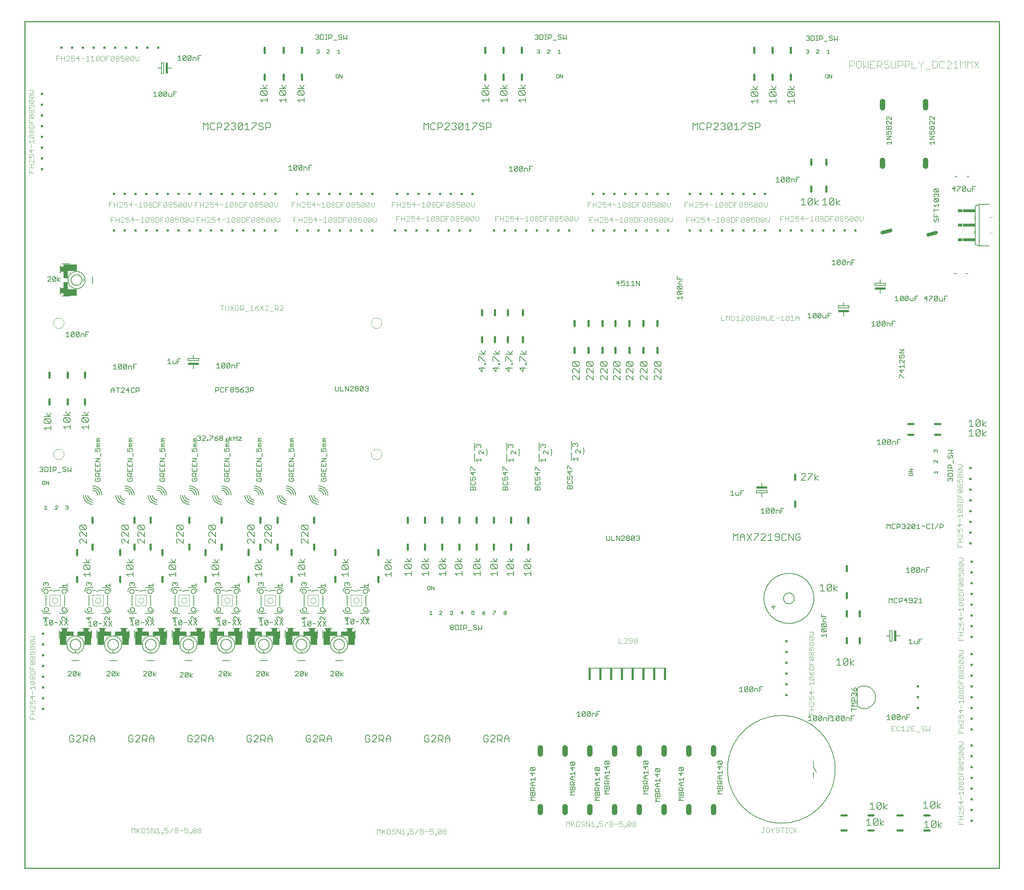
<source format=gbr>
G75*
%MOIN*%
%OFA0B0*%
%FSLAX24Y24*%
%IPPOS*%
%LPD*%
%AMOC8*
5,1,8,0,0,1.08239X$1,22.5*
%
%ADD10C,0.0100*%
%ADD11R,0.0200X0.0200*%
%ADD12C,0.0040*%
%ADD13C,0.0050*%
%ADD14C,0.0197*%
%ADD15C,0.0070*%
%ADD16C,0.0060*%
%ADD17C,0.0020*%
%ADD18C,0.0000*%
%ADD19R,0.0400X0.1250*%
%ADD20R,0.1050X0.0600*%
%ADD21R,0.0300X0.0500*%
%ADD22R,0.1000X0.0200*%
%ADD23R,0.1250X0.0400*%
%ADD24R,0.0600X0.1050*%
%ADD25R,0.0500X0.0300*%
%ADD26R,0.0200X0.1000*%
%ADD27C,0.0080*%
%ADD28R,0.0433X0.0315*%
%ADD29R,0.1181X0.0315*%
%ADD30R,0.0079X0.0315*%
%ADD31C,0.0320*%
%ADD32C,0.0500*%
%ADD33R,0.0200X0.1100*%
D10*
X002450Y003050D02*
X002450Y081790D01*
X093001Y081790D01*
X093001Y003050D01*
X002450Y003050D01*
D11*
X004150Y017850D03*
X004150Y018850D03*
X004150Y019850D03*
X004150Y020850D03*
X004150Y021850D03*
X004150Y022850D03*
X004150Y023850D03*
X004150Y024850D03*
X010750Y062350D03*
X011750Y062350D03*
X012750Y062350D03*
X013750Y062350D03*
X014750Y062350D03*
X015750Y062350D03*
X016750Y062350D03*
X017750Y062350D03*
X018750Y062350D03*
X019750Y062350D03*
X020750Y062350D03*
X021750Y062350D03*
X022750Y062350D03*
X023750Y062350D03*
X024750Y062350D03*
X025750Y062350D03*
X027750Y062350D03*
X028750Y062350D03*
X029750Y062350D03*
X030750Y062350D03*
X031750Y062350D03*
X032750Y062350D03*
X033750Y062350D03*
X034750Y062350D03*
X036850Y062350D03*
X037850Y062350D03*
X038850Y062350D03*
X039850Y062350D03*
X040850Y062350D03*
X041850Y062350D03*
X042850Y062350D03*
X043850Y062350D03*
X046050Y062350D03*
X047050Y062350D03*
X048050Y062350D03*
X049050Y062350D03*
X050050Y062350D03*
X051050Y062350D03*
X052050Y062350D03*
X053050Y062350D03*
X055250Y062350D03*
X056250Y062350D03*
X057250Y062350D03*
X058250Y062350D03*
X059250Y062350D03*
X060250Y062350D03*
X061250Y062350D03*
X062250Y062350D03*
X064250Y062350D03*
X065250Y062350D03*
X066250Y062350D03*
X067250Y062350D03*
X068250Y062350D03*
X069250Y062350D03*
X070250Y062350D03*
X071250Y062350D03*
X072650Y062350D03*
X073650Y062350D03*
X074650Y062350D03*
X075650Y062350D03*
X076650Y062350D03*
X077650Y062350D03*
X078650Y062350D03*
X079650Y062350D03*
X071250Y065750D03*
X070250Y065750D03*
X069250Y065750D03*
X068250Y065750D03*
X067250Y065750D03*
X066250Y065750D03*
X065250Y065750D03*
X064250Y065750D03*
X062250Y065750D03*
X061250Y065750D03*
X060250Y065750D03*
X059250Y065750D03*
X058250Y065750D03*
X057250Y065750D03*
X056250Y065750D03*
X055250Y065750D03*
X044050Y065750D03*
X043050Y065750D03*
X042050Y065750D03*
X041050Y065750D03*
X040050Y065750D03*
X039050Y065750D03*
X038050Y065750D03*
X037050Y065750D03*
X034750Y065750D03*
X033750Y065750D03*
X032750Y065750D03*
X031750Y065750D03*
X030750Y065750D03*
X029750Y065750D03*
X028750Y065750D03*
X027750Y065750D03*
X025750Y065750D03*
X024750Y065750D03*
X023750Y065750D03*
X022750Y065750D03*
X021750Y065750D03*
X020750Y065750D03*
X019750Y065750D03*
X018750Y065750D03*
X017750Y065750D03*
X016750Y065750D03*
X015750Y065750D03*
X014750Y065750D03*
X013750Y065750D03*
X012750Y065750D03*
X011750Y065750D03*
X010750Y065750D03*
X004050Y068050D03*
X004050Y069050D03*
X004050Y070050D03*
X004050Y071050D03*
X004050Y072050D03*
X004050Y073050D03*
X004050Y074050D03*
X004050Y075050D03*
X005850Y079350D03*
X006850Y079350D03*
X007850Y079350D03*
X008850Y079350D03*
X009850Y079350D03*
X010850Y079350D03*
X011850Y079350D03*
X012850Y079350D03*
X013850Y079350D03*
X014850Y079350D03*
X073250Y024150D03*
X073250Y023150D03*
X073250Y022150D03*
X073250Y021150D03*
X073250Y020150D03*
X073250Y019150D03*
X085450Y018950D03*
X085450Y017950D03*
X085450Y019950D03*
X090450Y019950D03*
X090450Y018950D03*
X090450Y017950D03*
X090450Y016950D03*
X090450Y015950D03*
X090450Y014450D03*
X090450Y013450D03*
X090450Y012450D03*
X090450Y011450D03*
X090450Y010450D03*
X090450Y009450D03*
X090450Y008450D03*
X090450Y007450D03*
X090450Y020950D03*
X090450Y021950D03*
X090450Y022950D03*
X090450Y024550D03*
X090450Y025550D03*
X090450Y026550D03*
X090450Y027550D03*
X090450Y028550D03*
X090450Y029550D03*
X090450Y030550D03*
X090450Y031550D03*
X090350Y033250D03*
X090350Y034250D03*
X090350Y035250D03*
X090350Y036250D03*
X090350Y037250D03*
X090350Y038250D03*
X090350Y039250D03*
X090350Y040250D03*
D12*
X089580Y040079D02*
X089580Y039926D01*
X089503Y039849D01*
X089196Y040156D01*
X089503Y040156D01*
X089580Y040079D01*
X089503Y039849D02*
X089196Y039849D01*
X089120Y039926D01*
X089120Y040079D01*
X089196Y040156D01*
X089120Y040310D02*
X089427Y040310D01*
X089580Y040463D01*
X089427Y040617D01*
X089120Y040617D01*
X089196Y039696D02*
X089503Y039389D01*
X089580Y039466D01*
X089580Y039619D01*
X089503Y039696D01*
X089196Y039696D01*
X089120Y039619D01*
X089120Y039466D01*
X089196Y039389D01*
X089503Y039389D01*
X089503Y039235D02*
X089580Y039159D01*
X089580Y039005D01*
X089503Y038928D01*
X089503Y038775D02*
X089580Y038698D01*
X089580Y038545D01*
X089503Y038468D01*
X089427Y038468D01*
X089350Y038545D01*
X089350Y038698D01*
X089427Y038775D01*
X089503Y038775D01*
X089350Y038698D02*
X089273Y038775D01*
X089196Y038775D01*
X089120Y038698D01*
X089120Y038545D01*
X089196Y038468D01*
X089273Y038468D01*
X089350Y038545D01*
X089503Y038315D02*
X089580Y038238D01*
X089580Y038084D01*
X089503Y038008D01*
X089196Y038315D01*
X089503Y038315D01*
X089196Y038315D02*
X089120Y038238D01*
X089120Y038084D01*
X089196Y038008D01*
X089503Y038008D01*
X089350Y037701D02*
X089350Y037547D01*
X089503Y037394D02*
X089196Y037394D01*
X089120Y037317D01*
X089120Y037087D01*
X089580Y037087D01*
X089580Y037317D01*
X089503Y037394D01*
X089580Y037547D02*
X089120Y037547D01*
X089120Y037854D01*
X089196Y036933D02*
X089273Y036933D01*
X089350Y036857D01*
X089350Y036703D01*
X089273Y036626D01*
X089196Y036626D01*
X089120Y036703D01*
X089120Y036857D01*
X089196Y036933D01*
X089350Y036857D02*
X089427Y036933D01*
X089503Y036933D01*
X089580Y036857D01*
X089580Y036703D01*
X089503Y036626D01*
X089427Y036626D01*
X089350Y036703D01*
X089503Y036473D02*
X089580Y036396D01*
X089580Y036243D01*
X089503Y036166D01*
X089196Y036473D01*
X089503Y036473D01*
X089196Y036473D02*
X089120Y036396D01*
X089120Y036243D01*
X089196Y036166D01*
X089503Y036166D01*
X089580Y036013D02*
X089580Y035706D01*
X089580Y035859D02*
X089120Y035859D01*
X089273Y035706D01*
X089350Y035552D02*
X089350Y035245D01*
X089350Y035092D02*
X089350Y034785D01*
X089120Y035015D01*
X089580Y035015D01*
X089503Y034631D02*
X089580Y034555D01*
X089580Y034401D01*
X089503Y034324D01*
X089350Y034324D02*
X089273Y034478D01*
X089273Y034555D01*
X089350Y034631D01*
X089503Y034631D01*
X089350Y034324D02*
X089120Y034324D01*
X089120Y034631D01*
X089196Y034171D02*
X089120Y034094D01*
X089120Y033941D01*
X089196Y033864D01*
X089120Y033711D02*
X089580Y033711D01*
X089580Y033864D02*
X089273Y034171D01*
X089196Y034171D01*
X089580Y034171D02*
X089580Y033864D01*
X089350Y033711D02*
X089350Y033404D01*
X089580Y033404D02*
X089120Y033404D01*
X089120Y033250D02*
X089120Y032943D01*
X089580Y032943D01*
X089350Y032943D02*
X089350Y033097D01*
X089220Y031917D02*
X089527Y031917D01*
X089680Y031763D01*
X089527Y031610D01*
X089220Y031610D01*
X089296Y031456D02*
X089603Y031149D01*
X089680Y031226D01*
X089680Y031379D01*
X089603Y031456D01*
X089296Y031456D01*
X089220Y031379D01*
X089220Y031226D01*
X089296Y031149D01*
X089603Y031149D01*
X089603Y030996D02*
X089680Y030919D01*
X089680Y030766D01*
X089603Y030689D01*
X089296Y030996D01*
X089603Y030996D01*
X089296Y030996D02*
X089220Y030919D01*
X089220Y030766D01*
X089296Y030689D01*
X089603Y030689D01*
X089603Y030535D02*
X089680Y030459D01*
X089680Y030305D01*
X089603Y030228D01*
X089603Y030075D02*
X089680Y029998D01*
X089680Y029845D01*
X089603Y029768D01*
X089527Y029768D01*
X089450Y029845D01*
X089450Y029998D01*
X089527Y030075D01*
X089603Y030075D01*
X089450Y029998D02*
X089373Y030075D01*
X089296Y030075D01*
X089220Y029998D01*
X089220Y029845D01*
X089296Y029768D01*
X089373Y029768D01*
X089450Y029845D01*
X089603Y029615D02*
X089680Y029538D01*
X089680Y029384D01*
X089603Y029308D01*
X089296Y029615D01*
X089603Y029615D01*
X089296Y029615D02*
X089220Y029538D01*
X089220Y029384D01*
X089296Y029308D01*
X089603Y029308D01*
X089450Y029001D02*
X089450Y028847D01*
X089603Y028694D02*
X089296Y028694D01*
X089220Y028617D01*
X089220Y028387D01*
X089680Y028387D01*
X089680Y028617D01*
X089603Y028694D01*
X089680Y028847D02*
X089220Y028847D01*
X089220Y029154D01*
X089296Y028233D02*
X089373Y028233D01*
X089450Y028157D01*
X089450Y028003D01*
X089373Y027926D01*
X089296Y027926D01*
X089220Y028003D01*
X089220Y028157D01*
X089296Y028233D01*
X089450Y028157D02*
X089527Y028233D01*
X089603Y028233D01*
X089680Y028157D01*
X089680Y028003D01*
X089603Y027926D01*
X089527Y027926D01*
X089450Y028003D01*
X089603Y027773D02*
X089680Y027696D01*
X089680Y027543D01*
X089603Y027466D01*
X089296Y027773D01*
X089603Y027773D01*
X089296Y027773D02*
X089220Y027696D01*
X089220Y027543D01*
X089296Y027466D01*
X089603Y027466D01*
X089680Y027313D02*
X089680Y027006D01*
X089680Y027159D02*
X089220Y027159D01*
X089373Y027006D01*
X089450Y026852D02*
X089450Y026545D01*
X089450Y026392D02*
X089450Y026085D01*
X089220Y026315D01*
X089680Y026315D01*
X089603Y025931D02*
X089680Y025855D01*
X089680Y025701D01*
X089603Y025624D01*
X089450Y025624D02*
X089373Y025778D01*
X089373Y025855D01*
X089450Y025931D01*
X089603Y025931D01*
X089450Y025624D02*
X089220Y025624D01*
X089220Y025931D01*
X089296Y025471D02*
X089220Y025394D01*
X089220Y025241D01*
X089296Y025164D01*
X089220Y025011D02*
X089680Y025011D01*
X089680Y025164D02*
X089373Y025471D01*
X089296Y025471D01*
X089680Y025471D02*
X089680Y025164D01*
X089450Y025011D02*
X089450Y024704D01*
X089680Y024704D02*
X089220Y024704D01*
X089220Y024550D02*
X089220Y024243D01*
X089680Y024243D01*
X089450Y024243D02*
X089450Y024397D01*
X089527Y023317D02*
X089220Y023317D01*
X089527Y023317D02*
X089680Y023163D01*
X089527Y023010D01*
X089220Y023010D01*
X089296Y022856D02*
X089603Y022549D01*
X089680Y022626D01*
X089680Y022779D01*
X089603Y022856D01*
X089296Y022856D01*
X089220Y022779D01*
X089220Y022626D01*
X089296Y022549D01*
X089603Y022549D01*
X089603Y022396D02*
X089680Y022319D01*
X089680Y022166D01*
X089603Y022089D01*
X089296Y022396D01*
X089603Y022396D01*
X089296Y022396D02*
X089220Y022319D01*
X089220Y022166D01*
X089296Y022089D01*
X089603Y022089D01*
X089603Y021935D02*
X089680Y021859D01*
X089680Y021705D01*
X089603Y021628D01*
X089603Y021475D02*
X089680Y021398D01*
X089680Y021245D01*
X089603Y021168D01*
X089527Y021168D01*
X089450Y021245D01*
X089450Y021398D01*
X089527Y021475D01*
X089603Y021475D01*
X089450Y021398D02*
X089373Y021475D01*
X089296Y021475D01*
X089220Y021398D01*
X089220Y021245D01*
X089296Y021168D01*
X089373Y021168D01*
X089450Y021245D01*
X089603Y021015D02*
X089680Y020938D01*
X089680Y020784D01*
X089603Y020708D01*
X089296Y021015D01*
X089603Y021015D01*
X089296Y021015D02*
X089220Y020938D01*
X089220Y020784D01*
X089296Y020708D01*
X089603Y020708D01*
X089450Y020401D02*
X089450Y020247D01*
X089603Y020094D02*
X089296Y020094D01*
X089220Y020017D01*
X089220Y019787D01*
X089680Y019787D01*
X089680Y020017D01*
X089603Y020094D01*
X089680Y020247D02*
X089220Y020247D01*
X089220Y020554D01*
X089296Y019633D02*
X089373Y019633D01*
X089450Y019557D01*
X089450Y019403D01*
X089373Y019326D01*
X089296Y019326D01*
X089220Y019403D01*
X089220Y019557D01*
X089296Y019633D01*
X089450Y019557D02*
X089527Y019633D01*
X089603Y019633D01*
X089680Y019557D01*
X089680Y019403D01*
X089603Y019326D01*
X089527Y019326D01*
X089450Y019403D01*
X089603Y019173D02*
X089680Y019096D01*
X089680Y018943D01*
X089603Y018866D01*
X089296Y019173D01*
X089603Y019173D01*
X089296Y019173D02*
X089220Y019096D01*
X089220Y018943D01*
X089296Y018866D01*
X089603Y018866D01*
X089680Y018713D02*
X089680Y018406D01*
X089680Y018559D02*
X089220Y018559D01*
X089373Y018406D01*
X089450Y018252D02*
X089450Y017945D01*
X089450Y017792D02*
X089450Y017485D01*
X089220Y017715D01*
X089680Y017715D01*
X089603Y017331D02*
X089680Y017255D01*
X089680Y017101D01*
X089603Y017024D01*
X089450Y017024D02*
X089373Y017178D01*
X089373Y017255D01*
X089450Y017331D01*
X089603Y017331D01*
X089450Y017024D02*
X089220Y017024D01*
X089220Y017331D01*
X089296Y016871D02*
X089220Y016794D01*
X089220Y016641D01*
X089296Y016564D01*
X089220Y016411D02*
X089680Y016411D01*
X089680Y016564D02*
X089373Y016871D01*
X089296Y016871D01*
X089680Y016871D02*
X089680Y016564D01*
X089450Y016411D02*
X089450Y016104D01*
X089680Y016104D02*
X089220Y016104D01*
X089220Y015950D02*
X089220Y015643D01*
X089680Y015643D01*
X089450Y015643D02*
X089450Y015797D01*
X089527Y014817D02*
X089220Y014817D01*
X089527Y014817D02*
X089680Y014663D01*
X089527Y014510D01*
X089220Y014510D01*
X089296Y014356D02*
X089603Y014049D01*
X089680Y014126D01*
X089680Y014279D01*
X089603Y014356D01*
X089296Y014356D01*
X089220Y014279D01*
X089220Y014126D01*
X089296Y014049D01*
X089603Y014049D01*
X089603Y013896D02*
X089680Y013819D01*
X089680Y013666D01*
X089603Y013589D01*
X089296Y013896D01*
X089603Y013896D01*
X089296Y013896D02*
X089220Y013819D01*
X089220Y013666D01*
X089296Y013589D01*
X089603Y013589D01*
X089603Y013435D02*
X089680Y013359D01*
X089680Y013205D01*
X089603Y013128D01*
X089603Y012975D02*
X089680Y012898D01*
X089680Y012745D01*
X089603Y012668D01*
X089527Y012668D01*
X089450Y012745D01*
X089450Y012898D01*
X089527Y012975D01*
X089603Y012975D01*
X089450Y012898D02*
X089373Y012975D01*
X089296Y012975D01*
X089220Y012898D01*
X089220Y012745D01*
X089296Y012668D01*
X089373Y012668D01*
X089450Y012745D01*
X089603Y012515D02*
X089680Y012438D01*
X089680Y012284D01*
X089603Y012208D01*
X089296Y012515D01*
X089603Y012515D01*
X089296Y012515D02*
X089220Y012438D01*
X089220Y012284D01*
X089296Y012208D01*
X089603Y012208D01*
X089450Y011901D02*
X089450Y011747D01*
X089603Y011594D02*
X089296Y011594D01*
X089220Y011517D01*
X089220Y011287D01*
X089680Y011287D01*
X089680Y011517D01*
X089603Y011594D01*
X089680Y011747D02*
X089220Y011747D01*
X089220Y012054D01*
X089296Y011133D02*
X089373Y011133D01*
X089450Y011057D01*
X089450Y010903D01*
X089373Y010826D01*
X089296Y010826D01*
X089220Y010903D01*
X089220Y011057D01*
X089296Y011133D01*
X089450Y011057D02*
X089527Y011133D01*
X089603Y011133D01*
X089680Y011057D01*
X089680Y010903D01*
X089603Y010826D01*
X089527Y010826D01*
X089450Y010903D01*
X089603Y010673D02*
X089680Y010596D01*
X089680Y010443D01*
X089603Y010366D01*
X089296Y010673D01*
X089603Y010673D01*
X089296Y010673D02*
X089220Y010596D01*
X089220Y010443D01*
X089296Y010366D01*
X089603Y010366D01*
X089680Y010213D02*
X089680Y009906D01*
X089680Y010059D02*
X089220Y010059D01*
X089373Y009906D01*
X089450Y009752D02*
X089450Y009445D01*
X089450Y009292D02*
X089450Y008985D01*
X089220Y009215D01*
X089680Y009215D01*
X089603Y008831D02*
X089680Y008755D01*
X089680Y008601D01*
X089603Y008524D01*
X089450Y008524D02*
X089373Y008678D01*
X089373Y008755D01*
X089450Y008831D01*
X089603Y008831D01*
X089450Y008524D02*
X089220Y008524D01*
X089220Y008831D01*
X089296Y008371D02*
X089220Y008294D01*
X089220Y008141D01*
X089296Y008064D01*
X089220Y007911D02*
X089680Y007911D01*
X089680Y008064D02*
X089373Y008371D01*
X089296Y008371D01*
X089680Y008371D02*
X089680Y008064D01*
X089450Y007911D02*
X089450Y007604D01*
X089680Y007604D02*
X089220Y007604D01*
X089220Y007450D02*
X089220Y007143D01*
X089680Y007143D01*
X089450Y007143D02*
X089450Y007297D01*
X089450Y013128D02*
X089373Y013282D01*
X089373Y013359D01*
X089450Y013435D01*
X089603Y013435D01*
X089450Y013128D02*
X089220Y013128D01*
X089220Y013435D01*
X086522Y015813D02*
X086522Y016274D01*
X086215Y016274D02*
X086215Y015813D01*
X086368Y015967D01*
X086522Y015813D01*
X086061Y015890D02*
X085985Y015813D01*
X085831Y015813D01*
X085754Y015890D01*
X085831Y016044D02*
X085985Y016044D01*
X086061Y015967D01*
X086061Y015890D01*
X085831Y016044D02*
X085754Y016120D01*
X085754Y016197D01*
X085831Y016274D01*
X085985Y016274D01*
X086061Y016197D01*
X085601Y015737D02*
X085294Y015737D01*
X085141Y015813D02*
X084834Y015813D01*
X084834Y016274D01*
X085141Y016274D01*
X084987Y016044D02*
X084834Y016044D01*
X084680Y016120D02*
X084680Y016197D01*
X084603Y016274D01*
X084450Y016274D01*
X084373Y016197D01*
X084066Y016274D02*
X084066Y015813D01*
X083913Y015813D02*
X084220Y015813D01*
X084373Y015813D02*
X084680Y016120D01*
X084680Y015813D02*
X084373Y015813D01*
X083913Y016120D02*
X084066Y016274D01*
X083759Y016197D02*
X083683Y016274D01*
X083529Y016274D01*
X083452Y016197D01*
X083452Y015890D01*
X083529Y015813D01*
X083683Y015813D01*
X083759Y015890D01*
X083299Y015813D02*
X082992Y015813D01*
X082992Y016274D01*
X083299Y016274D01*
X083146Y016044D02*
X082992Y016044D01*
X089220Y021628D02*
X089450Y021628D01*
X089373Y021782D01*
X089373Y021859D01*
X089450Y021935D01*
X089603Y021935D01*
X089220Y021935D02*
X089220Y021628D01*
X089220Y030228D02*
X089450Y030228D01*
X089373Y030382D01*
X089373Y030459D01*
X089450Y030535D01*
X089603Y030535D01*
X089220Y030535D02*
X089220Y030228D01*
X089120Y038928D02*
X089350Y038928D01*
X089273Y039082D01*
X089273Y039159D01*
X089350Y039235D01*
X089503Y039235D01*
X089120Y039235D02*
X089120Y038928D01*
X075627Y025017D02*
X075320Y025017D01*
X075627Y025017D02*
X075780Y024863D01*
X075627Y024710D01*
X075320Y024710D01*
X075396Y024556D02*
X075703Y024249D01*
X075780Y024326D01*
X075780Y024479D01*
X075703Y024556D01*
X075396Y024556D01*
X075320Y024479D01*
X075320Y024326D01*
X075396Y024249D01*
X075703Y024249D01*
X075703Y024096D02*
X075780Y024019D01*
X075780Y023866D01*
X075703Y023789D01*
X075396Y024096D01*
X075703Y024096D01*
X075396Y024096D02*
X075320Y024019D01*
X075320Y023866D01*
X075396Y023789D01*
X075703Y023789D01*
X075703Y023635D02*
X075780Y023559D01*
X075780Y023405D01*
X075703Y023328D01*
X075703Y023175D02*
X075780Y023098D01*
X075780Y022945D01*
X075703Y022868D01*
X075627Y022868D01*
X075550Y022945D01*
X075550Y023098D01*
X075627Y023175D01*
X075703Y023175D01*
X075550Y023098D02*
X075473Y023175D01*
X075396Y023175D01*
X075320Y023098D01*
X075320Y022945D01*
X075396Y022868D01*
X075473Y022868D01*
X075550Y022945D01*
X075703Y022715D02*
X075780Y022638D01*
X075780Y022484D01*
X075703Y022408D01*
X075396Y022715D01*
X075703Y022715D01*
X075396Y022715D02*
X075320Y022638D01*
X075320Y022484D01*
X075396Y022408D01*
X075703Y022408D01*
X075550Y022101D02*
X075550Y021947D01*
X075703Y021794D02*
X075396Y021794D01*
X075320Y021717D01*
X075320Y021487D01*
X075780Y021487D01*
X075780Y021717D01*
X075703Y021794D01*
X075780Y021947D02*
X075320Y021947D01*
X075320Y022254D01*
X075320Y021333D02*
X075396Y021180D01*
X075550Y021026D01*
X075550Y021257D01*
X075627Y021333D01*
X075703Y021333D01*
X075780Y021257D01*
X075780Y021103D01*
X075703Y021026D01*
X075550Y021026D01*
X075703Y020873D02*
X075780Y020796D01*
X075780Y020643D01*
X075703Y020566D01*
X075396Y020873D01*
X075703Y020873D01*
X075396Y020873D02*
X075320Y020796D01*
X075320Y020643D01*
X075396Y020566D01*
X075703Y020566D01*
X075780Y020413D02*
X075780Y020106D01*
X075780Y020259D02*
X075320Y020259D01*
X075473Y020106D01*
X075550Y019952D02*
X075550Y019645D01*
X075550Y019492D02*
X075550Y019185D01*
X075320Y019415D01*
X075780Y019415D01*
X075703Y019031D02*
X075780Y018955D01*
X075780Y018801D01*
X075703Y018724D01*
X075550Y018724D02*
X075473Y018878D01*
X075473Y018955D01*
X075550Y019031D01*
X075703Y019031D01*
X075550Y018724D02*
X075320Y018724D01*
X075320Y019031D01*
X075396Y018571D02*
X075320Y018494D01*
X075320Y018341D01*
X075396Y018264D01*
X075320Y018111D02*
X075780Y018111D01*
X075780Y018264D02*
X075473Y018571D01*
X075396Y018571D01*
X075780Y018571D02*
X075780Y018264D01*
X075550Y018111D02*
X075550Y017804D01*
X075780Y017804D02*
X075320Y017804D01*
X075320Y017650D02*
X075320Y017343D01*
X075780Y017343D01*
X075550Y017343D02*
X075550Y017497D01*
X075550Y023328D02*
X075473Y023482D01*
X075473Y023559D01*
X075550Y023635D01*
X075703Y023635D01*
X075550Y023328D02*
X075320Y023328D01*
X075320Y023635D01*
X059358Y024047D02*
X059281Y023970D01*
X059128Y023970D01*
X059051Y024047D01*
X059051Y024123D01*
X059128Y024200D01*
X059281Y024200D01*
X059358Y024123D01*
X059358Y024047D01*
X059281Y024200D02*
X059358Y024277D01*
X059358Y024354D01*
X059281Y024430D01*
X059128Y024430D01*
X059051Y024354D01*
X059051Y024277D01*
X059128Y024200D01*
X058898Y024200D02*
X058668Y024200D01*
X058591Y024277D01*
X058591Y024354D01*
X058668Y024430D01*
X058821Y024430D01*
X058898Y024354D01*
X058898Y024047D01*
X058821Y023970D01*
X058668Y023970D01*
X058591Y024047D01*
X058437Y023970D02*
X058130Y023970D01*
X058437Y024277D01*
X058437Y024354D01*
X058361Y024430D01*
X058207Y024430D01*
X058130Y024354D01*
X057977Y023970D02*
X057670Y023970D01*
X057670Y024430D01*
X057681Y007380D02*
X057681Y007150D01*
X057834Y007227D01*
X057911Y007227D01*
X057988Y007150D01*
X057988Y006997D01*
X057911Y006920D01*
X057758Y006920D01*
X057681Y006997D01*
X057527Y007150D02*
X057220Y007150D01*
X057067Y007073D02*
X057067Y006997D01*
X056990Y006920D01*
X056837Y006920D01*
X056760Y006997D01*
X056760Y007073D01*
X056837Y007150D01*
X056990Y007150D01*
X057067Y007073D01*
X056990Y007150D02*
X057067Y007227D01*
X057067Y007304D01*
X056990Y007380D01*
X056837Y007380D01*
X056760Y007304D01*
X056760Y007227D01*
X056837Y007150D01*
X056607Y007380D02*
X056300Y006920D01*
X056146Y006997D02*
X056069Y006920D01*
X055916Y006920D01*
X055839Y006997D01*
X055686Y006997D02*
X055609Y006997D01*
X055609Y006920D01*
X055686Y006920D01*
X055686Y006997D01*
X055686Y006920D02*
X055532Y006767D01*
X055379Y006920D02*
X055072Y006920D01*
X055225Y006920D02*
X055225Y007380D01*
X055072Y007227D01*
X054918Y007380D02*
X054918Y006920D01*
X054612Y007380D01*
X054612Y006920D01*
X054458Y006997D02*
X054381Y006920D01*
X054228Y006920D01*
X054151Y006997D01*
X053998Y006997D02*
X053998Y007304D01*
X053921Y007380D01*
X053691Y007380D01*
X053691Y006920D01*
X053921Y006920D01*
X053998Y006997D01*
X054228Y007150D02*
X054381Y007150D01*
X054458Y007073D01*
X054458Y006997D01*
X054228Y007150D02*
X054151Y007227D01*
X054151Y007304D01*
X054228Y007380D01*
X054381Y007380D01*
X054458Y007304D01*
X053537Y007380D02*
X053230Y007073D01*
X053307Y007150D02*
X053537Y006920D01*
X053230Y006920D02*
X053230Y007380D01*
X053077Y007380D02*
X053077Y006920D01*
X052770Y006920D02*
X052770Y007380D01*
X052923Y007227D01*
X053077Y007380D01*
X055839Y007380D02*
X055839Y007150D01*
X055993Y007227D01*
X056069Y007227D01*
X056146Y007150D01*
X056146Y006997D01*
X056146Y007380D02*
X055839Y007380D01*
X057681Y007380D02*
X057988Y007380D01*
X058218Y006997D02*
X058218Y006920D01*
X058295Y006920D01*
X058295Y006997D01*
X058218Y006997D01*
X058295Y006920D02*
X058141Y006767D01*
X058448Y006997D02*
X058755Y007304D01*
X058755Y006997D01*
X058678Y006920D01*
X058525Y006920D01*
X058448Y006997D01*
X058448Y007304D01*
X058525Y007380D01*
X058678Y007380D01*
X058755Y007304D01*
X058909Y007304D02*
X058909Y007227D01*
X058985Y007150D01*
X059139Y007150D01*
X059215Y007073D01*
X059215Y006997D01*
X059139Y006920D01*
X058985Y006920D01*
X058909Y006997D01*
X058909Y007073D01*
X058985Y007150D01*
X059139Y007150D02*
X059215Y007227D01*
X059215Y007304D01*
X059139Y007380D01*
X058985Y007380D01*
X058909Y007304D01*
X070870Y006447D02*
X070947Y006370D01*
X071023Y006370D01*
X071100Y006447D01*
X071100Y006830D01*
X071023Y006830D02*
X071177Y006830D01*
X071330Y006754D02*
X071330Y006447D01*
X071407Y006370D01*
X071561Y006370D01*
X071637Y006447D01*
X071637Y006754D01*
X071561Y006830D01*
X071407Y006830D01*
X071330Y006754D01*
X071791Y006754D02*
X071944Y006600D01*
X071944Y006370D01*
X071944Y006600D02*
X072098Y006754D01*
X072098Y006830D01*
X072251Y006754D02*
X072251Y006677D01*
X072328Y006600D01*
X072481Y006600D01*
X072558Y006523D01*
X072558Y006447D01*
X072481Y006370D01*
X072328Y006370D01*
X072251Y006447D01*
X072251Y006754D02*
X072328Y006830D01*
X072481Y006830D01*
X072558Y006754D01*
X072712Y006830D02*
X073018Y006830D01*
X072865Y006830D02*
X072865Y006370D01*
X073172Y006370D02*
X073325Y006370D01*
X073249Y006370D02*
X073249Y006830D01*
X073325Y006830D02*
X073172Y006830D01*
X073479Y006754D02*
X073479Y006447D01*
X073556Y006370D01*
X073709Y006370D01*
X073786Y006447D01*
X073939Y006523D02*
X074246Y006830D01*
X073939Y006830D02*
X073939Y006370D01*
X074016Y006600D02*
X074246Y006370D01*
X073786Y006754D02*
X073709Y006830D01*
X073556Y006830D01*
X073479Y006754D01*
X071791Y006754D02*
X071791Y006830D01*
X041615Y006604D02*
X041615Y006527D01*
X041539Y006450D01*
X041385Y006450D01*
X041309Y006527D01*
X041309Y006604D01*
X041385Y006680D01*
X041539Y006680D01*
X041615Y006604D01*
X041539Y006450D02*
X041615Y006373D01*
X041615Y006297D01*
X041539Y006220D01*
X041385Y006220D01*
X041309Y006297D01*
X041309Y006373D01*
X041385Y006450D01*
X041155Y006297D02*
X041078Y006220D01*
X040925Y006220D01*
X040848Y006297D01*
X041155Y006604D01*
X041155Y006297D01*
X041155Y006604D02*
X041078Y006680D01*
X040925Y006680D01*
X040848Y006604D01*
X040848Y006297D01*
X040695Y006297D02*
X040618Y006297D01*
X040618Y006220D01*
X040695Y006220D01*
X040695Y006297D01*
X040695Y006220D02*
X040541Y006067D01*
X040388Y006297D02*
X040311Y006220D01*
X040158Y006220D01*
X040081Y006297D01*
X040081Y006450D02*
X040234Y006527D01*
X040311Y006527D01*
X040388Y006450D01*
X040388Y006297D01*
X040081Y006450D02*
X040081Y006680D01*
X040388Y006680D01*
X039927Y006450D02*
X039620Y006450D01*
X039467Y006373D02*
X039467Y006297D01*
X039390Y006220D01*
X039237Y006220D01*
X039160Y006297D01*
X039160Y006373D01*
X039237Y006450D01*
X039390Y006450D01*
X039467Y006373D01*
X039390Y006450D02*
X039467Y006527D01*
X039467Y006604D01*
X039390Y006680D01*
X039237Y006680D01*
X039160Y006604D01*
X039160Y006527D01*
X039237Y006450D01*
X039007Y006680D02*
X038700Y006220D01*
X038546Y006297D02*
X038469Y006220D01*
X038316Y006220D01*
X038239Y006297D01*
X038086Y006297D02*
X038009Y006297D01*
X038009Y006220D01*
X038086Y006220D01*
X038086Y006297D01*
X038086Y006220D02*
X037932Y006067D01*
X037779Y006220D02*
X037472Y006220D01*
X037625Y006220D02*
X037625Y006680D01*
X037472Y006527D01*
X037318Y006680D02*
X037318Y006220D01*
X037012Y006680D01*
X037012Y006220D01*
X036858Y006297D02*
X036781Y006220D01*
X036628Y006220D01*
X036551Y006297D01*
X036398Y006297D02*
X036398Y006604D01*
X036321Y006680D01*
X036091Y006680D01*
X036091Y006220D01*
X036321Y006220D01*
X036398Y006297D01*
X036628Y006450D02*
X036781Y006450D01*
X036858Y006373D01*
X036858Y006297D01*
X036628Y006450D02*
X036551Y006527D01*
X036551Y006604D01*
X036628Y006680D01*
X036781Y006680D01*
X036858Y006604D01*
X035937Y006680D02*
X035630Y006373D01*
X035707Y006450D02*
X035937Y006220D01*
X035630Y006220D02*
X035630Y006680D01*
X035477Y006680D02*
X035477Y006220D01*
X035170Y006220D02*
X035170Y006680D01*
X035323Y006527D01*
X035477Y006680D01*
X038239Y006680D02*
X038239Y006450D01*
X038393Y006527D01*
X038469Y006527D01*
X038546Y006450D01*
X038546Y006297D01*
X038546Y006680D02*
X038239Y006680D01*
X018815Y006704D02*
X018815Y006627D01*
X018739Y006550D01*
X018585Y006550D01*
X018509Y006627D01*
X018509Y006704D01*
X018585Y006780D01*
X018739Y006780D01*
X018815Y006704D01*
X018739Y006550D02*
X018815Y006473D01*
X018815Y006397D01*
X018739Y006320D01*
X018585Y006320D01*
X018509Y006397D01*
X018509Y006473D01*
X018585Y006550D01*
X018355Y006704D02*
X018355Y006397D01*
X018278Y006320D01*
X018125Y006320D01*
X018048Y006397D01*
X018355Y006704D01*
X018278Y006780D01*
X018125Y006780D01*
X018048Y006704D01*
X018048Y006397D01*
X017895Y006397D02*
X017818Y006397D01*
X017818Y006320D01*
X017895Y006320D01*
X017895Y006397D01*
X017895Y006320D02*
X017741Y006167D01*
X017588Y006397D02*
X017511Y006320D01*
X017358Y006320D01*
X017281Y006397D01*
X017281Y006550D02*
X017434Y006627D01*
X017511Y006627D01*
X017588Y006550D01*
X017588Y006397D01*
X017281Y006550D02*
X017281Y006780D01*
X017588Y006780D01*
X017127Y006550D02*
X016820Y006550D01*
X016667Y006473D02*
X016667Y006397D01*
X016590Y006320D01*
X016437Y006320D01*
X016360Y006397D01*
X016360Y006473D01*
X016437Y006550D01*
X016590Y006550D01*
X016667Y006473D01*
X016590Y006550D02*
X016667Y006627D01*
X016667Y006704D01*
X016590Y006780D01*
X016437Y006780D01*
X016360Y006704D01*
X016360Y006627D01*
X016437Y006550D01*
X016207Y006780D02*
X015900Y006320D01*
X015746Y006397D02*
X015669Y006320D01*
X015516Y006320D01*
X015439Y006397D01*
X015286Y006397D02*
X015209Y006397D01*
X015209Y006320D01*
X015286Y006320D01*
X015286Y006397D01*
X015286Y006320D02*
X015132Y006167D01*
X014979Y006320D02*
X014672Y006320D01*
X014825Y006320D02*
X014825Y006780D01*
X014672Y006627D01*
X014518Y006780D02*
X014518Y006320D01*
X014212Y006780D01*
X014212Y006320D01*
X014058Y006397D02*
X013981Y006320D01*
X013828Y006320D01*
X013751Y006397D01*
X013598Y006397D02*
X013598Y006704D01*
X013521Y006780D01*
X013291Y006780D01*
X013291Y006320D01*
X013521Y006320D01*
X013598Y006397D01*
X013828Y006550D02*
X013981Y006550D01*
X014058Y006473D01*
X014058Y006397D01*
X013828Y006550D02*
X013751Y006627D01*
X013751Y006704D01*
X013828Y006780D01*
X013981Y006780D01*
X014058Y006704D01*
X013137Y006780D02*
X012830Y006473D01*
X012907Y006550D02*
X013137Y006320D01*
X012830Y006320D02*
X012830Y006780D01*
X012677Y006780D02*
X012677Y006320D01*
X012370Y006320D02*
X012370Y006780D01*
X012523Y006627D01*
X012677Y006780D01*
X015439Y006780D02*
X015439Y006550D01*
X015593Y006627D01*
X015669Y006627D01*
X015746Y006550D01*
X015746Y006397D01*
X015746Y006780D02*
X015439Y006780D01*
X003380Y016943D02*
X002920Y016943D01*
X002920Y017250D01*
X002920Y017404D02*
X003380Y017404D01*
X003150Y017404D02*
X003150Y017711D01*
X002996Y017864D02*
X002920Y017941D01*
X002920Y018094D01*
X002996Y018171D01*
X003073Y018171D01*
X003380Y017864D01*
X003380Y018171D01*
X003303Y018324D02*
X003380Y018401D01*
X003380Y018555D01*
X003303Y018631D01*
X003150Y018631D01*
X003073Y018555D01*
X003073Y018478D01*
X003150Y018324D01*
X002920Y018324D01*
X002920Y018631D01*
X003150Y018785D02*
X002920Y019015D01*
X003380Y019015D01*
X003150Y019092D02*
X003150Y018785D01*
X003150Y019245D02*
X003150Y019552D01*
X003073Y019706D02*
X002920Y019859D01*
X003380Y019859D01*
X003380Y019706D02*
X003380Y020013D01*
X003303Y020166D02*
X002996Y020473D01*
X003303Y020473D01*
X003380Y020396D01*
X003380Y020243D01*
X003303Y020166D01*
X002996Y020166D01*
X002920Y020243D01*
X002920Y020396D01*
X002996Y020473D01*
X002996Y020626D02*
X003073Y020626D01*
X003150Y020703D01*
X003150Y020857D01*
X003227Y020933D01*
X003303Y020933D01*
X003380Y020857D01*
X003380Y020703D01*
X003303Y020626D01*
X003227Y020626D01*
X003150Y020703D01*
X003150Y020857D02*
X003073Y020933D01*
X002996Y020933D01*
X002920Y020857D01*
X002920Y020703D01*
X002996Y020626D01*
X002920Y021087D02*
X002920Y021317D01*
X002996Y021394D01*
X003303Y021394D01*
X003380Y021317D01*
X003380Y021087D01*
X002920Y021087D01*
X002920Y021547D02*
X002920Y021854D01*
X002996Y022008D02*
X002920Y022084D01*
X002920Y022238D01*
X002996Y022315D01*
X003303Y022008D01*
X003380Y022084D01*
X003380Y022238D01*
X003303Y022315D01*
X002996Y022315D01*
X002996Y022468D02*
X003073Y022468D01*
X003150Y022545D01*
X003150Y022698D01*
X003227Y022775D01*
X003303Y022775D01*
X003380Y022698D01*
X003380Y022545D01*
X003303Y022468D01*
X003227Y022468D01*
X003150Y022545D01*
X003150Y022698D02*
X003073Y022775D01*
X002996Y022775D01*
X002920Y022698D01*
X002920Y022545D01*
X002996Y022468D01*
X002996Y022008D02*
X003303Y022008D01*
X003150Y021701D02*
X003150Y021547D01*
X003380Y021547D02*
X002920Y021547D01*
X002920Y022928D02*
X003150Y022928D01*
X003073Y023082D01*
X003073Y023159D01*
X003150Y023235D01*
X003303Y023235D01*
X003380Y023159D01*
X003380Y023005D01*
X003303Y022928D01*
X002920Y022928D02*
X002920Y023235D01*
X002996Y023389D02*
X002920Y023466D01*
X002920Y023619D01*
X002996Y023696D01*
X003303Y023389D01*
X003380Y023466D01*
X003380Y023619D01*
X003303Y023696D01*
X002996Y023696D01*
X002996Y023849D02*
X002920Y023926D01*
X002920Y024079D01*
X002996Y024156D01*
X003303Y023849D01*
X003380Y023926D01*
X003380Y024079D01*
X003303Y024156D01*
X002996Y024156D01*
X002920Y024310D02*
X003227Y024310D01*
X003380Y024463D01*
X003227Y024617D01*
X002920Y024617D01*
X002996Y023849D02*
X003303Y023849D01*
X003303Y023389D02*
X002996Y023389D01*
X002920Y017711D02*
X003380Y017711D01*
X003150Y017097D02*
X003150Y016943D01*
X020773Y054920D02*
X020773Y055380D01*
X020620Y055380D02*
X020927Y055380D01*
X021080Y055380D02*
X021080Y054997D01*
X021157Y054920D01*
X021311Y054920D01*
X021387Y054997D01*
X021387Y055380D01*
X021541Y055380D02*
X021848Y054920D01*
X022001Y054997D02*
X022078Y054920D01*
X022231Y054920D01*
X022308Y054997D01*
X022308Y055150D01*
X022155Y055150D01*
X022308Y055304D02*
X022231Y055380D01*
X022078Y055380D01*
X022001Y055304D01*
X022001Y054997D01*
X021848Y055380D02*
X021541Y054920D01*
X022462Y054920D02*
X022462Y055380D01*
X022692Y055380D01*
X022768Y055304D01*
X022768Y055150D01*
X022692Y055073D01*
X022462Y055073D01*
X022615Y055073D02*
X022768Y054920D01*
X022922Y054843D02*
X023229Y054843D01*
X023382Y054920D02*
X023689Y054920D01*
X023536Y054920D02*
X023536Y055380D01*
X023382Y055227D01*
X023843Y055150D02*
X023996Y055304D01*
X024150Y055380D01*
X024303Y055380D02*
X024610Y054920D01*
X024764Y054920D02*
X025070Y055227D01*
X025070Y055304D01*
X024994Y055380D01*
X024840Y055380D01*
X024764Y055304D01*
X024610Y055380D02*
X024303Y054920D01*
X024150Y054997D02*
X024150Y055073D01*
X024073Y055150D01*
X023843Y055150D01*
X023843Y054997D01*
X023919Y054920D01*
X024073Y054920D01*
X024150Y054997D01*
X024764Y054920D02*
X025070Y054920D01*
X025224Y054843D02*
X025531Y054843D01*
X025684Y054920D02*
X025684Y055380D01*
X025915Y055380D01*
X025991Y055304D01*
X025991Y055150D01*
X025915Y055073D01*
X025684Y055073D01*
X025838Y055073D02*
X025991Y054920D01*
X026145Y054920D02*
X026452Y055227D01*
X026452Y055304D01*
X026375Y055380D01*
X026221Y055380D01*
X026145Y055304D01*
X026145Y054920D02*
X026452Y054920D01*
X025963Y063120D02*
X026117Y063273D01*
X026117Y063580D01*
X025810Y063580D02*
X025810Y063273D01*
X025963Y063120D01*
X025656Y063197D02*
X025579Y063120D01*
X025426Y063120D01*
X025349Y063197D01*
X025656Y063504D01*
X025656Y063197D01*
X025656Y063504D02*
X025579Y063580D01*
X025426Y063580D01*
X025349Y063504D01*
X025349Y063197D01*
X025196Y063197D02*
X025119Y063120D01*
X024966Y063120D01*
X024889Y063197D01*
X025196Y063504D01*
X025196Y063197D01*
X025196Y063504D02*
X025119Y063580D01*
X024966Y063580D01*
X024889Y063504D01*
X024889Y063197D01*
X024735Y063197D02*
X024659Y063120D01*
X024505Y063120D01*
X024428Y063197D01*
X024275Y063197D02*
X024198Y063120D01*
X024045Y063120D01*
X023968Y063197D01*
X023968Y063273D01*
X024045Y063350D01*
X024198Y063350D01*
X024275Y063273D01*
X024275Y063197D01*
X024198Y063350D02*
X024275Y063427D01*
X024275Y063504D01*
X024198Y063580D01*
X024045Y063580D01*
X023968Y063504D01*
X023968Y063427D01*
X024045Y063350D01*
X023815Y063197D02*
X023738Y063120D01*
X023584Y063120D01*
X023508Y063197D01*
X023815Y063504D01*
X023815Y063197D01*
X023815Y063504D02*
X023738Y063580D01*
X023584Y063580D01*
X023508Y063504D01*
X023508Y063197D01*
X023201Y063350D02*
X023047Y063350D01*
X022894Y063197D02*
X022894Y063504D01*
X022817Y063580D01*
X022587Y063580D01*
X022587Y063120D01*
X022817Y063120D01*
X022894Y063197D01*
X023047Y063120D02*
X023047Y063580D01*
X023354Y063580D01*
X022433Y063504D02*
X022433Y063427D01*
X022357Y063350D01*
X022203Y063350D01*
X022126Y063427D01*
X022126Y063504D01*
X022203Y063580D01*
X022357Y063580D01*
X022433Y063504D01*
X022357Y063350D02*
X022433Y063273D01*
X022433Y063197D01*
X022357Y063120D01*
X022203Y063120D01*
X022126Y063197D01*
X022126Y063273D01*
X022203Y063350D01*
X021973Y063197D02*
X021896Y063120D01*
X021743Y063120D01*
X021666Y063197D01*
X021973Y063504D01*
X021973Y063197D01*
X021973Y063504D02*
X021896Y063580D01*
X021743Y063580D01*
X021666Y063504D01*
X021666Y063197D01*
X021513Y063120D02*
X021206Y063120D01*
X021359Y063120D02*
X021359Y063580D01*
X021206Y063427D01*
X021052Y063350D02*
X020745Y063350D01*
X020592Y063350D02*
X020285Y063350D01*
X020515Y063580D01*
X020515Y063120D01*
X020131Y063197D02*
X020055Y063120D01*
X019901Y063120D01*
X019824Y063197D01*
X019824Y063350D02*
X019978Y063427D01*
X020055Y063427D01*
X020131Y063350D01*
X020131Y063197D01*
X019824Y063350D02*
X019824Y063580D01*
X020131Y063580D01*
X019671Y063504D02*
X019594Y063580D01*
X019441Y063580D01*
X019364Y063504D01*
X019211Y063580D02*
X019211Y063120D01*
X019364Y063120D02*
X019671Y063427D01*
X019671Y063504D01*
X019671Y063120D02*
X019364Y063120D01*
X019211Y063350D02*
X018904Y063350D01*
X018904Y063120D02*
X018904Y063580D01*
X018750Y063580D02*
X018443Y063580D01*
X018443Y063120D01*
X018443Y063350D02*
X018597Y063350D01*
X018117Y063273D02*
X018117Y063580D01*
X018117Y063273D02*
X017963Y063120D01*
X017810Y063273D01*
X017810Y063580D01*
X017656Y063504D02*
X017349Y063197D01*
X017426Y063120D01*
X017579Y063120D01*
X017656Y063197D01*
X017656Y063504D01*
X017579Y063580D01*
X017426Y063580D01*
X017349Y063504D01*
X017349Y063197D01*
X017196Y063197D02*
X017119Y063120D01*
X016966Y063120D01*
X016889Y063197D01*
X017196Y063504D01*
X017196Y063197D01*
X017196Y063504D02*
X017119Y063580D01*
X016966Y063580D01*
X016889Y063504D01*
X016889Y063197D01*
X016735Y063197D02*
X016659Y063120D01*
X016505Y063120D01*
X016428Y063197D01*
X016275Y063197D02*
X016198Y063120D01*
X016045Y063120D01*
X015968Y063197D01*
X015968Y063273D01*
X016045Y063350D01*
X016198Y063350D01*
X016275Y063273D01*
X016275Y063197D01*
X016198Y063350D02*
X016275Y063427D01*
X016275Y063504D01*
X016198Y063580D01*
X016045Y063580D01*
X015968Y063504D01*
X015968Y063427D01*
X016045Y063350D01*
X015815Y063197D02*
X015738Y063120D01*
X015584Y063120D01*
X015508Y063197D01*
X015815Y063504D01*
X015815Y063197D01*
X015815Y063504D02*
X015738Y063580D01*
X015584Y063580D01*
X015508Y063504D01*
X015508Y063197D01*
X015201Y063350D02*
X015047Y063350D01*
X014894Y063197D02*
X014894Y063504D01*
X014817Y063580D01*
X014587Y063580D01*
X014587Y063120D01*
X014817Y063120D01*
X014894Y063197D01*
X015047Y063120D02*
X015047Y063580D01*
X015354Y063580D01*
X014433Y063504D02*
X014433Y063427D01*
X014357Y063350D01*
X014203Y063350D01*
X014126Y063427D01*
X014126Y063504D01*
X014203Y063580D01*
X014357Y063580D01*
X014433Y063504D01*
X014357Y063350D02*
X014433Y063273D01*
X014433Y063197D01*
X014357Y063120D01*
X014203Y063120D01*
X014126Y063197D01*
X014126Y063273D01*
X014203Y063350D01*
X013973Y063197D02*
X013896Y063120D01*
X013743Y063120D01*
X013666Y063197D01*
X013973Y063504D01*
X013973Y063197D01*
X013973Y063504D02*
X013896Y063580D01*
X013743Y063580D01*
X013666Y063504D01*
X013666Y063197D01*
X013513Y063120D02*
X013206Y063120D01*
X013359Y063120D02*
X013359Y063580D01*
X013206Y063427D01*
X013052Y063350D02*
X012745Y063350D01*
X012592Y063350D02*
X012285Y063350D01*
X012515Y063580D01*
X012515Y063120D01*
X012131Y063197D02*
X012055Y063120D01*
X011901Y063120D01*
X011824Y063197D01*
X011824Y063350D02*
X011978Y063427D01*
X012055Y063427D01*
X012131Y063350D01*
X012131Y063197D01*
X011824Y063350D02*
X011824Y063580D01*
X012131Y063580D01*
X011671Y063504D02*
X011594Y063580D01*
X011441Y063580D01*
X011364Y063504D01*
X011211Y063580D02*
X011211Y063120D01*
X011364Y063120D02*
X011671Y063427D01*
X011671Y063504D01*
X011671Y063120D02*
X011364Y063120D01*
X011211Y063350D02*
X010904Y063350D01*
X010904Y063120D02*
X010904Y063580D01*
X010750Y063580D02*
X010443Y063580D01*
X010443Y063120D01*
X010443Y063350D02*
X010597Y063350D01*
X010730Y064520D02*
X010730Y064980D01*
X010577Y064980D02*
X010270Y064980D01*
X010270Y064520D01*
X010270Y064750D02*
X010423Y064750D01*
X010730Y064750D02*
X011037Y064750D01*
X011191Y064904D02*
X011268Y064980D01*
X011421Y064980D01*
X011498Y064904D01*
X011498Y064827D01*
X011191Y064520D01*
X011498Y064520D01*
X011651Y064597D02*
X011728Y064520D01*
X011881Y064520D01*
X011958Y064597D01*
X011958Y064750D01*
X011881Y064827D01*
X011805Y064827D01*
X011651Y064750D01*
X011651Y064980D01*
X011958Y064980D01*
X012112Y064750D02*
X012418Y064750D01*
X012572Y064750D02*
X012879Y064750D01*
X013032Y064827D02*
X013186Y064980D01*
X013186Y064520D01*
X013339Y064520D02*
X013032Y064520D01*
X013493Y064597D02*
X013800Y064904D01*
X013800Y064597D01*
X013723Y064520D01*
X013569Y064520D01*
X013493Y064597D01*
X013493Y064904D01*
X013569Y064980D01*
X013723Y064980D01*
X013800Y064904D01*
X013953Y064904D02*
X013953Y064827D01*
X014030Y064750D01*
X014183Y064750D01*
X014260Y064673D01*
X014260Y064597D01*
X014183Y064520D01*
X014030Y064520D01*
X013953Y064597D01*
X013953Y064673D01*
X014030Y064750D01*
X014183Y064750D02*
X014260Y064827D01*
X014260Y064904D01*
X014183Y064980D01*
X014030Y064980D01*
X013953Y064904D01*
X014414Y064980D02*
X014644Y064980D01*
X014720Y064904D01*
X014720Y064597D01*
X014644Y064520D01*
X014414Y064520D01*
X014414Y064980D01*
X014874Y064980D02*
X015181Y064980D01*
X015334Y064904D02*
X015411Y064980D01*
X015565Y064980D01*
X015641Y064904D01*
X015334Y064597D01*
X015411Y064520D01*
X015565Y064520D01*
X015641Y064597D01*
X015641Y064904D01*
X015795Y064904D02*
X015795Y064827D01*
X015871Y064750D01*
X016025Y064750D01*
X016102Y064673D01*
X016102Y064597D01*
X016025Y064520D01*
X015871Y064520D01*
X015795Y064597D01*
X015795Y064673D01*
X015871Y064750D01*
X016025Y064750D02*
X016102Y064827D01*
X016102Y064904D01*
X016025Y064980D01*
X015871Y064980D01*
X015795Y064904D01*
X015334Y064904D02*
X015334Y064597D01*
X015027Y064750D02*
X014874Y064750D01*
X014874Y064520D02*
X014874Y064980D01*
X016255Y064980D02*
X016255Y064750D01*
X016409Y064827D01*
X016485Y064827D01*
X016562Y064750D01*
X016562Y064597D01*
X016485Y064520D01*
X016332Y064520D01*
X016255Y064597D01*
X016255Y064980D02*
X016562Y064980D01*
X016715Y064904D02*
X016792Y064980D01*
X016946Y064980D01*
X017022Y064904D01*
X016715Y064597D01*
X016792Y064520D01*
X016946Y064520D01*
X017022Y064597D01*
X017022Y064904D01*
X017176Y064904D02*
X017253Y064980D01*
X017406Y064980D01*
X017483Y064904D01*
X017176Y064597D01*
X017253Y064520D01*
X017406Y064520D01*
X017483Y064597D01*
X017483Y064904D01*
X017636Y064980D02*
X017636Y064673D01*
X017790Y064520D01*
X017943Y064673D01*
X017943Y064980D01*
X018270Y064980D02*
X018577Y064980D01*
X018730Y064980D02*
X018730Y064520D01*
X018730Y064750D02*
X019037Y064750D01*
X019191Y064904D02*
X019268Y064980D01*
X019421Y064980D01*
X019498Y064904D01*
X019498Y064827D01*
X019191Y064520D01*
X019498Y064520D01*
X019651Y064597D02*
X019728Y064520D01*
X019881Y064520D01*
X019958Y064597D01*
X019958Y064750D01*
X019881Y064827D01*
X019805Y064827D01*
X019651Y064750D01*
X019651Y064980D01*
X019958Y064980D01*
X020112Y064750D02*
X020418Y064750D01*
X020572Y064750D02*
X020879Y064750D01*
X021032Y064827D02*
X021186Y064980D01*
X021186Y064520D01*
X021339Y064520D02*
X021032Y064520D01*
X021493Y064597D02*
X021800Y064904D01*
X021800Y064597D01*
X021723Y064520D01*
X021569Y064520D01*
X021493Y064597D01*
X021493Y064904D01*
X021569Y064980D01*
X021723Y064980D01*
X021800Y064904D01*
X021953Y064904D02*
X021953Y064827D01*
X022030Y064750D01*
X022183Y064750D01*
X022260Y064673D01*
X022260Y064597D01*
X022183Y064520D01*
X022030Y064520D01*
X021953Y064597D01*
X021953Y064673D01*
X022030Y064750D01*
X022183Y064750D02*
X022260Y064827D01*
X022260Y064904D01*
X022183Y064980D01*
X022030Y064980D01*
X021953Y064904D01*
X022414Y064980D02*
X022644Y064980D01*
X022720Y064904D01*
X022720Y064597D01*
X022644Y064520D01*
X022414Y064520D01*
X022414Y064980D01*
X022874Y064980D02*
X023181Y064980D01*
X023334Y064904D02*
X023411Y064980D01*
X023565Y064980D01*
X023641Y064904D01*
X023334Y064597D01*
X023411Y064520D01*
X023565Y064520D01*
X023641Y064597D01*
X023641Y064904D01*
X023795Y064904D02*
X023795Y064827D01*
X023871Y064750D01*
X024025Y064750D01*
X024102Y064673D01*
X024102Y064597D01*
X024025Y064520D01*
X023871Y064520D01*
X023795Y064597D01*
X023795Y064673D01*
X023871Y064750D01*
X024025Y064750D02*
X024102Y064827D01*
X024102Y064904D01*
X024025Y064980D01*
X023871Y064980D01*
X023795Y064904D01*
X023334Y064904D02*
X023334Y064597D01*
X023027Y064750D02*
X022874Y064750D01*
X022874Y064520D02*
X022874Y064980D01*
X024255Y064980D02*
X024255Y064750D01*
X024409Y064827D01*
X024485Y064827D01*
X024562Y064750D01*
X024562Y064597D01*
X024485Y064520D01*
X024332Y064520D01*
X024255Y064597D01*
X024255Y064980D02*
X024562Y064980D01*
X024715Y064904D02*
X024792Y064980D01*
X024946Y064980D01*
X025022Y064904D01*
X024715Y064597D01*
X024792Y064520D01*
X024946Y064520D01*
X025022Y064597D01*
X025022Y064904D01*
X025176Y064904D02*
X025253Y064980D01*
X025406Y064980D01*
X025483Y064904D01*
X025176Y064597D01*
X025253Y064520D01*
X025406Y064520D01*
X025483Y064597D01*
X025483Y064904D01*
X025636Y064980D02*
X025636Y064673D01*
X025790Y064520D01*
X025943Y064673D01*
X025943Y064980D01*
X025176Y064904D02*
X025176Y064597D01*
X024715Y064597D02*
X024715Y064904D01*
X024735Y063580D02*
X024428Y063580D01*
X024428Y063350D01*
X024582Y063427D01*
X024659Y063427D01*
X024735Y063350D01*
X024735Y063197D01*
X027443Y063120D02*
X027443Y063580D01*
X027750Y063580D01*
X027904Y063580D02*
X027904Y063120D01*
X027904Y063350D02*
X028211Y063350D01*
X028364Y063504D02*
X028441Y063580D01*
X028594Y063580D01*
X028671Y063504D01*
X028671Y063427D01*
X028364Y063120D01*
X028671Y063120D01*
X028824Y063197D02*
X028901Y063120D01*
X029055Y063120D01*
X029131Y063197D01*
X029131Y063350D01*
X029055Y063427D01*
X028978Y063427D01*
X028824Y063350D01*
X028824Y063580D01*
X029131Y063580D01*
X029285Y063350D02*
X029592Y063350D01*
X029745Y063350D02*
X030052Y063350D01*
X030206Y063427D02*
X030359Y063580D01*
X030359Y063120D01*
X030206Y063120D02*
X030513Y063120D01*
X030666Y063197D02*
X030973Y063504D01*
X030973Y063197D01*
X030896Y063120D01*
X030743Y063120D01*
X030666Y063197D01*
X030666Y063504D01*
X030743Y063580D01*
X030896Y063580D01*
X030973Y063504D01*
X031126Y063504D02*
X031126Y063427D01*
X031203Y063350D01*
X031357Y063350D01*
X031433Y063273D01*
X031433Y063197D01*
X031357Y063120D01*
X031203Y063120D01*
X031126Y063197D01*
X031126Y063273D01*
X031203Y063350D01*
X031357Y063350D02*
X031433Y063427D01*
X031433Y063504D01*
X031357Y063580D01*
X031203Y063580D01*
X031126Y063504D01*
X031587Y063580D02*
X031817Y063580D01*
X031894Y063504D01*
X031894Y063197D01*
X031817Y063120D01*
X031587Y063120D01*
X031587Y063580D01*
X032047Y063580D02*
X032354Y063580D01*
X032508Y063504D02*
X032584Y063580D01*
X032738Y063580D01*
X032815Y063504D01*
X032508Y063197D01*
X032584Y063120D01*
X032738Y063120D01*
X032815Y063197D01*
X032815Y063504D01*
X032968Y063504D02*
X032968Y063427D01*
X033045Y063350D01*
X033198Y063350D01*
X033275Y063273D01*
X033275Y063197D01*
X033198Y063120D01*
X033045Y063120D01*
X032968Y063197D01*
X032968Y063273D01*
X033045Y063350D01*
X033198Y063350D02*
X033275Y063427D01*
X033275Y063504D01*
X033198Y063580D01*
X033045Y063580D01*
X032968Y063504D01*
X032508Y063504D02*
X032508Y063197D01*
X032201Y063350D02*
X032047Y063350D01*
X032047Y063120D02*
X032047Y063580D01*
X033428Y063580D02*
X033428Y063350D01*
X033582Y063427D01*
X033659Y063427D01*
X033735Y063350D01*
X033735Y063197D01*
X033659Y063120D01*
X033505Y063120D01*
X033428Y063197D01*
X033428Y063580D02*
X033735Y063580D01*
X033889Y063504D02*
X033966Y063580D01*
X034119Y063580D01*
X034196Y063504D01*
X033889Y063197D01*
X033966Y063120D01*
X034119Y063120D01*
X034196Y063197D01*
X034196Y063504D01*
X034349Y063504D02*
X034426Y063580D01*
X034579Y063580D01*
X034656Y063504D01*
X034349Y063197D01*
X034426Y063120D01*
X034579Y063120D01*
X034656Y063197D01*
X034656Y063504D01*
X034810Y063580D02*
X034810Y063273D01*
X034963Y063120D01*
X035117Y063273D01*
X035117Y063580D01*
X034349Y063504D02*
X034349Y063197D01*
X033889Y063197D02*
X033889Y063504D01*
X033946Y064520D02*
X033792Y064520D01*
X033715Y064597D01*
X034022Y064904D01*
X034022Y064597D01*
X033946Y064520D01*
X034176Y064597D02*
X034483Y064904D01*
X034483Y064597D01*
X034406Y064520D01*
X034253Y064520D01*
X034176Y064597D01*
X034176Y064904D01*
X034253Y064980D01*
X034406Y064980D01*
X034483Y064904D01*
X034636Y064980D02*
X034636Y064673D01*
X034790Y064520D01*
X034943Y064673D01*
X034943Y064980D01*
X034022Y064904D02*
X033946Y064980D01*
X033792Y064980D01*
X033715Y064904D01*
X033715Y064597D01*
X033562Y064597D02*
X033485Y064520D01*
X033332Y064520D01*
X033255Y064597D01*
X033255Y064750D02*
X033409Y064827D01*
X033485Y064827D01*
X033562Y064750D01*
X033562Y064597D01*
X033255Y064750D02*
X033255Y064980D01*
X033562Y064980D01*
X033102Y064904D02*
X033102Y064827D01*
X033025Y064750D01*
X032871Y064750D01*
X032795Y064827D01*
X032795Y064904D01*
X032871Y064980D01*
X033025Y064980D01*
X033102Y064904D01*
X033025Y064750D02*
X033102Y064673D01*
X033102Y064597D01*
X033025Y064520D01*
X032871Y064520D01*
X032795Y064597D01*
X032795Y064673D01*
X032871Y064750D01*
X032641Y064597D02*
X032565Y064520D01*
X032411Y064520D01*
X032334Y064597D01*
X032641Y064904D01*
X032641Y064597D01*
X032641Y064904D02*
X032565Y064980D01*
X032411Y064980D01*
X032334Y064904D01*
X032334Y064597D01*
X032027Y064750D02*
X031874Y064750D01*
X031720Y064597D02*
X031720Y064904D01*
X031644Y064980D01*
X031414Y064980D01*
X031414Y064520D01*
X031644Y064520D01*
X031720Y064597D01*
X031874Y064520D02*
X031874Y064980D01*
X032181Y064980D01*
X031260Y064904D02*
X031260Y064827D01*
X031183Y064750D01*
X031030Y064750D01*
X030953Y064827D01*
X030953Y064904D01*
X031030Y064980D01*
X031183Y064980D01*
X031260Y064904D01*
X031183Y064750D02*
X031260Y064673D01*
X031260Y064597D01*
X031183Y064520D01*
X031030Y064520D01*
X030953Y064597D01*
X030953Y064673D01*
X031030Y064750D01*
X030800Y064597D02*
X030723Y064520D01*
X030569Y064520D01*
X030493Y064597D01*
X030800Y064904D01*
X030800Y064597D01*
X030800Y064904D02*
X030723Y064980D01*
X030569Y064980D01*
X030493Y064904D01*
X030493Y064597D01*
X030339Y064520D02*
X030032Y064520D01*
X030186Y064520D02*
X030186Y064980D01*
X030032Y064827D01*
X029879Y064750D02*
X029572Y064750D01*
X029418Y064750D02*
X029112Y064750D01*
X029342Y064980D01*
X029342Y064520D01*
X028958Y064597D02*
X028881Y064520D01*
X028728Y064520D01*
X028651Y064597D01*
X028651Y064750D02*
X028805Y064827D01*
X028881Y064827D01*
X028958Y064750D01*
X028958Y064597D01*
X028651Y064750D02*
X028651Y064980D01*
X028958Y064980D01*
X028498Y064904D02*
X028421Y064980D01*
X028268Y064980D01*
X028191Y064904D01*
X028037Y064980D02*
X028037Y064520D01*
X028191Y064520D02*
X028498Y064827D01*
X028498Y064904D01*
X028498Y064520D02*
X028191Y064520D01*
X028037Y064750D02*
X027730Y064750D01*
X027730Y064520D02*
X027730Y064980D01*
X027577Y064980D02*
X027270Y064980D01*
X027270Y064520D01*
X027270Y064750D02*
X027423Y064750D01*
X027443Y063350D02*
X027597Y063350D01*
X028211Y063580D02*
X028211Y063120D01*
X029285Y063350D02*
X029515Y063580D01*
X029515Y063120D01*
X036570Y064520D02*
X036570Y064980D01*
X036877Y064980D01*
X037030Y064980D02*
X037030Y064520D01*
X037030Y064750D02*
X037337Y064750D01*
X037491Y064904D02*
X037568Y064980D01*
X037721Y064980D01*
X037798Y064904D01*
X037798Y064827D01*
X037491Y064520D01*
X037798Y064520D01*
X037951Y064597D02*
X038028Y064520D01*
X038181Y064520D01*
X038258Y064597D01*
X038258Y064750D01*
X038181Y064827D01*
X038105Y064827D01*
X037951Y064750D01*
X037951Y064980D01*
X038258Y064980D01*
X038412Y064750D02*
X038718Y064750D01*
X038872Y064750D02*
X039179Y064750D01*
X039332Y064827D02*
X039486Y064980D01*
X039486Y064520D01*
X039639Y064520D02*
X039332Y064520D01*
X039793Y064597D02*
X040100Y064904D01*
X040100Y064597D01*
X040023Y064520D01*
X039869Y064520D01*
X039793Y064597D01*
X039793Y064904D01*
X039869Y064980D01*
X040023Y064980D01*
X040100Y064904D01*
X040253Y064904D02*
X040253Y064827D01*
X040330Y064750D01*
X040483Y064750D01*
X040560Y064673D01*
X040560Y064597D01*
X040483Y064520D01*
X040330Y064520D01*
X040253Y064597D01*
X040253Y064673D01*
X040330Y064750D01*
X040483Y064750D02*
X040560Y064827D01*
X040560Y064904D01*
X040483Y064980D01*
X040330Y064980D01*
X040253Y064904D01*
X040714Y064980D02*
X040944Y064980D01*
X041020Y064904D01*
X041020Y064597D01*
X040944Y064520D01*
X040714Y064520D01*
X040714Y064980D01*
X041174Y064980D02*
X041481Y064980D01*
X041634Y064904D02*
X041711Y064980D01*
X041865Y064980D01*
X041941Y064904D01*
X041634Y064597D01*
X041711Y064520D01*
X041865Y064520D01*
X041941Y064597D01*
X041941Y064904D01*
X042095Y064904D02*
X042095Y064827D01*
X042171Y064750D01*
X042325Y064750D01*
X042402Y064673D01*
X042402Y064597D01*
X042325Y064520D01*
X042171Y064520D01*
X042095Y064597D01*
X042095Y064673D01*
X042171Y064750D01*
X042325Y064750D02*
X042402Y064827D01*
X042402Y064904D01*
X042325Y064980D01*
X042171Y064980D01*
X042095Y064904D01*
X041634Y064904D02*
X041634Y064597D01*
X041327Y064750D02*
X041174Y064750D01*
X041174Y064520D02*
X041174Y064980D01*
X041114Y063680D02*
X041344Y063680D01*
X041420Y063604D01*
X041420Y063297D01*
X041344Y063220D01*
X041114Y063220D01*
X041114Y063680D01*
X040960Y063604D02*
X040883Y063680D01*
X040730Y063680D01*
X040653Y063604D01*
X040653Y063527D01*
X040730Y063450D01*
X040883Y063450D01*
X040960Y063373D01*
X040960Y063297D01*
X040883Y063220D01*
X040730Y063220D01*
X040653Y063297D01*
X040653Y063373D01*
X040730Y063450D01*
X040883Y063450D02*
X040960Y063527D01*
X040960Y063604D01*
X040500Y063604D02*
X040193Y063297D01*
X040269Y063220D01*
X040423Y063220D01*
X040500Y063297D01*
X040500Y063604D01*
X040423Y063680D01*
X040269Y063680D01*
X040193Y063604D01*
X040193Y063297D01*
X040039Y063220D02*
X039732Y063220D01*
X039886Y063220D02*
X039886Y063680D01*
X039732Y063527D01*
X039579Y063450D02*
X039272Y063450D01*
X039118Y063450D02*
X038812Y063450D01*
X039042Y063680D01*
X039042Y063220D01*
X038658Y063297D02*
X038581Y063220D01*
X038428Y063220D01*
X038351Y063297D01*
X038351Y063450D02*
X038505Y063527D01*
X038581Y063527D01*
X038658Y063450D01*
X038658Y063297D01*
X038351Y063450D02*
X038351Y063680D01*
X038658Y063680D01*
X038198Y063604D02*
X038121Y063680D01*
X037968Y063680D01*
X037891Y063604D01*
X037737Y063680D02*
X037737Y063220D01*
X037891Y063220D02*
X038198Y063527D01*
X038198Y063604D01*
X038198Y063220D02*
X037891Y063220D01*
X037737Y063450D02*
X037430Y063450D01*
X037430Y063220D02*
X037430Y063680D01*
X037277Y063680D02*
X036970Y063680D01*
X036970Y063220D01*
X036970Y063450D02*
X037123Y063450D01*
X037337Y064520D02*
X037337Y064980D01*
X036723Y064750D02*
X036570Y064750D01*
X038412Y064750D02*
X038642Y064980D01*
X038642Y064520D01*
X041574Y063680D02*
X041574Y063220D01*
X041574Y063450D02*
X041727Y063450D01*
X041574Y063680D02*
X041881Y063680D01*
X042034Y063604D02*
X042111Y063680D01*
X042265Y063680D01*
X042341Y063604D01*
X042034Y063297D01*
X042111Y063220D01*
X042265Y063220D01*
X042341Y063297D01*
X042341Y063604D01*
X042495Y063604D02*
X042495Y063527D01*
X042571Y063450D01*
X042725Y063450D01*
X042802Y063373D01*
X042802Y063297D01*
X042725Y063220D01*
X042571Y063220D01*
X042495Y063297D01*
X042495Y063373D01*
X042571Y063450D01*
X042725Y063450D02*
X042802Y063527D01*
X042802Y063604D01*
X042725Y063680D01*
X042571Y063680D01*
X042495Y063604D01*
X042034Y063604D02*
X042034Y063297D01*
X042955Y063297D02*
X043032Y063220D01*
X043185Y063220D01*
X043262Y063297D01*
X043262Y063450D01*
X043185Y063527D01*
X043109Y063527D01*
X042955Y063450D01*
X042955Y063680D01*
X043262Y063680D01*
X043415Y063604D02*
X043492Y063680D01*
X043646Y063680D01*
X043722Y063604D01*
X043415Y063297D01*
X043492Y063220D01*
X043646Y063220D01*
X043722Y063297D01*
X043722Y063604D01*
X043876Y063604D02*
X043953Y063680D01*
X044106Y063680D01*
X044183Y063604D01*
X043876Y063297D01*
X043953Y063220D01*
X044106Y063220D01*
X044183Y063297D01*
X044183Y063604D01*
X044336Y063680D02*
X044336Y063373D01*
X044490Y063220D01*
X044643Y063373D01*
X044643Y063680D01*
X043876Y063604D02*
X043876Y063297D01*
X043415Y063297D02*
X043415Y063604D01*
X043553Y064520D02*
X043476Y064597D01*
X043783Y064904D01*
X043783Y064597D01*
X043706Y064520D01*
X043553Y064520D01*
X043476Y064597D02*
X043476Y064904D01*
X043553Y064980D01*
X043706Y064980D01*
X043783Y064904D01*
X043936Y064980D02*
X043936Y064673D01*
X044090Y064520D01*
X044243Y064673D01*
X044243Y064980D01*
X043322Y064904D02*
X043015Y064597D01*
X043092Y064520D01*
X043246Y064520D01*
X043322Y064597D01*
X043322Y064904D01*
X043246Y064980D01*
X043092Y064980D01*
X043015Y064904D01*
X043015Y064597D01*
X042862Y064597D02*
X042785Y064520D01*
X042632Y064520D01*
X042555Y064597D01*
X042555Y064750D02*
X042709Y064827D01*
X042785Y064827D01*
X042862Y064750D01*
X042862Y064597D01*
X042555Y064750D02*
X042555Y064980D01*
X042862Y064980D01*
X046170Y063680D02*
X046170Y063220D01*
X046170Y063450D02*
X046323Y063450D01*
X046170Y063680D02*
X046477Y063680D01*
X046630Y063680D02*
X046630Y063220D01*
X046630Y063450D02*
X046937Y063450D01*
X047091Y063604D02*
X047168Y063680D01*
X047321Y063680D01*
X047398Y063604D01*
X047398Y063527D01*
X047091Y063220D01*
X047398Y063220D01*
X047551Y063297D02*
X047628Y063220D01*
X047781Y063220D01*
X047858Y063297D01*
X047858Y063450D01*
X047781Y063527D01*
X047705Y063527D01*
X047551Y063450D01*
X047551Y063680D01*
X047858Y063680D01*
X048012Y063450D02*
X048242Y063680D01*
X048242Y063220D01*
X048318Y063450D02*
X048012Y063450D01*
X048472Y063450D02*
X048779Y063450D01*
X048932Y063527D02*
X049086Y063680D01*
X049086Y063220D01*
X049239Y063220D02*
X048932Y063220D01*
X049393Y063297D02*
X049700Y063604D01*
X049700Y063297D01*
X049623Y063220D01*
X049469Y063220D01*
X049393Y063297D01*
X049393Y063604D01*
X049469Y063680D01*
X049623Y063680D01*
X049700Y063604D01*
X049853Y063604D02*
X049853Y063527D01*
X049930Y063450D01*
X050083Y063450D01*
X050160Y063373D01*
X050160Y063297D01*
X050083Y063220D01*
X049930Y063220D01*
X049853Y063297D01*
X049853Y063373D01*
X049930Y063450D01*
X050083Y063450D02*
X050160Y063527D01*
X050160Y063604D01*
X050083Y063680D01*
X049930Y063680D01*
X049853Y063604D01*
X050314Y063680D02*
X050314Y063220D01*
X050544Y063220D01*
X050620Y063297D01*
X050620Y063604D01*
X050544Y063680D01*
X050314Y063680D01*
X050774Y063680D02*
X050774Y063220D01*
X050774Y063450D02*
X050927Y063450D01*
X050774Y063680D02*
X051081Y063680D01*
X051234Y063604D02*
X051311Y063680D01*
X051465Y063680D01*
X051541Y063604D01*
X051234Y063297D01*
X051311Y063220D01*
X051465Y063220D01*
X051541Y063297D01*
X051541Y063604D01*
X051695Y063604D02*
X051695Y063527D01*
X051771Y063450D01*
X051925Y063450D01*
X052002Y063373D01*
X052002Y063297D01*
X051925Y063220D01*
X051771Y063220D01*
X051695Y063297D01*
X051695Y063373D01*
X051771Y063450D01*
X051925Y063450D02*
X052002Y063527D01*
X052002Y063604D01*
X051925Y063680D01*
X051771Y063680D01*
X051695Y063604D01*
X051234Y063604D02*
X051234Y063297D01*
X052155Y063297D02*
X052232Y063220D01*
X052385Y063220D01*
X052462Y063297D01*
X052462Y063450D01*
X052385Y063527D01*
X052309Y063527D01*
X052155Y063450D01*
X052155Y063680D01*
X052462Y063680D01*
X052615Y063604D02*
X052692Y063680D01*
X052846Y063680D01*
X052922Y063604D01*
X052615Y063297D01*
X052692Y063220D01*
X052846Y063220D01*
X052922Y063297D01*
X052922Y063604D01*
X053076Y063604D02*
X053153Y063680D01*
X053306Y063680D01*
X053383Y063604D01*
X053076Y063297D01*
X053153Y063220D01*
X053306Y063220D01*
X053383Y063297D01*
X053383Y063604D01*
X053536Y063680D02*
X053536Y063373D01*
X053690Y063220D01*
X053843Y063373D01*
X053843Y063680D01*
X053076Y063604D02*
X053076Y063297D01*
X052615Y063297D02*
X052615Y063604D01*
X054943Y063580D02*
X055250Y063580D01*
X055404Y063580D02*
X055404Y063120D01*
X055404Y063350D02*
X055711Y063350D01*
X055864Y063504D02*
X055941Y063580D01*
X056094Y063580D01*
X056171Y063504D01*
X056171Y063427D01*
X055864Y063120D01*
X056171Y063120D01*
X056324Y063197D02*
X056401Y063120D01*
X056555Y063120D01*
X056631Y063197D01*
X056631Y063350D01*
X056555Y063427D01*
X056478Y063427D01*
X056324Y063350D01*
X056324Y063580D01*
X056631Y063580D01*
X056785Y063350D02*
X057092Y063350D01*
X057245Y063350D02*
X057552Y063350D01*
X057706Y063427D02*
X057859Y063580D01*
X057859Y063120D01*
X057706Y063120D02*
X058013Y063120D01*
X058166Y063197D02*
X058473Y063504D01*
X058473Y063197D01*
X058396Y063120D01*
X058243Y063120D01*
X058166Y063197D01*
X058166Y063504D01*
X058243Y063580D01*
X058396Y063580D01*
X058473Y063504D01*
X058626Y063504D02*
X058626Y063427D01*
X058703Y063350D01*
X058857Y063350D01*
X058933Y063273D01*
X058933Y063197D01*
X058857Y063120D01*
X058703Y063120D01*
X058626Y063197D01*
X058626Y063273D01*
X058703Y063350D01*
X058857Y063350D02*
X058933Y063427D01*
X058933Y063504D01*
X058857Y063580D01*
X058703Y063580D01*
X058626Y063504D01*
X059087Y063580D02*
X059317Y063580D01*
X059394Y063504D01*
X059394Y063197D01*
X059317Y063120D01*
X059087Y063120D01*
X059087Y063580D01*
X059547Y063580D02*
X059854Y063580D01*
X060008Y063504D02*
X060084Y063580D01*
X060238Y063580D01*
X060315Y063504D01*
X060008Y063197D01*
X060084Y063120D01*
X060238Y063120D01*
X060315Y063197D01*
X060315Y063504D01*
X060468Y063504D02*
X060468Y063427D01*
X060545Y063350D01*
X060698Y063350D01*
X060775Y063273D01*
X060775Y063197D01*
X060698Y063120D01*
X060545Y063120D01*
X060468Y063197D01*
X060468Y063273D01*
X060545Y063350D01*
X060698Y063350D02*
X060775Y063427D01*
X060775Y063504D01*
X060698Y063580D01*
X060545Y063580D01*
X060468Y063504D01*
X060008Y063504D02*
X060008Y063197D01*
X059701Y063350D02*
X059547Y063350D01*
X059547Y063120D02*
X059547Y063580D01*
X059374Y064520D02*
X059374Y064980D01*
X059681Y064980D01*
X059834Y064904D02*
X059911Y064980D01*
X060065Y064980D01*
X060141Y064904D01*
X059834Y064597D01*
X059911Y064520D01*
X060065Y064520D01*
X060141Y064597D01*
X060141Y064904D01*
X060295Y064904D02*
X060295Y064827D01*
X060371Y064750D01*
X060525Y064750D01*
X060602Y064673D01*
X060602Y064597D01*
X060525Y064520D01*
X060371Y064520D01*
X060295Y064597D01*
X060295Y064673D01*
X060371Y064750D01*
X060525Y064750D02*
X060602Y064827D01*
X060602Y064904D01*
X060525Y064980D01*
X060371Y064980D01*
X060295Y064904D01*
X059834Y064904D02*
X059834Y064597D01*
X059527Y064750D02*
X059374Y064750D01*
X059220Y064597D02*
X059220Y064904D01*
X059144Y064980D01*
X058914Y064980D01*
X058914Y064520D01*
X059144Y064520D01*
X059220Y064597D01*
X058760Y064597D02*
X058683Y064520D01*
X058530Y064520D01*
X058453Y064597D01*
X058453Y064673D01*
X058530Y064750D01*
X058683Y064750D01*
X058760Y064673D01*
X058760Y064597D01*
X058683Y064750D02*
X058760Y064827D01*
X058760Y064904D01*
X058683Y064980D01*
X058530Y064980D01*
X058453Y064904D01*
X058453Y064827D01*
X058530Y064750D01*
X058300Y064597D02*
X058223Y064520D01*
X058069Y064520D01*
X057993Y064597D01*
X058300Y064904D01*
X058300Y064597D01*
X058300Y064904D02*
X058223Y064980D01*
X058069Y064980D01*
X057993Y064904D01*
X057993Y064597D01*
X057839Y064520D02*
X057532Y064520D01*
X057686Y064520D02*
X057686Y064980D01*
X057532Y064827D01*
X057379Y064750D02*
X057072Y064750D01*
X056918Y064750D02*
X056612Y064750D01*
X056842Y064980D01*
X056842Y064520D01*
X056458Y064597D02*
X056381Y064520D01*
X056228Y064520D01*
X056151Y064597D01*
X056151Y064750D02*
X056305Y064827D01*
X056381Y064827D01*
X056458Y064750D01*
X056458Y064597D01*
X056151Y064750D02*
X056151Y064980D01*
X056458Y064980D01*
X055998Y064904D02*
X055921Y064980D01*
X055768Y064980D01*
X055691Y064904D01*
X055537Y064980D02*
X055537Y064520D01*
X055691Y064520D02*
X055998Y064827D01*
X055998Y064904D01*
X055998Y064520D02*
X055691Y064520D01*
X055537Y064750D02*
X055230Y064750D01*
X055230Y064520D02*
X055230Y064980D01*
X055077Y064980D02*
X054770Y064980D01*
X054770Y064520D01*
X054770Y064750D02*
X054923Y064750D01*
X054943Y063580D02*
X054943Y063120D01*
X054943Y063350D02*
X055097Y063350D01*
X055711Y063580D02*
X055711Y063120D01*
X056785Y063350D02*
X057015Y063580D01*
X057015Y063120D01*
X060755Y064597D02*
X060832Y064520D01*
X060985Y064520D01*
X061062Y064597D01*
X061062Y064750D01*
X060985Y064827D01*
X060909Y064827D01*
X060755Y064750D01*
X060755Y064980D01*
X061062Y064980D01*
X061215Y064904D02*
X061292Y064980D01*
X061446Y064980D01*
X061522Y064904D01*
X061215Y064597D01*
X061292Y064520D01*
X061446Y064520D01*
X061522Y064597D01*
X061522Y064904D01*
X061676Y064904D02*
X061753Y064980D01*
X061906Y064980D01*
X061983Y064904D01*
X061676Y064597D01*
X061753Y064520D01*
X061906Y064520D01*
X061983Y064597D01*
X061983Y064904D01*
X062136Y064980D02*
X062136Y064673D01*
X062290Y064520D01*
X062443Y064673D01*
X062443Y064980D01*
X061676Y064904D02*
X061676Y064597D01*
X061215Y064597D02*
X061215Y064904D01*
X061235Y063580D02*
X060928Y063580D01*
X060928Y063350D01*
X061082Y063427D01*
X061159Y063427D01*
X061235Y063350D01*
X061235Y063197D01*
X061159Y063120D01*
X061005Y063120D01*
X060928Y063197D01*
X061389Y063197D02*
X061696Y063504D01*
X061696Y063197D01*
X061619Y063120D01*
X061466Y063120D01*
X061389Y063197D01*
X061389Y063504D01*
X061466Y063580D01*
X061619Y063580D01*
X061696Y063504D01*
X061849Y063504D02*
X061926Y063580D01*
X062079Y063580D01*
X062156Y063504D01*
X061849Y063197D01*
X061926Y063120D01*
X062079Y063120D01*
X062156Y063197D01*
X062156Y063504D01*
X062310Y063580D02*
X062310Y063273D01*
X062463Y063120D01*
X062617Y063273D01*
X062617Y063580D01*
X061849Y063504D02*
X061849Y063197D01*
X063943Y063120D02*
X063943Y063580D01*
X064250Y063580D01*
X064404Y063580D02*
X064404Y063120D01*
X064404Y063350D02*
X064711Y063350D01*
X064864Y063504D02*
X064941Y063580D01*
X065094Y063580D01*
X065171Y063504D01*
X065171Y063427D01*
X064864Y063120D01*
X065171Y063120D01*
X065324Y063197D02*
X065401Y063120D01*
X065555Y063120D01*
X065631Y063197D01*
X065631Y063350D01*
X065555Y063427D01*
X065478Y063427D01*
X065324Y063350D01*
X065324Y063580D01*
X065631Y063580D01*
X065785Y063350D02*
X066092Y063350D01*
X066245Y063350D02*
X066552Y063350D01*
X066706Y063427D02*
X066859Y063580D01*
X066859Y063120D01*
X066706Y063120D02*
X067013Y063120D01*
X067166Y063197D02*
X067473Y063504D01*
X067473Y063197D01*
X067396Y063120D01*
X067243Y063120D01*
X067166Y063197D01*
X067166Y063504D01*
X067243Y063580D01*
X067396Y063580D01*
X067473Y063504D01*
X067626Y063504D02*
X067626Y063427D01*
X067703Y063350D01*
X067857Y063350D01*
X067933Y063273D01*
X067933Y063197D01*
X067857Y063120D01*
X067703Y063120D01*
X067626Y063197D01*
X067626Y063273D01*
X067703Y063350D01*
X067857Y063350D02*
X067933Y063427D01*
X067933Y063504D01*
X067857Y063580D01*
X067703Y063580D01*
X067626Y063504D01*
X068087Y063580D02*
X068317Y063580D01*
X068394Y063504D01*
X068394Y063197D01*
X068317Y063120D01*
X068087Y063120D01*
X068087Y063580D01*
X068547Y063580D02*
X068854Y063580D01*
X069008Y063504D02*
X069084Y063580D01*
X069238Y063580D01*
X069315Y063504D01*
X069008Y063197D01*
X069084Y063120D01*
X069238Y063120D01*
X069315Y063197D01*
X069315Y063504D01*
X069468Y063504D02*
X069468Y063427D01*
X069545Y063350D01*
X069698Y063350D01*
X069775Y063273D01*
X069775Y063197D01*
X069698Y063120D01*
X069545Y063120D01*
X069468Y063197D01*
X069468Y063273D01*
X069545Y063350D01*
X069698Y063350D02*
X069775Y063427D01*
X069775Y063504D01*
X069698Y063580D01*
X069545Y063580D01*
X069468Y063504D01*
X069008Y063504D02*
X069008Y063197D01*
X068701Y063350D02*
X068547Y063350D01*
X068547Y063120D02*
X068547Y063580D01*
X069928Y063580D02*
X069928Y063350D01*
X070082Y063427D01*
X070159Y063427D01*
X070235Y063350D01*
X070235Y063197D01*
X070159Y063120D01*
X070005Y063120D01*
X069928Y063197D01*
X069928Y063580D02*
X070235Y063580D01*
X070389Y063504D02*
X070466Y063580D01*
X070619Y063580D01*
X070696Y063504D01*
X070389Y063197D01*
X070466Y063120D01*
X070619Y063120D01*
X070696Y063197D01*
X070696Y063504D01*
X070849Y063504D02*
X070926Y063580D01*
X071079Y063580D01*
X071156Y063504D01*
X070849Y063197D01*
X070926Y063120D01*
X071079Y063120D01*
X071156Y063197D01*
X071156Y063504D01*
X071310Y063580D02*
X071310Y063273D01*
X071463Y063120D01*
X071617Y063273D01*
X071617Y063580D01*
X070849Y063504D02*
X070849Y063197D01*
X070389Y063197D02*
X070389Y063504D01*
X070446Y064520D02*
X070292Y064520D01*
X070215Y064597D01*
X070522Y064904D01*
X070522Y064597D01*
X070446Y064520D01*
X070676Y064597D02*
X070983Y064904D01*
X070983Y064597D01*
X070906Y064520D01*
X070753Y064520D01*
X070676Y064597D01*
X070676Y064904D01*
X070753Y064980D01*
X070906Y064980D01*
X070983Y064904D01*
X071136Y064980D02*
X071136Y064673D01*
X071290Y064520D01*
X071443Y064673D01*
X071443Y064980D01*
X070522Y064904D02*
X070446Y064980D01*
X070292Y064980D01*
X070215Y064904D01*
X070215Y064597D01*
X070062Y064597D02*
X069985Y064520D01*
X069832Y064520D01*
X069755Y064597D01*
X069755Y064750D02*
X069909Y064827D01*
X069985Y064827D01*
X070062Y064750D01*
X070062Y064597D01*
X069755Y064750D02*
X069755Y064980D01*
X070062Y064980D01*
X069602Y064904D02*
X069602Y064827D01*
X069525Y064750D01*
X069371Y064750D01*
X069295Y064827D01*
X069295Y064904D01*
X069371Y064980D01*
X069525Y064980D01*
X069602Y064904D01*
X069525Y064750D02*
X069602Y064673D01*
X069602Y064597D01*
X069525Y064520D01*
X069371Y064520D01*
X069295Y064597D01*
X069295Y064673D01*
X069371Y064750D01*
X069141Y064597D02*
X069065Y064520D01*
X068911Y064520D01*
X068834Y064597D01*
X069141Y064904D01*
X069141Y064597D01*
X069141Y064904D02*
X069065Y064980D01*
X068911Y064980D01*
X068834Y064904D01*
X068834Y064597D01*
X068527Y064750D02*
X068374Y064750D01*
X068220Y064597D02*
X068220Y064904D01*
X068144Y064980D01*
X067914Y064980D01*
X067914Y064520D01*
X068144Y064520D01*
X068220Y064597D01*
X068374Y064520D02*
X068374Y064980D01*
X068681Y064980D01*
X067760Y064904D02*
X067760Y064827D01*
X067683Y064750D01*
X067530Y064750D01*
X067453Y064827D01*
X067453Y064904D01*
X067530Y064980D01*
X067683Y064980D01*
X067760Y064904D01*
X067683Y064750D02*
X067760Y064673D01*
X067760Y064597D01*
X067683Y064520D01*
X067530Y064520D01*
X067453Y064597D01*
X067453Y064673D01*
X067530Y064750D01*
X067300Y064597D02*
X067223Y064520D01*
X067069Y064520D01*
X066993Y064597D01*
X067300Y064904D01*
X067300Y064597D01*
X067300Y064904D02*
X067223Y064980D01*
X067069Y064980D01*
X066993Y064904D01*
X066993Y064597D01*
X066839Y064520D02*
X066532Y064520D01*
X066686Y064520D02*
X066686Y064980D01*
X066532Y064827D01*
X066379Y064750D02*
X066072Y064750D01*
X065918Y064750D02*
X065612Y064750D01*
X065842Y064980D01*
X065842Y064520D01*
X065458Y064597D02*
X065381Y064520D01*
X065228Y064520D01*
X065151Y064597D01*
X065151Y064750D02*
X065305Y064827D01*
X065381Y064827D01*
X065458Y064750D01*
X065458Y064597D01*
X065151Y064750D02*
X065151Y064980D01*
X065458Y064980D01*
X064998Y064904D02*
X064921Y064980D01*
X064768Y064980D01*
X064691Y064904D01*
X064537Y064980D02*
X064537Y064520D01*
X064691Y064520D02*
X064998Y064827D01*
X064998Y064904D01*
X064998Y064520D02*
X064691Y064520D01*
X064537Y064750D02*
X064230Y064750D01*
X064230Y064520D02*
X064230Y064980D01*
X064077Y064980D02*
X063770Y064980D01*
X063770Y064520D01*
X063770Y064750D02*
X063923Y064750D01*
X063943Y063350D02*
X064097Y063350D01*
X064711Y063580D02*
X064711Y063120D01*
X065785Y063350D02*
X066015Y063580D01*
X066015Y063120D01*
X072670Y063220D02*
X072670Y063680D01*
X072977Y063680D01*
X073130Y063680D02*
X073130Y063220D01*
X073130Y063450D02*
X073437Y063450D01*
X073591Y063604D02*
X073668Y063680D01*
X073821Y063680D01*
X073898Y063604D01*
X073898Y063527D01*
X073591Y063220D01*
X073898Y063220D01*
X074051Y063297D02*
X074128Y063220D01*
X074281Y063220D01*
X074358Y063297D01*
X074358Y063450D01*
X074281Y063527D01*
X074205Y063527D01*
X074051Y063450D01*
X074051Y063680D01*
X074358Y063680D01*
X074512Y063450D02*
X074742Y063680D01*
X074742Y063220D01*
X074818Y063450D02*
X074512Y063450D01*
X074972Y063450D02*
X075279Y063450D01*
X075432Y063527D02*
X075586Y063680D01*
X075586Y063220D01*
X075739Y063220D02*
X075432Y063220D01*
X075893Y063297D02*
X076200Y063604D01*
X076200Y063297D01*
X076123Y063220D01*
X075969Y063220D01*
X075893Y063297D01*
X075893Y063604D01*
X075969Y063680D01*
X076123Y063680D01*
X076200Y063604D01*
X076353Y063604D02*
X076430Y063680D01*
X076583Y063680D01*
X076660Y063604D01*
X076660Y063527D01*
X076583Y063450D01*
X076430Y063450D01*
X076353Y063527D01*
X076353Y063604D01*
X076430Y063450D02*
X076353Y063373D01*
X076353Y063297D01*
X076430Y063220D01*
X076583Y063220D01*
X076660Y063297D01*
X076660Y063373D01*
X076583Y063450D01*
X076814Y063220D02*
X077044Y063220D01*
X077120Y063297D01*
X077120Y063604D01*
X077044Y063680D01*
X076814Y063680D01*
X076814Y063220D01*
X077274Y063220D02*
X077274Y063680D01*
X077581Y063680D01*
X077734Y063604D02*
X077811Y063680D01*
X077965Y063680D01*
X078041Y063604D01*
X077734Y063297D01*
X077811Y063220D01*
X077965Y063220D01*
X078041Y063297D01*
X078041Y063604D01*
X078195Y063604D02*
X078195Y063527D01*
X078271Y063450D01*
X078425Y063450D01*
X078502Y063373D01*
X078502Y063297D01*
X078425Y063220D01*
X078271Y063220D01*
X078195Y063297D01*
X078195Y063373D01*
X078271Y063450D01*
X078425Y063450D02*
X078502Y063527D01*
X078502Y063604D01*
X078425Y063680D01*
X078271Y063680D01*
X078195Y063604D01*
X077734Y063604D02*
X077734Y063297D01*
X077427Y063450D02*
X077274Y063450D01*
X078655Y063450D02*
X078655Y063680D01*
X078962Y063680D01*
X078885Y063527D02*
X078962Y063450D01*
X078962Y063297D01*
X078885Y063220D01*
X078732Y063220D01*
X078655Y063297D01*
X078655Y063450D02*
X078809Y063527D01*
X078885Y063527D01*
X079115Y063604D02*
X079192Y063680D01*
X079346Y063680D01*
X079422Y063604D01*
X079115Y063297D01*
X079192Y063220D01*
X079346Y063220D01*
X079422Y063297D01*
X079422Y063604D01*
X079576Y063604D02*
X079653Y063680D01*
X079806Y063680D01*
X079883Y063604D01*
X079576Y063297D01*
X079653Y063220D01*
X079806Y063220D01*
X079883Y063297D01*
X079883Y063604D01*
X080036Y063680D02*
X080036Y063373D01*
X080190Y063220D01*
X080343Y063373D01*
X080343Y063680D01*
X079576Y063604D02*
X079576Y063297D01*
X079115Y063297D02*
X079115Y063604D01*
X073437Y063680D02*
X073437Y063220D01*
X072823Y063450D02*
X072670Y063450D01*
X072849Y054444D02*
X072849Y053983D01*
X073002Y053983D02*
X072695Y053983D01*
X072542Y054214D02*
X072235Y054214D01*
X072082Y054444D02*
X071775Y054444D01*
X071775Y053983D01*
X072082Y053983D01*
X071928Y054214D02*
X071775Y054214D01*
X071621Y054060D02*
X071621Y054444D01*
X071314Y054444D02*
X071314Y054060D01*
X071391Y053983D01*
X071545Y053983D01*
X071621Y054060D01*
X071161Y053983D02*
X071161Y054290D01*
X071007Y054444D01*
X070854Y054290D01*
X070854Y053983D01*
X070700Y054060D02*
X070624Y053983D01*
X070470Y053983D01*
X070394Y054060D01*
X070394Y054137D01*
X070470Y054214D01*
X070624Y054214D01*
X070700Y054137D01*
X070700Y054060D01*
X070624Y054214D02*
X070700Y054290D01*
X070700Y054367D01*
X070624Y054444D01*
X070470Y054444D01*
X070394Y054367D01*
X070394Y054290D01*
X070470Y054214D01*
X070240Y054290D02*
X070163Y054214D01*
X070010Y054214D01*
X069933Y054290D01*
X069933Y054367D01*
X070010Y054444D01*
X070163Y054444D01*
X070240Y054367D01*
X070240Y054290D01*
X070163Y054214D02*
X070240Y054137D01*
X070240Y054060D01*
X070163Y053983D01*
X070010Y053983D01*
X069933Y054060D01*
X069933Y054137D01*
X070010Y054214D01*
X069780Y054367D02*
X069473Y054060D01*
X069549Y053983D01*
X069703Y053983D01*
X069780Y054060D01*
X069780Y054367D01*
X069703Y054444D01*
X069549Y054444D01*
X069473Y054367D01*
X069473Y054060D01*
X069319Y053983D02*
X069012Y053983D01*
X069319Y054290D01*
X069319Y054367D01*
X069243Y054444D01*
X069089Y054444D01*
X069012Y054367D01*
X068705Y054444D02*
X068705Y053983D01*
X068552Y053983D02*
X068859Y053983D01*
X068552Y054290D02*
X068705Y054444D01*
X068399Y054367D02*
X068322Y054444D01*
X068092Y054444D01*
X068092Y053983D01*
X068322Y053983D01*
X068399Y054060D01*
X068399Y054367D01*
X067938Y054444D02*
X067938Y053983D01*
X067631Y053983D02*
X067631Y054444D01*
X067785Y054290D01*
X067938Y054444D01*
X067478Y053983D02*
X067171Y053983D01*
X067171Y054444D01*
X070854Y054214D02*
X071161Y054214D01*
X072695Y054290D02*
X072849Y054444D01*
X073156Y054367D02*
X073233Y054444D01*
X073386Y054444D01*
X073463Y054367D01*
X073156Y054060D01*
X073233Y053983D01*
X073386Y053983D01*
X073463Y054060D01*
X073463Y054367D01*
X073616Y054290D02*
X073770Y054444D01*
X073770Y053983D01*
X073923Y053983D02*
X073616Y053983D01*
X074077Y053983D02*
X074077Y054290D01*
X074230Y054444D01*
X074384Y054290D01*
X074384Y053983D01*
X074384Y054214D02*
X074077Y054214D01*
X073156Y054060D02*
X073156Y054367D01*
X046937Y063220D02*
X046937Y063680D01*
X020342Y064520D02*
X020342Y064980D01*
X020112Y064750D01*
X019037Y064980D02*
X019037Y064520D01*
X018423Y064750D02*
X018270Y064750D01*
X018270Y064520D02*
X018270Y064980D01*
X017176Y064904D02*
X017176Y064597D01*
X016715Y064597D02*
X016715Y064904D01*
X016735Y063580D02*
X016428Y063580D01*
X016428Y063350D01*
X016582Y063427D01*
X016659Y063427D01*
X016735Y063350D01*
X016735Y063197D01*
X012342Y064520D02*
X012342Y064980D01*
X012112Y064750D01*
X011037Y064980D02*
X011037Y064520D01*
X003280Y067743D02*
X002820Y067743D01*
X002820Y068050D01*
X002820Y068204D02*
X003280Y068204D01*
X003050Y068204D02*
X003050Y068511D01*
X002896Y068664D02*
X002820Y068741D01*
X002820Y068894D01*
X002896Y068971D01*
X002973Y068971D01*
X003280Y068664D01*
X003280Y068971D01*
X003203Y069124D02*
X003280Y069201D01*
X003280Y069355D01*
X003203Y069431D01*
X003050Y069431D01*
X002973Y069355D01*
X002973Y069278D01*
X003050Y069124D01*
X002820Y069124D01*
X002820Y069431D01*
X003050Y069585D02*
X003050Y069892D01*
X003050Y070045D02*
X003050Y070352D01*
X002973Y070506D02*
X002820Y070659D01*
X003280Y070659D01*
X003280Y070506D02*
X003280Y070813D01*
X003203Y070966D02*
X002896Y071273D01*
X003203Y071273D01*
X003280Y071196D01*
X003280Y071043D01*
X003203Y070966D01*
X002896Y070966D01*
X002820Y071043D01*
X002820Y071196D01*
X002896Y071273D01*
X002896Y071426D02*
X002973Y071426D01*
X003050Y071503D01*
X003050Y071657D01*
X003127Y071733D01*
X003203Y071733D01*
X003280Y071657D01*
X003280Y071503D01*
X003203Y071426D01*
X003127Y071426D01*
X003050Y071503D01*
X003050Y071657D02*
X002973Y071733D01*
X002896Y071733D01*
X002820Y071657D01*
X002820Y071503D01*
X002896Y071426D01*
X002820Y071887D02*
X002820Y072117D01*
X002896Y072194D01*
X003203Y072194D01*
X003280Y072117D01*
X003280Y071887D01*
X002820Y071887D01*
X002820Y072347D02*
X002820Y072654D01*
X002896Y072808D02*
X002820Y072884D01*
X002820Y073038D01*
X002896Y073115D01*
X003203Y072808D01*
X003280Y072884D01*
X003280Y073038D01*
X003203Y073115D01*
X002896Y073115D01*
X002896Y073268D02*
X002973Y073268D01*
X003050Y073345D01*
X003050Y073498D01*
X003127Y073575D01*
X003203Y073575D01*
X003280Y073498D01*
X003280Y073345D01*
X003203Y073268D01*
X003127Y073268D01*
X003050Y073345D01*
X003050Y073498D02*
X002973Y073575D01*
X002896Y073575D01*
X002820Y073498D01*
X002820Y073345D01*
X002896Y073268D01*
X002896Y072808D02*
X003203Y072808D01*
X003050Y072501D02*
X003050Y072347D01*
X003280Y072347D02*
X002820Y072347D01*
X002820Y073728D02*
X003050Y073728D01*
X002973Y073882D01*
X002973Y073959D01*
X003050Y074035D01*
X003203Y074035D01*
X003280Y073959D01*
X003280Y073805D01*
X003203Y073728D01*
X002820Y073728D02*
X002820Y074035D01*
X002896Y074189D02*
X002820Y074266D01*
X002820Y074419D01*
X002896Y074496D01*
X003203Y074189D01*
X003280Y074266D01*
X003280Y074419D01*
X003203Y074496D01*
X002896Y074496D01*
X002896Y074649D02*
X002820Y074726D01*
X002820Y074879D01*
X002896Y074956D01*
X003203Y074649D01*
X003280Y074726D01*
X003280Y074879D01*
X003203Y074956D01*
X002896Y074956D01*
X002820Y075110D02*
X003127Y075110D01*
X003280Y075263D01*
X003127Y075417D01*
X002820Y075417D01*
X002896Y074649D02*
X003203Y074649D01*
X003203Y074189D02*
X002896Y074189D01*
X002820Y069815D02*
X003050Y069585D01*
X003280Y069815D02*
X002820Y069815D01*
X002820Y068511D02*
X003280Y068511D01*
X003050Y067897D02*
X003050Y067743D01*
X005370Y078120D02*
X005370Y078580D01*
X005677Y078580D01*
X005830Y078580D02*
X005830Y078120D01*
X005830Y078350D02*
X006137Y078350D01*
X006291Y078504D02*
X006368Y078580D01*
X006521Y078580D01*
X006598Y078504D01*
X006598Y078427D01*
X006291Y078120D01*
X006598Y078120D01*
X006751Y078197D02*
X006828Y078120D01*
X006981Y078120D01*
X007058Y078197D01*
X007058Y078350D01*
X006981Y078427D01*
X006905Y078427D01*
X006751Y078350D01*
X006751Y078580D01*
X007058Y078580D01*
X007212Y078350D02*
X007518Y078350D01*
X007672Y078350D02*
X007979Y078350D01*
X008132Y078427D02*
X008286Y078580D01*
X008286Y078120D01*
X008439Y078120D02*
X008132Y078120D01*
X008593Y078120D02*
X008900Y078120D01*
X008746Y078120D02*
X008746Y078580D01*
X008593Y078427D01*
X009053Y078504D02*
X009130Y078580D01*
X009283Y078580D01*
X009360Y078504D01*
X009053Y078197D01*
X009130Y078120D01*
X009283Y078120D01*
X009360Y078197D01*
X009360Y078504D01*
X009514Y078580D02*
X009744Y078580D01*
X009820Y078504D01*
X009820Y078197D01*
X009744Y078120D01*
X009514Y078120D01*
X009514Y078580D01*
X009974Y078580D02*
X010281Y078580D01*
X010434Y078504D02*
X010511Y078580D01*
X010665Y078580D01*
X010741Y078504D01*
X010434Y078197D01*
X010511Y078120D01*
X010665Y078120D01*
X010741Y078197D01*
X010741Y078504D01*
X010895Y078504D02*
X010895Y078427D01*
X010971Y078350D01*
X011125Y078350D01*
X011202Y078273D01*
X011202Y078197D01*
X011125Y078120D01*
X010971Y078120D01*
X010895Y078197D01*
X010895Y078273D01*
X010971Y078350D01*
X011125Y078350D02*
X011202Y078427D01*
X011202Y078504D01*
X011125Y078580D01*
X010971Y078580D01*
X010895Y078504D01*
X010434Y078504D02*
X010434Y078197D01*
X010127Y078350D02*
X009974Y078350D01*
X009974Y078120D02*
X009974Y078580D01*
X009053Y078504D02*
X009053Y078197D01*
X007442Y078120D02*
X007442Y078580D01*
X007212Y078350D01*
X006137Y078580D02*
X006137Y078120D01*
X005523Y078350D02*
X005370Y078350D01*
X011355Y078350D02*
X011509Y078427D01*
X011585Y078427D01*
X011662Y078350D01*
X011662Y078197D01*
X011585Y078120D01*
X011432Y078120D01*
X011355Y078197D01*
X011355Y078350D02*
X011355Y078580D01*
X011662Y078580D01*
X011815Y078504D02*
X011892Y078580D01*
X012046Y078580D01*
X012122Y078504D01*
X011815Y078197D01*
X011892Y078120D01*
X012046Y078120D01*
X012122Y078197D01*
X012122Y078504D01*
X012276Y078504D02*
X012353Y078580D01*
X012506Y078580D01*
X012583Y078504D01*
X012276Y078197D01*
X012353Y078120D01*
X012506Y078120D01*
X012583Y078197D01*
X012583Y078504D01*
X012736Y078580D02*
X012736Y078273D01*
X012890Y078120D01*
X013043Y078273D01*
X013043Y078580D01*
X012276Y078504D02*
X012276Y078197D01*
X011815Y078197D02*
X011815Y078504D01*
X079070Y078131D02*
X079070Y077470D01*
X079070Y077690D02*
X079400Y077690D01*
X079510Y077800D01*
X079510Y078020D01*
X079400Y078131D01*
X079070Y078131D01*
X079715Y078020D02*
X079715Y077580D01*
X079825Y077470D01*
X080045Y077470D01*
X080155Y077580D01*
X080155Y078020D01*
X080045Y078131D01*
X079825Y078131D01*
X079715Y078020D01*
X080359Y078131D02*
X080359Y077470D01*
X080579Y077690D01*
X080799Y077470D01*
X080799Y078131D01*
X081004Y078131D02*
X081004Y077470D01*
X081444Y077470D01*
X081648Y077470D02*
X081648Y078131D01*
X081978Y078131D01*
X082089Y078020D01*
X082089Y077800D01*
X081978Y077690D01*
X081648Y077690D01*
X081868Y077690D02*
X082089Y077470D01*
X082293Y077580D02*
X082403Y077470D01*
X082623Y077470D01*
X082733Y077580D01*
X082733Y077690D01*
X082623Y077800D01*
X082403Y077800D01*
X082293Y077910D01*
X082293Y078020D01*
X082403Y078131D01*
X082623Y078131D01*
X082733Y078020D01*
X082937Y078131D02*
X082937Y077580D01*
X083047Y077470D01*
X083268Y077470D01*
X083378Y077580D01*
X083378Y078131D01*
X083582Y078131D02*
X083582Y077470D01*
X083582Y077690D02*
X083912Y077690D01*
X084022Y077800D01*
X084022Y078020D01*
X083912Y078131D01*
X083582Y078131D01*
X084226Y078131D02*
X084557Y078131D01*
X084667Y078020D01*
X084667Y077800D01*
X084557Y077690D01*
X084226Y077690D01*
X084226Y077470D02*
X084226Y078131D01*
X084871Y078131D02*
X084871Y077470D01*
X085311Y077470D01*
X085736Y077470D02*
X085736Y077800D01*
X085956Y078020D01*
X085956Y078131D01*
X085736Y077800D02*
X085515Y078020D01*
X085515Y078131D01*
X086160Y077360D02*
X086600Y077360D01*
X086805Y077470D02*
X087135Y077470D01*
X087245Y077580D01*
X087245Y078020D01*
X087135Y078131D01*
X086805Y078131D01*
X086805Y077470D01*
X087449Y077580D02*
X087559Y077470D01*
X087779Y077470D01*
X087890Y077580D01*
X088094Y077470D02*
X088534Y077910D01*
X088534Y078020D01*
X088424Y078131D01*
X088204Y078131D01*
X088094Y078020D01*
X087890Y078020D02*
X087779Y078131D01*
X087559Y078131D01*
X087449Y078020D01*
X087449Y077580D01*
X088094Y077470D02*
X088534Y077470D01*
X088738Y077470D02*
X089179Y077470D01*
X089383Y077470D02*
X089383Y078131D01*
X089603Y077910D01*
X089823Y078131D01*
X089823Y077470D01*
X090027Y077470D02*
X090027Y078131D01*
X090248Y077910D01*
X090468Y078131D01*
X090468Y077470D01*
X090672Y077470D02*
X091112Y078131D01*
X090672Y078131D02*
X091112Y077470D01*
X088958Y077470D02*
X088958Y078131D01*
X088738Y077910D01*
X081444Y078131D02*
X081004Y078131D01*
X081004Y077800D02*
X081224Y077800D01*
D13*
X077443Y076875D02*
X077443Y076535D01*
X077216Y076875D01*
X077216Y076535D01*
X077084Y076592D02*
X077084Y076819D01*
X077027Y076875D01*
X076914Y076875D01*
X076857Y076819D01*
X076857Y076592D01*
X076914Y076535D01*
X077027Y076535D01*
X077084Y076592D01*
X077129Y078835D02*
X077129Y079175D01*
X077016Y079062D01*
X077016Y078835D02*
X077243Y078835D01*
X076243Y078835D02*
X076016Y078835D01*
X076243Y079062D01*
X076243Y079119D01*
X076186Y079175D01*
X076073Y079175D01*
X076016Y079119D01*
X075293Y079119D02*
X075293Y079062D01*
X075236Y079005D01*
X075293Y078948D01*
X075293Y078892D01*
X075236Y078835D01*
X075123Y078835D01*
X075066Y078892D01*
X075179Y079005D02*
X075236Y079005D01*
X075293Y079119D02*
X075236Y079175D01*
X075123Y079175D01*
X075066Y079119D01*
X075131Y080025D02*
X075056Y080100D01*
X075131Y080025D02*
X075281Y080025D01*
X075356Y080100D01*
X075356Y080175D01*
X075281Y080250D01*
X075206Y080250D01*
X075281Y080250D02*
X075356Y080325D01*
X075356Y080400D01*
X075281Y080475D01*
X075131Y080475D01*
X075056Y080400D01*
X075516Y080475D02*
X075516Y080025D01*
X075741Y080025D01*
X075816Y080100D01*
X075816Y080400D01*
X075741Y080475D01*
X075516Y080475D01*
X075976Y080475D02*
X076127Y080475D01*
X076052Y080475D02*
X076052Y080025D01*
X076127Y080025D02*
X075976Y080025D01*
X076283Y080025D02*
X076283Y080475D01*
X076509Y080475D01*
X076584Y080400D01*
X076584Y080250D01*
X076509Y080175D01*
X076283Y080175D01*
X076744Y079950D02*
X077044Y079950D01*
X077204Y080100D02*
X077279Y080025D01*
X077429Y080025D01*
X077504Y080100D01*
X077504Y080175D01*
X077429Y080250D01*
X077279Y080250D01*
X077204Y080325D01*
X077204Y080400D01*
X077279Y080475D01*
X077429Y080475D01*
X077504Y080400D01*
X077665Y080475D02*
X077665Y080025D01*
X077815Y080175D01*
X077965Y080025D01*
X077965Y080475D01*
X082600Y072977D02*
X082525Y072902D01*
X082525Y072752D01*
X082600Y072677D01*
X082600Y072517D02*
X082525Y072442D01*
X082525Y072292D01*
X082600Y072217D01*
X082600Y072056D02*
X082675Y072056D01*
X082750Y071981D01*
X082750Y071831D01*
X082675Y071756D01*
X082600Y071756D01*
X082525Y071831D01*
X082525Y071981D01*
X082600Y072056D01*
X082750Y071981D02*
X082825Y072056D01*
X082900Y072056D01*
X082975Y071981D01*
X082975Y071831D01*
X082900Y071756D01*
X082825Y071756D01*
X082750Y071831D01*
X082750Y071596D02*
X082900Y071596D01*
X082975Y071521D01*
X082975Y071371D01*
X082900Y071296D01*
X082750Y071296D02*
X082675Y071446D01*
X082675Y071521D01*
X082750Y071596D01*
X082525Y071596D02*
X082525Y071296D01*
X082750Y071296D01*
X082975Y071136D02*
X082525Y071136D01*
X082525Y070835D02*
X082975Y071136D01*
X082975Y070835D02*
X082525Y070835D01*
X082525Y070525D02*
X082975Y070525D01*
X082975Y070375D02*
X082975Y070675D01*
X082675Y070375D02*
X082525Y070525D01*
X082975Y072217D02*
X082675Y072517D01*
X082600Y072517D01*
X082975Y072517D02*
X082975Y072217D01*
X082975Y072677D02*
X082675Y072977D01*
X082600Y072977D01*
X082975Y072977D02*
X082975Y072677D01*
X086525Y072752D02*
X086600Y072677D01*
X086525Y072752D02*
X086525Y072902D01*
X086600Y072977D01*
X086675Y072977D01*
X086975Y072677D01*
X086975Y072977D01*
X086975Y072517D02*
X086975Y072217D01*
X086675Y072517D01*
X086600Y072517D01*
X086525Y072442D01*
X086525Y072292D01*
X086600Y072217D01*
X086600Y072056D02*
X086675Y072056D01*
X086750Y071981D01*
X086750Y071831D01*
X086675Y071756D01*
X086600Y071756D01*
X086525Y071831D01*
X086525Y071981D01*
X086600Y072056D01*
X086750Y071981D02*
X086825Y072056D01*
X086900Y072056D01*
X086975Y071981D01*
X086975Y071831D01*
X086900Y071756D01*
X086825Y071756D01*
X086750Y071831D01*
X086750Y071596D02*
X086900Y071596D01*
X086975Y071521D01*
X086975Y071371D01*
X086900Y071296D01*
X086750Y071296D02*
X086675Y071446D01*
X086675Y071521D01*
X086750Y071596D01*
X086525Y071596D02*
X086525Y071296D01*
X086750Y071296D01*
X086975Y071136D02*
X086525Y071136D01*
X086525Y070835D02*
X086975Y071136D01*
X086975Y070835D02*
X086525Y070835D01*
X086525Y070525D02*
X086975Y070525D01*
X086975Y070375D02*
X086975Y070675D01*
X086675Y070375D02*
X086525Y070525D01*
X087000Y066238D02*
X087300Y065937D01*
X087375Y066012D01*
X087375Y066163D01*
X087300Y066238D01*
X087000Y066238D01*
X086925Y066163D01*
X086925Y066012D01*
X087000Y065937D01*
X087300Y065937D01*
X087300Y065777D02*
X087375Y065702D01*
X087375Y065552D01*
X087300Y065477D01*
X087300Y065317D02*
X087375Y065242D01*
X087375Y065092D01*
X087300Y065017D01*
X087000Y065317D01*
X087300Y065317D01*
X087000Y065317D02*
X086925Y065242D01*
X086925Y065092D01*
X087000Y065017D01*
X087300Y065017D01*
X087375Y064856D02*
X087375Y064556D01*
X087375Y064706D02*
X086925Y064706D01*
X087075Y064556D01*
X086925Y064396D02*
X086925Y064096D01*
X086925Y064246D02*
X087375Y064246D01*
X087150Y063786D02*
X087150Y063635D01*
X087225Y063475D02*
X087300Y063475D01*
X087375Y063400D01*
X087375Y063250D01*
X087300Y063175D01*
X087150Y063250D02*
X087150Y063400D01*
X087225Y063475D01*
X087375Y063635D02*
X086925Y063635D01*
X086925Y063936D01*
X087000Y063475D02*
X086925Y063400D01*
X086925Y063250D01*
X087000Y063175D01*
X087075Y063175D01*
X087150Y063250D01*
X087000Y065477D02*
X086925Y065552D01*
X086925Y065702D01*
X087000Y065777D01*
X087075Y065777D01*
X087150Y065702D01*
X087225Y065777D01*
X087300Y065777D01*
X087150Y065702D02*
X087150Y065627D01*
X088645Y066230D02*
X088945Y066230D01*
X089105Y066080D02*
X089406Y066380D01*
X089406Y066455D01*
X089105Y066455D01*
X088870Y066455D02*
X088645Y066230D01*
X088870Y066005D02*
X088870Y066455D01*
X089105Y066080D02*
X089105Y066005D01*
X089566Y066080D02*
X089866Y066380D01*
X089866Y066080D01*
X089791Y066005D01*
X089641Y066005D01*
X089566Y066080D01*
X089566Y066380D01*
X089641Y066455D01*
X089791Y066455D01*
X089866Y066380D01*
X090026Y066305D02*
X090026Y066080D01*
X090101Y066005D01*
X090326Y066005D01*
X090326Y066305D01*
X090487Y066230D02*
X090637Y066230D01*
X090487Y066455D02*
X090787Y066455D01*
X090487Y066455D02*
X090487Y066005D01*
X079615Y059625D02*
X079315Y059625D01*
X079315Y059175D01*
X079154Y059175D02*
X079154Y059400D01*
X079079Y059475D01*
X078854Y059475D01*
X078854Y059175D01*
X078694Y059250D02*
X078619Y059175D01*
X078469Y059175D01*
X078394Y059250D01*
X078694Y059550D01*
X078694Y059250D01*
X078394Y059250D02*
X078394Y059550D01*
X078469Y059625D01*
X078619Y059625D01*
X078694Y059550D01*
X078234Y059550D02*
X077933Y059250D01*
X078008Y059175D01*
X078159Y059175D01*
X078234Y059250D01*
X078234Y059550D01*
X078159Y059625D01*
X078008Y059625D01*
X077933Y059550D01*
X077933Y059250D01*
X077773Y059175D02*
X077473Y059175D01*
X077623Y059175D02*
X077623Y059625D01*
X077473Y059475D01*
X079315Y059400D02*
X079465Y059400D01*
X083325Y056125D02*
X083475Y056275D01*
X083475Y055825D01*
X083325Y055825D02*
X083625Y055825D01*
X083785Y055900D02*
X084086Y056200D01*
X084086Y055900D01*
X084011Y055825D01*
X083860Y055825D01*
X083785Y055900D01*
X083785Y056200D01*
X083860Y056275D01*
X084011Y056275D01*
X084086Y056200D01*
X084246Y056200D02*
X084321Y056275D01*
X084471Y056275D01*
X084546Y056200D01*
X084246Y055900D01*
X084321Y055825D01*
X084471Y055825D01*
X084546Y055900D01*
X084546Y056200D01*
X084706Y056125D02*
X084706Y055900D01*
X084781Y055825D01*
X085006Y055825D01*
X085006Y056125D01*
X085167Y056050D02*
X085317Y056050D01*
X085167Y056275D02*
X085467Y056275D01*
X085167Y056275D02*
X085167Y055825D01*
X086045Y056030D02*
X086270Y056255D01*
X086270Y055805D01*
X086505Y055805D02*
X086505Y055880D01*
X086806Y056180D01*
X086806Y056255D01*
X086505Y056255D01*
X086345Y056030D02*
X086045Y056030D01*
X086966Y055880D02*
X087266Y056180D01*
X087266Y055880D01*
X087191Y055805D01*
X087041Y055805D01*
X086966Y055880D01*
X086966Y056180D01*
X087041Y056255D01*
X087191Y056255D01*
X087266Y056180D01*
X087426Y056105D02*
X087426Y055880D01*
X087501Y055805D01*
X087726Y055805D01*
X087726Y056105D01*
X087887Y056030D02*
X088037Y056030D01*
X087887Y056255D02*
X088187Y056255D01*
X087887Y056255D02*
X087887Y055805D01*
X084246Y055900D02*
X084246Y056200D01*
X083317Y053925D02*
X083017Y053925D01*
X083017Y053475D01*
X082856Y053475D02*
X082856Y053700D01*
X082781Y053775D01*
X082556Y053775D01*
X082556Y053475D01*
X082396Y053550D02*
X082396Y053850D01*
X082096Y053550D01*
X082171Y053475D01*
X082321Y053475D01*
X082396Y053550D01*
X082096Y053550D02*
X082096Y053850D01*
X082171Y053925D01*
X082321Y053925D01*
X082396Y053850D01*
X081936Y053850D02*
X081635Y053550D01*
X081710Y053475D01*
X081861Y053475D01*
X081936Y053550D01*
X081936Y053850D01*
X081861Y053925D01*
X081710Y053925D01*
X081635Y053850D01*
X081635Y053550D01*
X081475Y053475D02*
X081175Y053475D01*
X081325Y053475D02*
X081325Y053925D01*
X081175Y053775D01*
X083017Y053700D02*
X083167Y053700D01*
X083725Y051265D02*
X084175Y051265D01*
X083725Y050965D01*
X084175Y050965D01*
X084100Y050804D02*
X084175Y050729D01*
X084175Y050579D01*
X084100Y050504D01*
X083950Y050504D02*
X083875Y050654D01*
X083875Y050729D01*
X083950Y050804D01*
X084100Y050804D01*
X083950Y050504D02*
X083725Y050504D01*
X083725Y050804D01*
X083800Y050344D02*
X083725Y050269D01*
X083725Y050119D01*
X083800Y050044D01*
X083800Y050344D02*
X083875Y050344D01*
X084175Y050044D01*
X084175Y050344D01*
X084175Y049884D02*
X084175Y049583D01*
X084175Y049734D02*
X083725Y049734D01*
X083875Y049583D01*
X083950Y049423D02*
X083950Y049123D01*
X083725Y049348D01*
X084175Y049348D01*
X083800Y048963D02*
X084100Y048663D01*
X084175Y048663D01*
X083725Y048663D02*
X083725Y048963D01*
X083800Y048963D01*
X083817Y042925D02*
X083517Y042925D01*
X083517Y042475D01*
X083356Y042475D02*
X083356Y042700D01*
X083281Y042775D01*
X083056Y042775D01*
X083056Y042475D01*
X082896Y042550D02*
X082821Y042475D01*
X082671Y042475D01*
X082596Y042550D01*
X082896Y042850D01*
X082896Y042550D01*
X082596Y042550D02*
X082596Y042850D01*
X082671Y042925D01*
X082821Y042925D01*
X082896Y042850D01*
X082436Y042850D02*
X082135Y042550D01*
X082210Y042475D01*
X082361Y042475D01*
X082436Y042550D01*
X082436Y042850D01*
X082361Y042925D01*
X082210Y042925D01*
X082135Y042850D01*
X082135Y042550D01*
X081975Y042475D02*
X081675Y042475D01*
X081825Y042475D02*
X081825Y042925D01*
X081675Y042775D01*
X083517Y042700D02*
X083667Y042700D01*
X086935Y041895D02*
X086935Y041782D01*
X086991Y041725D01*
X087105Y041838D02*
X087105Y041895D01*
X087162Y041952D01*
X087218Y041952D01*
X087275Y041895D01*
X087275Y041782D01*
X087218Y041725D01*
X087105Y041895D02*
X087048Y041952D01*
X086991Y041952D01*
X086935Y041895D01*
X088225Y041934D02*
X088675Y041934D01*
X088525Y041784D01*
X088675Y041634D01*
X088225Y041634D01*
X088300Y041474D02*
X088225Y041399D01*
X088225Y041249D01*
X088300Y041173D01*
X088375Y041173D01*
X088450Y041249D01*
X088450Y041399D01*
X088525Y041474D01*
X088600Y041474D01*
X088675Y041399D01*
X088675Y041249D01*
X088600Y041173D01*
X088750Y041013D02*
X088750Y040713D01*
X088525Y040478D02*
X088525Y040253D01*
X088675Y040253D02*
X088225Y040253D01*
X088225Y040478D01*
X088300Y040553D01*
X088450Y040553D01*
X088525Y040478D01*
X088675Y040096D02*
X088675Y039946D01*
X088675Y040021D02*
X088225Y040021D01*
X088225Y039946D02*
X088225Y040096D01*
X088300Y039786D02*
X088225Y039711D01*
X088225Y039485D01*
X088675Y039485D01*
X088675Y039711D01*
X088600Y039786D01*
X088300Y039786D01*
X088300Y039325D02*
X088375Y039325D01*
X088450Y039250D01*
X088525Y039325D01*
X088600Y039325D01*
X088675Y039250D01*
X088675Y039100D01*
X088600Y039025D01*
X088450Y039175D02*
X088450Y039250D01*
X088300Y039325D02*
X088225Y039250D01*
X088225Y039100D01*
X088300Y039025D01*
X087275Y039775D02*
X087275Y040002D01*
X087275Y039888D02*
X086935Y039888D01*
X087048Y039775D01*
X086991Y040775D02*
X086935Y040832D01*
X086935Y040945D01*
X086991Y041002D01*
X087048Y041002D01*
X087275Y040775D01*
X087275Y041002D01*
X084975Y040161D02*
X084635Y040161D01*
X084635Y039934D02*
X084975Y040161D01*
X084975Y039934D02*
X084635Y039934D01*
X084691Y039802D02*
X084635Y039745D01*
X084635Y039632D01*
X084691Y039575D01*
X084918Y039575D01*
X084975Y039632D01*
X084975Y039745D01*
X084918Y039802D01*
X084691Y039802D01*
X084642Y035075D02*
X084492Y035075D01*
X084417Y035000D01*
X084256Y035000D02*
X084256Y034925D01*
X084181Y034850D01*
X084256Y034775D01*
X084256Y034700D01*
X084181Y034625D01*
X084031Y034625D01*
X083956Y034700D01*
X084106Y034850D02*
X084181Y034850D01*
X084256Y035000D02*
X084181Y035075D01*
X084031Y035075D01*
X083956Y035000D01*
X083796Y035000D02*
X083796Y034850D01*
X083721Y034775D01*
X083496Y034775D01*
X083496Y034625D02*
X083496Y035075D01*
X083721Y035075D01*
X083796Y035000D01*
X083336Y035000D02*
X083261Y035075D01*
X083110Y035075D01*
X083035Y035000D01*
X083035Y034700D01*
X083110Y034625D01*
X083261Y034625D01*
X083336Y034700D01*
X082875Y034625D02*
X082875Y035075D01*
X082725Y034925D01*
X082575Y035075D01*
X082575Y034625D01*
X084417Y034625D02*
X084717Y034925D01*
X084717Y035000D01*
X084642Y035075D01*
X084877Y035000D02*
X084952Y035075D01*
X085102Y035075D01*
X085177Y035000D01*
X084877Y034700D01*
X084952Y034625D01*
X085102Y034625D01*
X085177Y034700D01*
X085177Y035000D01*
X085337Y034925D02*
X085487Y035075D01*
X085487Y034625D01*
X085337Y034625D02*
X085638Y034625D01*
X085798Y034850D02*
X086098Y034850D01*
X086258Y034700D02*
X086333Y034625D01*
X086483Y034625D01*
X086558Y034700D01*
X086719Y034625D02*
X086869Y034625D01*
X086794Y034625D02*
X086794Y035075D01*
X086719Y035075D02*
X086869Y035075D01*
X086558Y035000D02*
X086483Y035075D01*
X086333Y035075D01*
X086258Y035000D01*
X086258Y034700D01*
X087025Y034625D02*
X087326Y035075D01*
X087486Y035075D02*
X087711Y035075D01*
X087786Y035000D01*
X087786Y034850D01*
X087711Y034775D01*
X087486Y034775D01*
X087486Y034625D02*
X087486Y035075D01*
X084877Y035000D02*
X084877Y034700D01*
X084717Y034625D02*
X084417Y034625D01*
X084525Y031025D02*
X084525Y030575D01*
X084375Y030575D02*
X084675Y030575D01*
X084835Y030650D02*
X085136Y030950D01*
X085136Y030650D01*
X085061Y030575D01*
X084910Y030575D01*
X084835Y030650D01*
X084835Y030950D01*
X084910Y031025D01*
X085061Y031025D01*
X085136Y030950D01*
X085296Y030950D02*
X085371Y031025D01*
X085521Y031025D01*
X085596Y030950D01*
X085296Y030650D01*
X085371Y030575D01*
X085521Y030575D01*
X085596Y030650D01*
X085596Y030950D01*
X085756Y030875D02*
X085981Y030875D01*
X086056Y030800D01*
X086056Y030575D01*
X086217Y030575D02*
X086217Y031025D01*
X086517Y031025D01*
X086367Y030800D02*
X086217Y030800D01*
X085756Y030875D02*
X085756Y030575D01*
X085296Y030650D02*
X085296Y030950D01*
X084525Y031025D02*
X084375Y030875D01*
X084381Y028175D02*
X084156Y027950D01*
X084456Y027950D01*
X084617Y028025D02*
X084692Y027950D01*
X084917Y027950D01*
X084917Y027800D02*
X084917Y028100D01*
X084842Y028175D01*
X084692Y028175D01*
X084617Y028100D01*
X084617Y028025D01*
X084617Y027800D02*
X084692Y027725D01*
X084842Y027725D01*
X084917Y027800D01*
X085077Y027725D02*
X085377Y028025D01*
X085377Y028100D01*
X085302Y028175D01*
X085152Y028175D01*
X085077Y028100D01*
X085077Y027725D02*
X085377Y027725D01*
X085537Y027725D02*
X085838Y027725D01*
X085687Y027725D02*
X085687Y028175D01*
X085537Y028025D01*
X084381Y028175D02*
X084381Y027725D01*
X083996Y027950D02*
X083921Y027875D01*
X083696Y027875D01*
X083696Y027725D02*
X083696Y028175D01*
X083921Y028175D01*
X083996Y028100D01*
X083996Y027950D01*
X083536Y027800D02*
X083461Y027725D01*
X083310Y027725D01*
X083235Y027800D01*
X083235Y028100D01*
X083310Y028175D01*
X083461Y028175D01*
X083536Y028100D01*
X083075Y028175D02*
X083075Y027725D01*
X082775Y027725D02*
X082775Y028175D01*
X082925Y028025D01*
X083075Y028175D01*
X084775Y024375D02*
X084775Y023925D01*
X084625Y023925D02*
X084925Y023925D01*
X085085Y024000D02*
X085160Y023925D01*
X085386Y023925D01*
X085386Y024225D01*
X085546Y024150D02*
X085696Y024150D01*
X085546Y023925D02*
X085546Y024375D01*
X085846Y024375D01*
X085085Y024225D02*
X085085Y024000D01*
X084775Y024375D02*
X084625Y024225D01*
X079800Y019780D02*
X079800Y018120D01*
X079725Y018133D02*
X079275Y018133D01*
X079425Y018284D01*
X079275Y018434D01*
X079725Y018434D01*
X079725Y018594D02*
X079275Y018594D01*
X079275Y018819D01*
X079350Y018894D01*
X079500Y018894D01*
X079575Y018819D01*
X079575Y018594D01*
X079650Y019054D02*
X079725Y019129D01*
X079725Y019279D01*
X079650Y019354D01*
X079575Y019354D01*
X079500Y019279D01*
X079500Y019204D01*
X079500Y019279D02*
X079425Y019354D01*
X079350Y019354D01*
X079275Y019279D01*
X079275Y019129D01*
X079350Y019054D01*
X079500Y019515D02*
X079500Y019740D01*
X079575Y019815D01*
X079650Y019815D01*
X079725Y019740D01*
X079725Y019590D01*
X079650Y019515D01*
X079500Y019515D01*
X079350Y019665D01*
X079275Y019815D01*
X079800Y019780D02*
X079851Y019818D01*
X079905Y019852D01*
X079960Y019883D01*
X080018Y019911D01*
X080076Y019936D01*
X080137Y019956D01*
X080198Y019973D01*
X080260Y019987D01*
X080323Y019996D01*
X080387Y020002D01*
X080450Y020004D01*
X080514Y020002D01*
X080577Y019996D01*
X080640Y019987D01*
X080702Y019973D01*
X080764Y019956D01*
X080824Y019935D01*
X080883Y019911D01*
X080940Y019883D01*
X080995Y019852D01*
X081049Y019817D01*
X081100Y019780D01*
X081149Y019739D01*
X081195Y019695D01*
X081239Y019649D01*
X081280Y019600D01*
X081317Y019549D01*
X081352Y019495D01*
X081383Y019440D01*
X081411Y019383D01*
X081436Y019324D01*
X081456Y019264D01*
X081473Y019202D01*
X081487Y019140D01*
X081496Y019077D01*
X081502Y019014D01*
X081504Y018950D01*
X081502Y018886D01*
X081496Y018823D01*
X081487Y018760D01*
X081473Y018698D01*
X081456Y018636D01*
X081436Y018576D01*
X081411Y018517D01*
X081383Y018460D01*
X081352Y018405D01*
X081317Y018351D01*
X081280Y018300D01*
X081239Y018251D01*
X081195Y018205D01*
X081149Y018161D01*
X081100Y018120D01*
X081049Y018083D01*
X080995Y018048D01*
X080940Y018017D01*
X080883Y017989D01*
X080824Y017965D01*
X080764Y017944D01*
X080702Y017927D01*
X080640Y017913D01*
X080577Y017904D01*
X080514Y017898D01*
X080450Y017896D01*
X080387Y017898D01*
X080323Y017904D01*
X080260Y017913D01*
X080198Y017927D01*
X080137Y017944D01*
X080076Y017964D01*
X080018Y017989D01*
X079960Y018017D01*
X079905Y018048D01*
X079851Y018082D01*
X079800Y018120D01*
X079725Y017823D02*
X079275Y017823D01*
X079275Y017673D02*
X079275Y017973D01*
X079217Y017225D02*
X079517Y017225D01*
X079367Y017000D02*
X079217Y017000D01*
X079056Y017000D02*
X079056Y016775D01*
X079217Y016775D02*
X079217Y017225D01*
X079056Y017000D02*
X078981Y017075D01*
X078756Y017075D01*
X078756Y016775D01*
X078596Y016850D02*
X078521Y016775D01*
X078371Y016775D01*
X078296Y016850D01*
X078596Y017150D01*
X078596Y016850D01*
X078296Y016850D02*
X078296Y017150D01*
X078371Y017225D01*
X078521Y017225D01*
X078596Y017150D01*
X078136Y017150D02*
X077835Y016850D01*
X077910Y016775D01*
X078061Y016775D01*
X078136Y016850D01*
X078136Y017150D01*
X078061Y017225D01*
X077910Y017225D01*
X077835Y017150D01*
X077835Y016850D01*
X077675Y016775D02*
X077375Y016775D01*
X077525Y016775D02*
X077525Y017225D01*
X077375Y017075D01*
X077267Y017000D02*
X077117Y017000D01*
X076956Y017000D02*
X076956Y016775D01*
X077117Y016775D02*
X077117Y017225D01*
X077417Y017225D01*
X076956Y017000D02*
X076881Y017075D01*
X076656Y017075D01*
X076656Y016775D01*
X076496Y016850D02*
X076421Y016775D01*
X076271Y016775D01*
X076196Y016850D01*
X076496Y017150D01*
X076496Y016850D01*
X076196Y016850D02*
X076196Y017150D01*
X076271Y017225D01*
X076421Y017225D01*
X076496Y017150D01*
X076036Y017150D02*
X075735Y016850D01*
X075810Y016775D01*
X075961Y016775D01*
X076036Y016850D01*
X076036Y017150D01*
X075961Y017225D01*
X075810Y017225D01*
X075735Y017150D01*
X075735Y016850D01*
X075575Y016775D02*
X075275Y016775D01*
X075425Y016775D02*
X075425Y017225D01*
X075275Y017075D01*
X071017Y019925D02*
X070717Y019925D01*
X070717Y019475D01*
X070556Y019475D02*
X070556Y019700D01*
X070481Y019775D01*
X070256Y019775D01*
X070256Y019475D01*
X070096Y019550D02*
X070021Y019475D01*
X069871Y019475D01*
X069796Y019550D01*
X070096Y019850D01*
X070096Y019550D01*
X069796Y019550D02*
X069796Y019850D01*
X069871Y019925D01*
X070021Y019925D01*
X070096Y019850D01*
X069636Y019850D02*
X069335Y019550D01*
X069410Y019475D01*
X069561Y019475D01*
X069636Y019550D01*
X069636Y019850D01*
X069561Y019925D01*
X069410Y019925D01*
X069335Y019850D01*
X069335Y019550D01*
X069175Y019475D02*
X068875Y019475D01*
X069025Y019475D02*
X069025Y019925D01*
X068875Y019775D01*
X070717Y019700D02*
X070867Y019700D01*
X076475Y024725D02*
X076925Y024725D01*
X076925Y024575D02*
X076925Y024875D01*
X076850Y025035D02*
X076550Y025336D01*
X076850Y025336D01*
X076925Y025261D01*
X076925Y025110D01*
X076850Y025035D01*
X076550Y025035D01*
X076475Y025110D01*
X076475Y025261D01*
X076550Y025336D01*
X076550Y025496D02*
X076475Y025571D01*
X076475Y025721D01*
X076550Y025796D01*
X076850Y025496D01*
X076925Y025571D01*
X076925Y025721D01*
X076850Y025796D01*
X076550Y025796D01*
X076625Y025956D02*
X076625Y026181D01*
X076700Y026256D01*
X076925Y026256D01*
X076925Y026417D02*
X076475Y026417D01*
X076475Y026717D01*
X076700Y026567D02*
X076700Y026417D01*
X076625Y025956D02*
X076925Y025956D01*
X076850Y025496D02*
X076550Y025496D01*
X076475Y024725D02*
X076625Y024575D01*
X082723Y017325D02*
X082723Y016875D01*
X082573Y016875D02*
X082873Y016875D01*
X083033Y016950D02*
X083334Y017250D01*
X083334Y016950D01*
X083259Y016875D01*
X083108Y016875D01*
X083033Y016950D01*
X083033Y017250D01*
X083108Y017325D01*
X083259Y017325D01*
X083334Y017250D01*
X083494Y017250D02*
X083569Y017325D01*
X083719Y017325D01*
X083794Y017250D01*
X083494Y016950D01*
X083569Y016875D01*
X083719Y016875D01*
X083794Y016950D01*
X083794Y017250D01*
X083954Y017175D02*
X084179Y017175D01*
X084254Y017100D01*
X084254Y016875D01*
X084415Y016875D02*
X084415Y017325D01*
X084715Y017325D01*
X084565Y017100D02*
X084415Y017100D01*
X083954Y017175D02*
X083954Y016875D01*
X083494Y016950D02*
X083494Y017250D01*
X082723Y017325D02*
X082573Y017175D01*
X067275Y012963D02*
X067275Y012812D01*
X067200Y012737D01*
X066900Y013038D01*
X067200Y013038D01*
X067275Y012963D01*
X067200Y012737D02*
X066900Y012737D01*
X066825Y012812D01*
X066825Y012963D01*
X066900Y013038D01*
X067050Y012577D02*
X067050Y012277D01*
X066825Y012502D01*
X067275Y012502D01*
X067275Y012117D02*
X067275Y011817D01*
X067275Y011967D02*
X066825Y011967D01*
X066975Y011817D01*
X066975Y011656D02*
X066825Y011506D01*
X066975Y011356D01*
X067275Y011356D01*
X067275Y011196D02*
X067125Y011046D01*
X067125Y011121D02*
X067125Y010896D01*
X067275Y010896D02*
X066825Y010896D01*
X066825Y011121D01*
X066900Y011196D01*
X067050Y011196D01*
X067125Y011121D01*
X067050Y011356D02*
X067050Y011656D01*
X066975Y011656D02*
X067275Y011656D01*
X067200Y010736D02*
X067275Y010661D01*
X067275Y010435D01*
X066825Y010435D01*
X066825Y010661D01*
X066900Y010736D01*
X066975Y010736D01*
X067050Y010661D01*
X067050Y010435D01*
X067050Y010661D02*
X067125Y010736D01*
X067200Y010736D01*
X067275Y010275D02*
X066825Y010275D01*
X066975Y010125D01*
X066825Y009975D01*
X067275Y009975D01*
X063675Y010038D02*
X063675Y009813D01*
X063225Y009813D01*
X063225Y010038D01*
X063300Y010113D01*
X063375Y010113D01*
X063450Y010038D01*
X063450Y009813D01*
X063450Y010038D02*
X063525Y010113D01*
X063600Y010113D01*
X063675Y010038D01*
X063675Y010273D02*
X063225Y010273D01*
X063225Y010498D01*
X063300Y010573D01*
X063450Y010573D01*
X063525Y010498D01*
X063525Y010273D01*
X063525Y010423D02*
X063675Y010573D01*
X063675Y010733D02*
X063375Y010733D01*
X063225Y010884D01*
X063375Y011034D01*
X063675Y011034D01*
X063675Y011194D02*
X063675Y011494D01*
X063675Y011344D02*
X063225Y011344D01*
X063375Y011194D01*
X063450Y011034D02*
X063450Y010733D01*
X063450Y011654D02*
X063450Y011954D01*
X063600Y012115D02*
X063300Y012415D01*
X063600Y012415D01*
X063675Y012340D01*
X063675Y012190D01*
X063600Y012115D01*
X063300Y012115D01*
X063225Y012190D01*
X063225Y012340D01*
X063300Y012415D01*
X063225Y011879D02*
X063450Y011654D01*
X063675Y011879D02*
X063225Y011879D01*
X061475Y011779D02*
X061025Y011779D01*
X061250Y011554D01*
X061250Y011854D01*
X061400Y012015D02*
X061100Y012315D01*
X061400Y012315D01*
X061475Y012240D01*
X061475Y012090D01*
X061400Y012015D01*
X061100Y012015D01*
X061025Y012090D01*
X061025Y012240D01*
X061100Y012315D01*
X060375Y012502D02*
X059925Y012502D01*
X060150Y012277D01*
X060150Y012577D01*
X060300Y012737D02*
X060000Y013038D01*
X060300Y013038D01*
X060375Y012963D01*
X060375Y012812D01*
X060300Y012737D01*
X060000Y012737D01*
X059925Y012812D01*
X059925Y012963D01*
X060000Y013038D01*
X060375Y012117D02*
X060375Y011817D01*
X060375Y011967D02*
X059925Y011967D01*
X060075Y011817D01*
X060075Y011656D02*
X060375Y011656D01*
X060150Y011656D02*
X060150Y011356D01*
X060075Y011356D02*
X059925Y011506D01*
X060075Y011656D01*
X060075Y011356D02*
X060375Y011356D01*
X060375Y011196D02*
X060225Y011046D01*
X060225Y011121D02*
X060225Y010896D01*
X060375Y010896D02*
X059925Y010896D01*
X059925Y011121D01*
X060000Y011196D01*
X060150Y011196D01*
X060225Y011121D01*
X060225Y010736D02*
X060300Y010736D01*
X060375Y010661D01*
X060375Y010435D01*
X059925Y010435D01*
X059925Y010661D01*
X060000Y010736D01*
X060075Y010736D01*
X060150Y010661D01*
X060150Y010435D01*
X060150Y010661D02*
X060225Y010736D01*
X060375Y010275D02*
X059925Y010275D01*
X060075Y010125D01*
X059925Y009975D01*
X060375Y009975D01*
X061025Y009938D02*
X061100Y010013D01*
X061175Y010013D01*
X061250Y009938D01*
X061250Y009713D01*
X061250Y009938D02*
X061325Y010013D01*
X061400Y010013D01*
X061475Y009938D01*
X061475Y009713D01*
X061025Y009713D01*
X061025Y009938D01*
X061025Y010173D02*
X061025Y010398D01*
X061100Y010473D01*
X061250Y010473D01*
X061325Y010398D01*
X061325Y010173D01*
X061475Y010173D02*
X061025Y010173D01*
X061325Y010323D02*
X061475Y010473D01*
X061475Y010633D02*
X061175Y010633D01*
X061025Y010784D01*
X061175Y010934D01*
X061475Y010934D01*
X061475Y011094D02*
X061475Y011394D01*
X061475Y011244D02*
X061025Y011244D01*
X061175Y011094D01*
X061250Y010934D02*
X061250Y010633D01*
X061025Y009553D02*
X061475Y009553D01*
X061475Y009252D02*
X061025Y009252D01*
X061175Y009402D01*
X061025Y009553D01*
X063225Y009653D02*
X063675Y009653D01*
X063675Y009352D02*
X063225Y009352D01*
X063375Y009502D01*
X063225Y009653D01*
X056775Y009975D02*
X056325Y009975D01*
X056475Y010125D01*
X056325Y010275D01*
X056775Y010275D01*
X056775Y010435D02*
X056775Y010661D01*
X056700Y010736D01*
X056625Y010736D01*
X056550Y010661D01*
X056550Y010435D01*
X056775Y010435D02*
X056325Y010435D01*
X056325Y010661D01*
X056400Y010736D01*
X056475Y010736D01*
X056550Y010661D01*
X056625Y010896D02*
X056625Y011121D01*
X056550Y011196D01*
X056400Y011196D01*
X056325Y011121D01*
X056325Y010896D01*
X056775Y010896D01*
X056625Y011046D02*
X056775Y011196D01*
X056775Y011356D02*
X056475Y011356D01*
X056325Y011506D01*
X056475Y011656D01*
X056775Y011656D01*
X056775Y011817D02*
X056775Y012117D01*
X056775Y011967D02*
X056325Y011967D01*
X056475Y011817D01*
X056550Y011656D02*
X056550Y011356D01*
X055875Y011344D02*
X055425Y011344D01*
X055575Y011194D01*
X055575Y011034D02*
X055875Y011034D01*
X055875Y011194D02*
X055875Y011494D01*
X055650Y011654D02*
X055650Y011954D01*
X055800Y012115D02*
X055500Y012415D01*
X055800Y012415D01*
X055875Y012340D01*
X055875Y012190D01*
X055800Y012115D01*
X055500Y012115D01*
X055425Y012190D01*
X055425Y012340D01*
X055500Y012415D01*
X055425Y011879D02*
X055650Y011654D01*
X055875Y011879D02*
X055425Y011879D01*
X055575Y011034D02*
X055425Y010884D01*
X055575Y010733D01*
X055875Y010733D01*
X055875Y010573D02*
X055725Y010423D01*
X055725Y010498D02*
X055725Y010273D01*
X055875Y010273D02*
X055425Y010273D01*
X055425Y010498D01*
X055500Y010573D01*
X055650Y010573D01*
X055725Y010498D01*
X055650Y010733D02*
X055650Y011034D01*
X055725Y010113D02*
X055800Y010113D01*
X055875Y010038D01*
X055875Y009813D01*
X055425Y009813D01*
X055425Y010038D01*
X055500Y010113D01*
X055575Y010113D01*
X055650Y010038D01*
X055650Y009813D01*
X055650Y010038D02*
X055725Y010113D01*
X055875Y009653D02*
X055425Y009653D01*
X055575Y009502D01*
X055425Y009352D01*
X055875Y009352D01*
X053575Y009875D02*
X053125Y009875D01*
X053275Y010025D01*
X053125Y010175D01*
X053575Y010175D01*
X053575Y010335D02*
X053575Y010561D01*
X053500Y010636D01*
X053425Y010636D01*
X053350Y010561D01*
X053350Y010335D01*
X053575Y010335D02*
X053125Y010335D01*
X053125Y010561D01*
X053200Y010636D01*
X053275Y010636D01*
X053350Y010561D01*
X053425Y010796D02*
X053425Y011021D01*
X053350Y011096D01*
X053200Y011096D01*
X053125Y011021D01*
X053125Y010796D01*
X053575Y010796D01*
X053425Y010946D02*
X053575Y011096D01*
X053575Y011256D02*
X053275Y011256D01*
X053125Y011406D01*
X053275Y011556D01*
X053575Y011556D01*
X053575Y011717D02*
X053575Y012017D01*
X053575Y011867D02*
X053125Y011867D01*
X053275Y011717D01*
X053350Y011556D02*
X053350Y011256D01*
X053350Y012177D02*
X053350Y012477D01*
X053500Y012637D02*
X053200Y012938D01*
X053500Y012938D01*
X053575Y012863D01*
X053575Y012712D01*
X053500Y012637D01*
X053200Y012637D01*
X053125Y012712D01*
X053125Y012863D01*
X053200Y012938D01*
X053125Y012402D02*
X053350Y012177D01*
X053575Y012402D02*
X053125Y012402D01*
X056325Y012502D02*
X056550Y012277D01*
X056550Y012577D01*
X056700Y012737D02*
X056400Y013038D01*
X056700Y013038D01*
X056775Y012963D01*
X056775Y012812D01*
X056700Y012737D01*
X056400Y012737D01*
X056325Y012812D01*
X056325Y012963D01*
X056400Y013038D01*
X056325Y012502D02*
X056775Y012502D01*
X055615Y017175D02*
X055615Y017625D01*
X055915Y017625D01*
X055765Y017400D02*
X055615Y017400D01*
X055454Y017400D02*
X055454Y017175D01*
X055454Y017400D02*
X055379Y017475D01*
X055154Y017475D01*
X055154Y017175D01*
X054994Y017250D02*
X054919Y017175D01*
X054769Y017175D01*
X054694Y017250D01*
X054994Y017550D01*
X054994Y017250D01*
X054694Y017250D02*
X054694Y017550D01*
X054769Y017625D01*
X054919Y017625D01*
X054994Y017550D01*
X054534Y017550D02*
X054459Y017625D01*
X054308Y017625D01*
X054233Y017550D01*
X054233Y017250D01*
X054534Y017550D01*
X054534Y017250D01*
X054459Y017175D01*
X054308Y017175D01*
X054233Y017250D01*
X054073Y017175D02*
X053773Y017175D01*
X053923Y017175D02*
X053923Y017625D01*
X053773Y017475D01*
X049800Y012415D02*
X049875Y012340D01*
X049875Y012190D01*
X049800Y012115D01*
X049500Y012415D01*
X049800Y012415D01*
X049500Y012415D02*
X049425Y012340D01*
X049425Y012190D01*
X049500Y012115D01*
X049800Y012115D01*
X049650Y011954D02*
X049650Y011654D01*
X049425Y011879D01*
X049875Y011879D01*
X049875Y011494D02*
X049875Y011194D01*
X049875Y011344D02*
X049425Y011344D01*
X049575Y011194D01*
X049575Y011034D02*
X049875Y011034D01*
X049650Y011034D02*
X049650Y010733D01*
X049575Y010733D02*
X049425Y010884D01*
X049575Y011034D01*
X049575Y010733D02*
X049875Y010733D01*
X049875Y010573D02*
X049725Y010423D01*
X049725Y010498D02*
X049725Y010273D01*
X049875Y010273D02*
X049425Y010273D01*
X049425Y010498D01*
X049500Y010573D01*
X049650Y010573D01*
X049725Y010498D01*
X049725Y010113D02*
X049800Y010113D01*
X049875Y010038D01*
X049875Y009813D01*
X049425Y009813D01*
X049425Y010038D01*
X049500Y010113D01*
X049575Y010113D01*
X049650Y010038D01*
X049650Y009813D01*
X049650Y010038D02*
X049725Y010113D01*
X049875Y009653D02*
X049425Y009653D01*
X049575Y009502D01*
X049425Y009352D01*
X049875Y009352D01*
X032017Y020925D02*
X031791Y021075D01*
X032017Y021225D01*
X031791Y021375D02*
X031791Y020925D01*
X031631Y021000D02*
X031556Y020925D01*
X031406Y020925D01*
X031331Y021000D01*
X031631Y021300D01*
X031631Y021000D01*
X031331Y021000D02*
X031331Y021300D01*
X031406Y021375D01*
X031556Y021375D01*
X031631Y021300D01*
X031171Y021300D02*
X031096Y021375D01*
X030946Y021375D01*
X030871Y021300D01*
X031171Y021300D02*
X031171Y021225D01*
X030871Y020925D01*
X031171Y020925D01*
X028717Y020925D02*
X028491Y021075D01*
X028717Y021225D01*
X028491Y021375D02*
X028491Y020925D01*
X028331Y021000D02*
X028256Y020925D01*
X028106Y020925D01*
X028031Y021000D01*
X028331Y021300D01*
X028331Y021000D01*
X028031Y021000D02*
X028031Y021300D01*
X028106Y021375D01*
X028256Y021375D01*
X028331Y021300D01*
X027871Y021300D02*
X027796Y021375D01*
X027646Y021375D01*
X027571Y021300D01*
X027871Y021300D02*
X027871Y021225D01*
X027571Y020925D01*
X027871Y020925D01*
X025117Y020925D02*
X024891Y021075D01*
X025117Y021225D01*
X024891Y021375D02*
X024891Y020925D01*
X024731Y021000D02*
X024656Y020925D01*
X024506Y020925D01*
X024431Y021000D01*
X024731Y021300D01*
X024731Y021000D01*
X024431Y021000D02*
X024431Y021300D01*
X024506Y021375D01*
X024656Y021375D01*
X024731Y021300D01*
X024271Y021300D02*
X024196Y021375D01*
X024046Y021375D01*
X023971Y021300D01*
X024271Y021300D02*
X024271Y021225D01*
X023971Y020925D01*
X024271Y020925D01*
X021617Y020925D02*
X021391Y021075D01*
X021617Y021225D01*
X021391Y021375D02*
X021391Y020925D01*
X021231Y021000D02*
X021156Y020925D01*
X021006Y020925D01*
X020931Y021000D01*
X021231Y021300D01*
X021231Y021000D01*
X020931Y021000D02*
X020931Y021300D01*
X021006Y021375D01*
X021156Y021375D01*
X021231Y021300D01*
X020771Y021300D02*
X020696Y021375D01*
X020546Y021375D01*
X020471Y021300D01*
X020771Y021300D02*
X020771Y021225D01*
X020471Y020925D01*
X020771Y020925D01*
X018017Y020825D02*
X017791Y020975D01*
X018017Y021125D01*
X017791Y021275D02*
X017791Y020825D01*
X017631Y020900D02*
X017556Y020825D01*
X017406Y020825D01*
X017331Y020900D01*
X017631Y021200D01*
X017631Y020900D01*
X017331Y020900D02*
X017331Y021200D01*
X017406Y021275D01*
X017556Y021275D01*
X017631Y021200D01*
X017171Y021200D02*
X017096Y021275D01*
X016946Y021275D01*
X016871Y021200D01*
X017171Y021200D02*
X017171Y021125D01*
X016871Y020825D01*
X017171Y020825D01*
X014617Y020925D02*
X014391Y021075D01*
X014617Y021225D01*
X014391Y021375D02*
X014391Y020925D01*
X014231Y021000D02*
X014156Y020925D01*
X014006Y020925D01*
X013931Y021000D01*
X014231Y021300D01*
X014231Y021000D01*
X013931Y021000D02*
X013931Y021300D01*
X014006Y021375D01*
X014156Y021375D01*
X014231Y021300D01*
X013771Y021300D02*
X013696Y021375D01*
X013546Y021375D01*
X013471Y021300D01*
X013771Y021300D02*
X013771Y021225D01*
X013471Y020925D01*
X013771Y020925D01*
X011217Y020925D02*
X010991Y021075D01*
X011217Y021225D01*
X010991Y021375D02*
X010991Y020925D01*
X010831Y021000D02*
X010756Y020925D01*
X010606Y020925D01*
X010531Y021000D01*
X010831Y021300D01*
X010831Y021000D01*
X010531Y021000D02*
X010531Y021300D01*
X010606Y021375D01*
X010756Y021375D01*
X010831Y021300D01*
X010371Y021300D02*
X010296Y021375D01*
X010146Y021375D01*
X010071Y021300D01*
X010371Y021300D02*
X010371Y021225D01*
X010071Y020925D01*
X010371Y020925D01*
X007617Y020925D02*
X007391Y021075D01*
X007617Y021225D01*
X007391Y021375D02*
X007391Y020925D01*
X007231Y021000D02*
X007156Y020925D01*
X007006Y020925D01*
X006931Y021000D01*
X007231Y021300D01*
X007231Y021000D01*
X006931Y021000D02*
X006931Y021300D01*
X007006Y021375D01*
X007156Y021375D01*
X007231Y021300D01*
X006771Y021300D02*
X006696Y021375D01*
X006546Y021375D01*
X006471Y021300D01*
X006771Y021300D02*
X006771Y021225D01*
X006471Y020925D01*
X006771Y020925D01*
X006417Y025675D02*
X006117Y026125D01*
X005956Y026125D02*
X005656Y025675D01*
X005496Y025900D02*
X005196Y025900D01*
X005036Y026050D02*
X005036Y025750D01*
X004961Y025675D01*
X004810Y025675D01*
X004735Y025750D01*
X005036Y026050D01*
X004961Y026125D01*
X004810Y026125D01*
X004735Y026050D01*
X004735Y025750D01*
X004575Y025675D02*
X004275Y025675D01*
X004425Y025675D02*
X004425Y026125D01*
X004275Y025975D01*
X004400Y026115D02*
X004400Y026415D01*
X004625Y026340D02*
X004175Y026340D01*
X004400Y026115D01*
X005656Y026125D02*
X005956Y025675D01*
X006117Y025675D02*
X006417Y026125D01*
X006325Y026115D02*
X006025Y026415D01*
X005950Y026415D01*
X005875Y026340D01*
X005875Y026190D01*
X005950Y026115D01*
X006325Y026115D02*
X006325Y026415D01*
X008175Y026340D02*
X008400Y026115D01*
X008400Y026415D01*
X008625Y026340D02*
X008175Y026340D01*
X008525Y026025D02*
X008525Y025575D01*
X008375Y025575D02*
X008675Y025575D01*
X008835Y025650D02*
X009136Y025950D01*
X009136Y025650D01*
X009061Y025575D01*
X008910Y025575D01*
X008835Y025650D01*
X008835Y025950D01*
X008910Y026025D01*
X009061Y026025D01*
X009136Y025950D01*
X009296Y025800D02*
X009596Y025800D01*
X009756Y025575D02*
X010056Y026025D01*
X009950Y026115D02*
X009875Y026190D01*
X009875Y026340D01*
X009950Y026415D01*
X010025Y026415D01*
X010325Y026115D01*
X010325Y026415D01*
X010217Y026025D02*
X010517Y025575D01*
X010217Y025575D02*
X010517Y026025D01*
X010056Y025575D02*
X009756Y026025D01*
X008525Y026025D02*
X008375Y025875D01*
X012175Y026340D02*
X012400Y026115D01*
X012400Y026415D01*
X012625Y026340D02*
X012175Y026340D01*
X012425Y026125D02*
X012275Y025975D01*
X012425Y026125D02*
X012425Y025675D01*
X012275Y025675D02*
X012575Y025675D01*
X012735Y025750D02*
X013036Y026050D01*
X013036Y025750D01*
X012961Y025675D01*
X012810Y025675D01*
X012735Y025750D01*
X012735Y026050D01*
X012810Y026125D01*
X012961Y026125D01*
X013036Y026050D01*
X013196Y025900D02*
X013496Y025900D01*
X013656Y025675D02*
X013956Y026125D01*
X013950Y026115D02*
X013875Y026190D01*
X013875Y026340D01*
X013950Y026415D01*
X014025Y026415D01*
X014325Y026115D01*
X014325Y026415D01*
X014417Y026125D02*
X014117Y025675D01*
X013956Y025675D02*
X013656Y026125D01*
X014117Y026125D02*
X014417Y025675D01*
X016275Y025675D02*
X016575Y025675D01*
X016425Y025675D02*
X016425Y026125D01*
X016275Y025975D01*
X016400Y026115D02*
X016400Y026415D01*
X016625Y026340D02*
X016175Y026340D01*
X016400Y026115D01*
X016735Y026050D02*
X016735Y025750D01*
X017036Y026050D01*
X017036Y025750D01*
X016961Y025675D01*
X016810Y025675D01*
X016735Y025750D01*
X016735Y026050D02*
X016810Y026125D01*
X016961Y026125D01*
X017036Y026050D01*
X017196Y025900D02*
X017496Y025900D01*
X017656Y025675D02*
X017956Y026125D01*
X017950Y026115D02*
X017875Y026190D01*
X017875Y026340D01*
X017950Y026415D01*
X018025Y026415D01*
X018325Y026115D01*
X018325Y026415D01*
X018417Y026125D02*
X018117Y025675D01*
X017956Y025675D02*
X017656Y026125D01*
X018117Y026125D02*
X018417Y025675D01*
X020175Y026340D02*
X020400Y026115D01*
X020400Y026415D01*
X020625Y026340D02*
X020175Y026340D01*
X020525Y026125D02*
X020525Y025675D01*
X020375Y025675D02*
X020675Y025675D01*
X020835Y025750D02*
X021136Y026050D01*
X021136Y025750D01*
X021061Y025675D01*
X020910Y025675D01*
X020835Y025750D01*
X020835Y026050D01*
X020910Y026125D01*
X021061Y026125D01*
X021136Y026050D01*
X021296Y025900D02*
X021596Y025900D01*
X021756Y025675D02*
X022056Y026125D01*
X021950Y026115D02*
X021875Y026190D01*
X021875Y026340D01*
X021950Y026415D01*
X022025Y026415D01*
X022325Y026115D01*
X022325Y026415D01*
X022217Y026125D02*
X022517Y025675D01*
X022217Y025675D02*
X022517Y026125D01*
X022056Y025675D02*
X021756Y026125D01*
X020525Y026125D02*
X020375Y025975D01*
X022075Y029215D02*
X021925Y029365D01*
X022375Y029365D01*
X022375Y029215D02*
X022375Y029515D01*
X020625Y029540D02*
X020625Y029390D01*
X020550Y029315D01*
X020400Y029465D02*
X020400Y029540D01*
X020475Y029615D01*
X020550Y029615D01*
X020625Y029540D01*
X020400Y029540D02*
X020325Y029615D01*
X020250Y029615D01*
X020175Y029540D01*
X020175Y029390D01*
X020250Y029315D01*
X018375Y029365D02*
X017925Y029365D01*
X018075Y029215D01*
X018375Y029215D02*
X018375Y029515D01*
X016625Y029540D02*
X016625Y029390D01*
X016550Y029315D01*
X016400Y029465D02*
X016400Y029540D01*
X016475Y029615D01*
X016550Y029615D01*
X016625Y029540D01*
X016400Y029540D02*
X016325Y029615D01*
X016250Y029615D01*
X016175Y029540D01*
X016175Y029390D01*
X016250Y029315D01*
X014375Y029365D02*
X013925Y029365D01*
X014075Y029215D01*
X014375Y029215D02*
X014375Y029515D01*
X012625Y029540D02*
X012625Y029390D01*
X012550Y029315D01*
X012400Y029465D02*
X012400Y029540D01*
X012475Y029615D01*
X012550Y029615D01*
X012625Y029540D01*
X012400Y029540D02*
X012325Y029615D01*
X012250Y029615D01*
X012175Y029540D01*
X012175Y029390D01*
X012250Y029315D01*
X010375Y029365D02*
X009925Y029365D01*
X010075Y029215D01*
X010375Y029215D02*
X010375Y029515D01*
X008625Y029540D02*
X008625Y029390D01*
X008550Y029315D01*
X008400Y029465D02*
X008400Y029540D01*
X008475Y029615D01*
X008550Y029615D01*
X008625Y029540D01*
X008400Y029540D02*
X008325Y029615D01*
X008250Y029615D01*
X008175Y029540D01*
X008175Y029390D01*
X008250Y029315D01*
X006375Y029365D02*
X005925Y029365D01*
X006075Y029215D01*
X006375Y029215D02*
X006375Y029515D01*
X004625Y029540D02*
X004625Y029390D01*
X004550Y029315D01*
X004400Y029465D02*
X004400Y029540D01*
X004475Y029615D01*
X004550Y029615D01*
X004625Y029540D01*
X004400Y029540D02*
X004325Y029615D01*
X004250Y029615D01*
X004175Y029540D01*
X004175Y029390D01*
X004250Y029315D01*
X004275Y036425D02*
X004502Y036425D01*
X004388Y036425D02*
X004388Y036765D01*
X004275Y036652D01*
X005275Y036709D02*
X005332Y036765D01*
X005445Y036765D01*
X005502Y036709D01*
X005502Y036652D01*
X005275Y036425D01*
X005502Y036425D01*
X006225Y036482D02*
X006282Y036425D01*
X006395Y036425D01*
X006452Y036482D01*
X006452Y036538D01*
X006395Y036595D01*
X006338Y036595D01*
X006395Y036595D02*
X006452Y036652D01*
X006452Y036709D01*
X006395Y036765D01*
X006282Y036765D01*
X006225Y036709D01*
X004661Y038725D02*
X004661Y039065D01*
X004434Y039065D02*
X004661Y038725D01*
X004434Y038725D02*
X004434Y039065D01*
X004302Y039009D02*
X004245Y039065D01*
X004132Y039065D01*
X004075Y039009D01*
X004075Y038782D01*
X004132Y038725D01*
X004245Y038725D01*
X004302Y038782D01*
X004302Y039009D01*
X004285Y039925D02*
X004511Y039925D01*
X004586Y040000D01*
X004586Y040300D01*
X004511Y040375D01*
X004285Y040375D01*
X004285Y039925D01*
X004125Y040000D02*
X004050Y039925D01*
X003900Y039925D01*
X003825Y040000D01*
X003975Y040150D02*
X004050Y040150D01*
X004125Y040075D01*
X004125Y040000D01*
X004050Y040150D02*
X004125Y040225D01*
X004125Y040300D01*
X004050Y040375D01*
X003900Y040375D01*
X003825Y040300D01*
X004746Y040375D02*
X004896Y040375D01*
X004821Y040375D02*
X004821Y039925D01*
X004746Y039925D02*
X004896Y039925D01*
X005053Y039925D02*
X005053Y040375D01*
X005278Y040375D01*
X005353Y040300D01*
X005353Y040150D01*
X005278Y040075D01*
X005053Y040075D01*
X005513Y039850D02*
X005813Y039850D01*
X005973Y040000D02*
X006049Y039925D01*
X006199Y039925D01*
X006274Y040000D01*
X006274Y040075D01*
X006199Y040150D01*
X006049Y040150D01*
X005973Y040225D01*
X005973Y040300D01*
X006049Y040375D01*
X006199Y040375D01*
X006274Y040300D01*
X006434Y040375D02*
X006434Y039925D01*
X006584Y040075D01*
X006734Y039925D01*
X006734Y040375D01*
X008985Y040416D02*
X009435Y040416D01*
X009435Y040716D01*
X009435Y040877D02*
X008985Y040877D01*
X009435Y041177D01*
X008985Y041177D01*
X008985Y040716D02*
X008985Y040416D01*
X008985Y040256D02*
X008985Y039956D01*
X009435Y039956D01*
X009435Y040256D01*
X009210Y040106D02*
X009210Y039956D01*
X009210Y039796D02*
X009285Y039721D01*
X009285Y039495D01*
X009435Y039495D02*
X008985Y039495D01*
X008985Y039721D01*
X009060Y039796D01*
X009210Y039796D01*
X009285Y039646D02*
X009435Y039796D01*
X009360Y039335D02*
X009210Y039335D01*
X009210Y039185D01*
X009060Y039035D02*
X009360Y039035D01*
X009435Y039110D01*
X009435Y039260D01*
X009360Y039335D01*
X009060Y039335D02*
X008985Y039260D01*
X008985Y039110D01*
X009060Y039035D01*
X009210Y040416D02*
X009210Y040566D01*
X009510Y041337D02*
X009510Y041637D01*
X009360Y041797D02*
X009435Y041872D01*
X009435Y042023D01*
X009360Y042098D01*
X009210Y042098D01*
X009135Y042023D01*
X009135Y041947D01*
X009210Y041797D01*
X008985Y041797D01*
X008985Y042098D01*
X009135Y042258D02*
X009135Y042333D01*
X009210Y042408D01*
X009135Y042483D01*
X009210Y042558D01*
X009435Y042558D01*
X009435Y042408D02*
X009210Y042408D01*
X009135Y042258D02*
X009435Y042258D01*
X009435Y042718D02*
X009135Y042718D01*
X009135Y042793D01*
X009210Y042868D01*
X009135Y042943D01*
X009210Y043018D01*
X009435Y043018D01*
X009435Y042868D02*
X009210Y042868D01*
X011985Y042098D02*
X011985Y041797D01*
X012210Y041797D01*
X012135Y041947D01*
X012135Y042023D01*
X012210Y042098D01*
X012360Y042098D01*
X012435Y042023D01*
X012435Y041872D01*
X012360Y041797D01*
X012510Y041637D02*
X012510Y041337D01*
X012435Y041177D02*
X011985Y041177D01*
X011985Y040877D02*
X012435Y041177D01*
X012435Y040877D02*
X011985Y040877D01*
X011985Y040716D02*
X011985Y040416D01*
X012435Y040416D01*
X012435Y040716D01*
X012210Y040566D02*
X012210Y040416D01*
X012435Y040256D02*
X012435Y039956D01*
X011985Y039956D01*
X011985Y040256D01*
X012210Y040106D02*
X012210Y039956D01*
X012210Y039796D02*
X012285Y039721D01*
X012285Y039495D01*
X012435Y039495D02*
X011985Y039495D01*
X011985Y039721D01*
X012060Y039796D01*
X012210Y039796D01*
X012285Y039646D02*
X012435Y039796D01*
X012360Y039335D02*
X012210Y039335D01*
X012210Y039185D01*
X012360Y039035D02*
X012435Y039110D01*
X012435Y039260D01*
X012360Y039335D01*
X012360Y039035D02*
X012060Y039035D01*
X011985Y039110D01*
X011985Y039260D01*
X012060Y039335D01*
X014985Y039260D02*
X014985Y039110D01*
X015060Y039035D01*
X015360Y039035D01*
X015435Y039110D01*
X015435Y039260D01*
X015360Y039335D01*
X015210Y039335D01*
X015210Y039185D01*
X015060Y039335D02*
X014985Y039260D01*
X014985Y039495D02*
X014985Y039721D01*
X015060Y039796D01*
X015210Y039796D01*
X015285Y039721D01*
X015285Y039495D01*
X015435Y039495D02*
X014985Y039495D01*
X015285Y039646D02*
X015435Y039796D01*
X015435Y039956D02*
X015435Y040256D01*
X015435Y040416D02*
X015435Y040716D01*
X015435Y040877D02*
X014985Y040877D01*
X015435Y041177D01*
X014985Y041177D01*
X014985Y040716D02*
X014985Y040416D01*
X015435Y040416D01*
X015210Y040416D02*
X015210Y040566D01*
X014985Y040256D02*
X014985Y039956D01*
X015435Y039956D01*
X015210Y039956D02*
X015210Y040106D01*
X015510Y041337D02*
X015510Y041637D01*
X015360Y041797D02*
X015435Y041872D01*
X015435Y042023D01*
X015360Y042098D01*
X015210Y042098D01*
X015135Y042023D01*
X015135Y041947D01*
X015210Y041797D01*
X014985Y041797D01*
X014985Y042098D01*
X015135Y042258D02*
X015135Y042333D01*
X015210Y042408D01*
X015135Y042483D01*
X015210Y042558D01*
X015435Y042558D01*
X015435Y042408D02*
X015210Y042408D01*
X015135Y042258D02*
X015435Y042258D01*
X015435Y042718D02*
X015135Y042718D01*
X015135Y042793D01*
X015210Y042868D01*
X015135Y042943D01*
X015210Y043018D01*
X015435Y043018D01*
X015435Y042868D02*
X015210Y042868D01*
X012435Y042868D02*
X012210Y042868D01*
X012135Y042943D01*
X012210Y043018D01*
X012435Y043018D01*
X012210Y042868D02*
X012135Y042793D01*
X012135Y042718D01*
X012435Y042718D01*
X012435Y042558D02*
X012210Y042558D01*
X012135Y042483D01*
X012210Y042408D01*
X012435Y042408D01*
X012435Y042258D02*
X012135Y042258D01*
X012135Y042333D01*
X012210Y042408D01*
X012081Y047285D02*
X012081Y047735D01*
X011856Y047510D01*
X012156Y047510D01*
X012317Y047360D02*
X012392Y047285D01*
X012542Y047285D01*
X012617Y047360D01*
X012777Y047285D02*
X012777Y047735D01*
X013002Y047735D01*
X013077Y047660D01*
X013077Y047510D01*
X013002Y047435D01*
X012777Y047435D01*
X012617Y047660D02*
X012542Y047735D01*
X012392Y047735D01*
X012317Y047660D01*
X012317Y047360D01*
X011696Y047285D02*
X011396Y047285D01*
X011696Y047585D01*
X011696Y047660D01*
X011621Y047735D01*
X011471Y047735D01*
X011396Y047660D01*
X011236Y047735D02*
X010935Y047735D01*
X011086Y047735D02*
X011086Y047285D01*
X010775Y047285D02*
X010775Y047585D01*
X010625Y047735D01*
X010475Y047585D01*
X010475Y047285D01*
X010475Y047510D02*
X010775Y047510D01*
X010825Y049475D02*
X010825Y049925D01*
X010675Y049775D01*
X010675Y049475D02*
X010975Y049475D01*
X011135Y049550D02*
X011436Y049850D01*
X011436Y049550D01*
X011361Y049475D01*
X011210Y049475D01*
X011135Y049550D01*
X011135Y049850D01*
X011210Y049925D01*
X011361Y049925D01*
X011436Y049850D01*
X011596Y049850D02*
X011671Y049925D01*
X011821Y049925D01*
X011896Y049850D01*
X011596Y049550D01*
X011671Y049475D01*
X011821Y049475D01*
X011896Y049550D01*
X011896Y049850D01*
X012056Y049775D02*
X012281Y049775D01*
X012356Y049700D01*
X012356Y049475D01*
X012517Y049475D02*
X012517Y049925D01*
X012817Y049925D01*
X012667Y049700D02*
X012517Y049700D01*
X012056Y049775D02*
X012056Y049475D01*
X011596Y049550D02*
X011596Y049850D01*
X008265Y052700D02*
X008115Y052700D01*
X007954Y052700D02*
X007954Y052475D01*
X008115Y052475D02*
X008115Y052925D01*
X008415Y052925D01*
X007954Y052700D02*
X007879Y052775D01*
X007654Y052775D01*
X007654Y052475D01*
X007494Y052550D02*
X007419Y052475D01*
X007269Y052475D01*
X007194Y052550D01*
X007494Y052850D01*
X007494Y052550D01*
X007194Y052550D02*
X007194Y052850D01*
X007269Y052925D01*
X007419Y052925D01*
X007494Y052850D01*
X007034Y052850D02*
X006733Y052550D01*
X006808Y052475D01*
X006959Y052475D01*
X007034Y052550D01*
X007034Y052850D01*
X006959Y052925D01*
X006808Y052925D01*
X006733Y052850D01*
X006733Y052550D01*
X006573Y052475D02*
X006273Y052475D01*
X006423Y052475D02*
X006423Y052925D01*
X006273Y052775D01*
X005721Y057625D02*
X005496Y057775D01*
X005721Y057925D01*
X005496Y058075D02*
X005496Y057625D01*
X005336Y057700D02*
X005261Y057625D01*
X005110Y057625D01*
X005035Y057700D01*
X005336Y058000D01*
X005336Y057700D01*
X005336Y058000D02*
X005261Y058075D01*
X005110Y058075D01*
X005035Y058000D01*
X005035Y057700D01*
X004875Y057625D02*
X004575Y057625D01*
X004875Y057925D01*
X004875Y058000D01*
X004800Y058075D01*
X004650Y058075D01*
X004575Y058000D01*
X015725Y050275D02*
X015875Y050425D01*
X015875Y049975D01*
X015725Y049975D02*
X016025Y049975D01*
X016185Y050050D02*
X016260Y049975D01*
X016486Y049975D01*
X016486Y050275D01*
X016646Y050200D02*
X016796Y050200D01*
X016646Y049975D02*
X016646Y050425D01*
X016946Y050425D01*
X016185Y050275D02*
X016185Y050050D01*
X020275Y049875D02*
X020425Y050025D01*
X020425Y049575D01*
X020275Y049575D02*
X020575Y049575D01*
X020735Y049650D02*
X021036Y049950D01*
X021036Y049650D01*
X020961Y049575D01*
X020810Y049575D01*
X020735Y049650D01*
X020735Y049950D01*
X020810Y050025D01*
X020961Y050025D01*
X021036Y049950D01*
X021196Y049950D02*
X021271Y050025D01*
X021421Y050025D01*
X021496Y049950D01*
X021196Y049650D01*
X021271Y049575D01*
X021421Y049575D01*
X021496Y049650D01*
X021496Y049950D01*
X021656Y049875D02*
X021881Y049875D01*
X021956Y049800D01*
X021956Y049575D01*
X022117Y049575D02*
X022117Y050025D01*
X022417Y050025D01*
X022267Y049800D02*
X022117Y049800D01*
X021656Y049875D02*
X021656Y049575D01*
X021196Y049650D02*
X021196Y049950D01*
X021096Y047775D02*
X021396Y047775D01*
X021556Y047700D02*
X021631Y047775D01*
X021781Y047775D01*
X021856Y047700D01*
X021856Y047625D01*
X021781Y047550D01*
X021631Y047550D01*
X021556Y047625D01*
X021556Y047700D01*
X021631Y047550D02*
X021556Y047475D01*
X021556Y047400D01*
X021631Y047325D01*
X021781Y047325D01*
X021856Y047400D01*
X021856Y047475D01*
X021781Y047550D01*
X022017Y047550D02*
X022167Y047625D01*
X022242Y047625D01*
X022317Y047550D01*
X022317Y047400D01*
X022242Y047325D01*
X022092Y047325D01*
X022017Y047400D01*
X022017Y047550D02*
X022017Y047775D01*
X022317Y047775D01*
X022477Y047550D02*
X022702Y047550D01*
X022777Y047475D01*
X022777Y047400D01*
X022702Y047325D01*
X022552Y047325D01*
X022477Y047400D01*
X022477Y047550D01*
X022627Y047700D01*
X022777Y047775D01*
X022937Y047700D02*
X023012Y047775D01*
X023163Y047775D01*
X023238Y047700D01*
X023238Y047625D01*
X023163Y047550D01*
X023238Y047475D01*
X023238Y047400D01*
X023163Y047325D01*
X023012Y047325D01*
X022937Y047400D01*
X023087Y047550D02*
X023163Y047550D01*
X023398Y047475D02*
X023623Y047475D01*
X023698Y047550D01*
X023698Y047700D01*
X023623Y047775D01*
X023398Y047775D01*
X023398Y047325D01*
X021246Y047550D02*
X021096Y047550D01*
X020936Y047400D02*
X020861Y047325D01*
X020710Y047325D01*
X020635Y047400D01*
X020635Y047700D01*
X020710Y047775D01*
X020861Y047775D01*
X020936Y047700D01*
X021096Y047775D02*
X021096Y047325D01*
X020475Y047550D02*
X020400Y047475D01*
X020175Y047475D01*
X020175Y047325D02*
X020175Y047775D01*
X020400Y047775D01*
X020475Y047700D01*
X020475Y047550D01*
X020387Y043275D02*
X020237Y043200D01*
X020086Y043050D01*
X020312Y043050D01*
X020387Y042975D01*
X020387Y042900D01*
X020312Y042825D01*
X020161Y042825D01*
X020086Y042900D01*
X020086Y043050D01*
X019926Y043200D02*
X019626Y042900D01*
X019626Y042825D01*
X019471Y042825D02*
X019396Y042825D01*
X019396Y042900D01*
X019471Y042900D01*
X019471Y042825D01*
X019236Y042825D02*
X018935Y042825D01*
X019236Y043125D01*
X019236Y043200D01*
X019161Y043275D01*
X019010Y043275D01*
X018935Y043200D01*
X018775Y043200D02*
X018775Y043125D01*
X018700Y043050D01*
X018775Y042975D01*
X018775Y042900D01*
X018700Y042825D01*
X018550Y042825D01*
X018475Y042900D01*
X018435Y042868D02*
X018210Y042868D01*
X018135Y042943D01*
X018210Y043018D01*
X018435Y043018D01*
X018475Y043200D02*
X018550Y043275D01*
X018700Y043275D01*
X018775Y043200D01*
X018700Y043050D02*
X018625Y043050D01*
X018435Y042718D02*
X018135Y042718D01*
X018135Y042793D01*
X018210Y042868D01*
X018210Y042558D02*
X018435Y042558D01*
X018435Y042408D02*
X018210Y042408D01*
X018135Y042483D01*
X018210Y042558D01*
X018210Y042408D02*
X018135Y042333D01*
X018135Y042258D01*
X018435Y042258D01*
X018360Y042098D02*
X018435Y042023D01*
X018435Y041872D01*
X018360Y041797D01*
X018210Y041797D02*
X018135Y041947D01*
X018135Y042023D01*
X018210Y042098D01*
X018360Y042098D01*
X018210Y041797D02*
X017985Y041797D01*
X017985Y042098D01*
X018510Y041637D02*
X018510Y041337D01*
X018435Y041177D02*
X017985Y041177D01*
X017985Y040877D02*
X018435Y041177D01*
X018435Y040877D02*
X017985Y040877D01*
X017985Y040716D02*
X017985Y040416D01*
X018435Y040416D01*
X018435Y040716D01*
X018210Y040566D02*
X018210Y040416D01*
X018435Y040256D02*
X018435Y039956D01*
X017985Y039956D01*
X017985Y040256D01*
X018210Y040106D02*
X018210Y039956D01*
X018210Y039796D02*
X018285Y039721D01*
X018285Y039495D01*
X018435Y039495D02*
X017985Y039495D01*
X017985Y039721D01*
X018060Y039796D01*
X018210Y039796D01*
X018285Y039646D02*
X018435Y039796D01*
X018360Y039335D02*
X018210Y039335D01*
X018210Y039185D01*
X018360Y039035D02*
X018435Y039110D01*
X018435Y039260D01*
X018360Y039335D01*
X018360Y039035D02*
X018060Y039035D01*
X017985Y039110D01*
X017985Y039260D01*
X018060Y039335D01*
X020985Y039260D02*
X020985Y039110D01*
X021060Y039035D01*
X021360Y039035D01*
X021435Y039110D01*
X021435Y039260D01*
X021360Y039335D01*
X021210Y039335D01*
X021210Y039185D01*
X021060Y039335D02*
X020985Y039260D01*
X020985Y039495D02*
X020985Y039721D01*
X021060Y039796D01*
X021210Y039796D01*
X021285Y039721D01*
X021285Y039495D01*
X021435Y039495D02*
X020985Y039495D01*
X021285Y039646D02*
X021435Y039796D01*
X021435Y039956D02*
X021435Y040256D01*
X021435Y040416D02*
X021435Y040716D01*
X021435Y040877D02*
X020985Y040877D01*
X021435Y041177D01*
X020985Y041177D01*
X020985Y040716D02*
X020985Y040416D01*
X021435Y040416D01*
X021210Y040416D02*
X021210Y040566D01*
X020985Y040256D02*
X020985Y039956D01*
X021435Y039956D01*
X021210Y039956D02*
X021210Y040106D01*
X021510Y041337D02*
X021510Y041637D01*
X021360Y041797D02*
X021435Y041872D01*
X021435Y042023D01*
X021360Y042098D01*
X021210Y042098D01*
X021135Y042023D01*
X021135Y041947D01*
X021210Y041797D01*
X020985Y041797D01*
X020985Y042098D01*
X021135Y042258D02*
X021135Y042333D01*
X021210Y042408D01*
X021135Y042483D01*
X021210Y042558D01*
X021435Y042558D01*
X021435Y042408D02*
X021210Y042408D01*
X021135Y042258D02*
X021435Y042258D01*
X021435Y042718D02*
X021135Y042718D01*
X021135Y042793D01*
X021210Y042868D01*
X021135Y042943D01*
X021210Y043018D01*
X021435Y043018D01*
X021468Y042975D02*
X021693Y043125D01*
X021851Y043050D02*
X022151Y043050D01*
X022312Y043125D02*
X022612Y043125D01*
X022312Y042825D01*
X022612Y042825D01*
X022151Y042825D02*
X022151Y043275D01*
X021851Y043275D02*
X021851Y042825D01*
X021693Y042825D02*
X021468Y042975D01*
X021435Y042868D02*
X021210Y042868D01*
X021468Y042825D02*
X021468Y043275D01*
X020847Y043200D02*
X020847Y043125D01*
X020772Y043050D01*
X020622Y043050D01*
X020547Y043125D01*
X020547Y043200D01*
X020622Y043275D01*
X020772Y043275D01*
X020847Y043200D01*
X020772Y043050D02*
X020847Y042975D01*
X020847Y042900D01*
X020772Y042825D01*
X020622Y042825D01*
X020547Y042900D01*
X020547Y042975D01*
X020622Y043050D01*
X019926Y043200D02*
X019926Y043275D01*
X019626Y043275D01*
X023985Y042098D02*
X023985Y041797D01*
X024210Y041797D01*
X024135Y041947D01*
X024135Y042023D01*
X024210Y042098D01*
X024360Y042098D01*
X024435Y042023D01*
X024435Y041872D01*
X024360Y041797D01*
X024510Y041637D02*
X024510Y041337D01*
X024435Y041177D02*
X023985Y041177D01*
X023985Y040877D02*
X024435Y041177D01*
X024435Y040877D02*
X023985Y040877D01*
X023985Y040716D02*
X023985Y040416D01*
X024435Y040416D01*
X024435Y040716D01*
X024210Y040566D02*
X024210Y040416D01*
X024435Y040256D02*
X024435Y039956D01*
X023985Y039956D01*
X023985Y040256D01*
X024210Y040106D02*
X024210Y039956D01*
X024210Y039796D02*
X024285Y039721D01*
X024285Y039495D01*
X024435Y039495D02*
X023985Y039495D01*
X023985Y039721D01*
X024060Y039796D01*
X024210Y039796D01*
X024285Y039646D02*
X024435Y039796D01*
X024360Y039335D02*
X024210Y039335D01*
X024210Y039185D01*
X024360Y039035D02*
X024435Y039110D01*
X024435Y039260D01*
X024360Y039335D01*
X024360Y039035D02*
X024060Y039035D01*
X023985Y039110D01*
X023985Y039260D01*
X024060Y039335D01*
X026985Y039260D02*
X026985Y039110D01*
X027060Y039035D01*
X027360Y039035D01*
X027435Y039110D01*
X027435Y039260D01*
X027360Y039335D01*
X027210Y039335D01*
X027210Y039185D01*
X027060Y039335D02*
X026985Y039260D01*
X026985Y039495D02*
X026985Y039721D01*
X027060Y039796D01*
X027210Y039796D01*
X027285Y039721D01*
X027285Y039495D01*
X027435Y039495D02*
X026985Y039495D01*
X027285Y039646D02*
X027435Y039796D01*
X027435Y039956D02*
X027435Y040256D01*
X027435Y040416D02*
X027435Y040716D01*
X027435Y040877D02*
X026985Y040877D01*
X027435Y041177D01*
X026985Y041177D01*
X026985Y040716D02*
X026985Y040416D01*
X027435Y040416D01*
X027210Y040416D02*
X027210Y040566D01*
X026985Y040256D02*
X026985Y039956D01*
X027435Y039956D01*
X027210Y039956D02*
X027210Y040106D01*
X027510Y041337D02*
X027510Y041637D01*
X027360Y041797D02*
X027435Y041872D01*
X027435Y042023D01*
X027360Y042098D01*
X027210Y042098D01*
X027135Y042023D01*
X027135Y041947D01*
X027210Y041797D01*
X026985Y041797D01*
X026985Y042098D01*
X027135Y042258D02*
X027135Y042333D01*
X027210Y042408D01*
X027135Y042483D01*
X027210Y042558D01*
X027435Y042558D01*
X027435Y042408D02*
X027210Y042408D01*
X027135Y042258D02*
X027435Y042258D01*
X027435Y042718D02*
X027135Y042718D01*
X027135Y042793D01*
X027210Y042868D01*
X027135Y042943D01*
X027210Y043018D01*
X027435Y043018D01*
X027435Y042868D02*
X027210Y042868D01*
X024435Y042868D02*
X024210Y042868D01*
X024135Y042943D01*
X024210Y043018D01*
X024435Y043018D01*
X024210Y042868D02*
X024135Y042793D01*
X024135Y042718D01*
X024435Y042718D01*
X024435Y042558D02*
X024210Y042558D01*
X024135Y042483D01*
X024210Y042408D01*
X024435Y042408D01*
X024435Y042258D02*
X024135Y042258D01*
X024135Y042333D01*
X024210Y042408D01*
X029985Y042098D02*
X029985Y041797D01*
X030210Y041797D01*
X030135Y041947D01*
X030135Y042023D01*
X030210Y042098D01*
X030360Y042098D01*
X030435Y042023D01*
X030435Y041872D01*
X030360Y041797D01*
X030510Y041637D02*
X030510Y041337D01*
X030435Y041177D02*
X029985Y041177D01*
X029985Y040877D02*
X030435Y041177D01*
X030435Y040877D02*
X029985Y040877D01*
X029985Y040716D02*
X029985Y040416D01*
X030435Y040416D01*
X030435Y040716D01*
X030210Y040566D02*
X030210Y040416D01*
X030435Y040256D02*
X030435Y039956D01*
X029985Y039956D01*
X029985Y040256D01*
X030210Y040106D02*
X030210Y039956D01*
X030210Y039796D02*
X030285Y039721D01*
X030285Y039495D01*
X030435Y039495D02*
X029985Y039495D01*
X029985Y039721D01*
X030060Y039796D01*
X030210Y039796D01*
X030285Y039646D02*
X030435Y039796D01*
X030360Y039335D02*
X030210Y039335D01*
X030210Y039185D01*
X030360Y039035D02*
X030435Y039110D01*
X030435Y039260D01*
X030360Y039335D01*
X030360Y039035D02*
X030060Y039035D01*
X029985Y039110D01*
X029985Y039260D01*
X030060Y039335D01*
X030135Y042258D02*
X030135Y042333D01*
X030210Y042408D01*
X030135Y042483D01*
X030210Y042558D01*
X030435Y042558D01*
X030435Y042408D02*
X030210Y042408D01*
X030135Y042258D02*
X030435Y042258D01*
X030435Y042718D02*
X030135Y042718D01*
X030135Y042793D01*
X030210Y042868D01*
X030135Y042943D01*
X030210Y043018D01*
X030435Y043018D01*
X030435Y042868D02*
X030210Y042868D01*
X031377Y047425D02*
X031527Y047425D01*
X031603Y047500D01*
X031603Y047875D01*
X031763Y047875D02*
X031763Y047425D01*
X032063Y047425D01*
X032223Y047425D02*
X032223Y047875D01*
X032523Y047425D01*
X032523Y047875D01*
X032683Y047800D02*
X032758Y047875D01*
X032909Y047875D01*
X032984Y047800D01*
X032984Y047725D01*
X032683Y047425D01*
X032984Y047425D01*
X033144Y047500D02*
X033144Y047575D01*
X033219Y047650D01*
X033369Y047650D01*
X033444Y047575D01*
X033444Y047500D01*
X033369Y047425D01*
X033219Y047425D01*
X033144Y047500D01*
X033219Y047650D02*
X033144Y047725D01*
X033144Y047800D01*
X033219Y047875D01*
X033369Y047875D01*
X033444Y047800D01*
X033444Y047725D01*
X033369Y047650D01*
X033604Y047500D02*
X033904Y047800D01*
X033904Y047500D01*
X033829Y047425D01*
X033679Y047425D01*
X033604Y047500D01*
X033604Y047800D01*
X033679Y047875D01*
X033829Y047875D01*
X033904Y047800D01*
X034065Y047800D02*
X034140Y047875D01*
X034290Y047875D01*
X034365Y047800D01*
X034365Y047725D01*
X034290Y047650D01*
X034365Y047575D01*
X034365Y047500D01*
X034290Y047425D01*
X034140Y047425D01*
X034065Y047500D01*
X034215Y047650D02*
X034290Y047650D01*
X031377Y047425D02*
X031302Y047500D01*
X031302Y047875D01*
X044250Y042637D02*
X044250Y041863D01*
X045353Y042060D02*
X045370Y041999D01*
X045383Y041938D01*
X045392Y041875D01*
X045398Y041813D01*
X045400Y041750D01*
X045398Y041687D01*
X045392Y041625D01*
X045383Y041562D01*
X045370Y041501D01*
X045353Y041440D01*
X045075Y041565D02*
X044775Y041865D01*
X044700Y041865D01*
X044625Y041790D01*
X044625Y041640D01*
X044700Y041565D01*
X045075Y041565D02*
X045075Y041865D01*
X044750Y042165D02*
X044825Y042240D01*
X044825Y042390D01*
X044750Y042465D01*
X044675Y042465D01*
X044600Y042390D01*
X044600Y042315D01*
X044600Y042390D02*
X044525Y042465D01*
X044450Y042465D01*
X044375Y042390D01*
X044375Y042240D01*
X044450Y042165D01*
X044250Y041637D02*
X044250Y040863D01*
X044375Y041015D02*
X044825Y041015D01*
X044825Y040865D02*
X044825Y041165D01*
X044525Y040865D02*
X044375Y041015D01*
X043950Y040365D02*
X044250Y040065D01*
X044325Y040065D01*
X044325Y039829D02*
X043875Y039829D01*
X044100Y039604D01*
X044100Y039904D01*
X043875Y040065D02*
X043875Y040365D01*
X043950Y040365D01*
X043875Y039444D02*
X043875Y039144D01*
X044100Y039144D01*
X044025Y039294D01*
X044025Y039369D01*
X044100Y039444D01*
X044250Y039444D01*
X044325Y039369D01*
X044325Y039219D01*
X044250Y039144D01*
X044250Y038984D02*
X044325Y038909D01*
X044325Y038758D01*
X044250Y038683D01*
X043950Y038683D01*
X043875Y038758D01*
X043875Y038909D01*
X043950Y038984D01*
X043950Y038523D02*
X044025Y038523D01*
X044100Y038448D01*
X044100Y038223D01*
X044325Y038223D02*
X043875Y038223D01*
X043875Y038448D01*
X043950Y038523D01*
X044100Y038448D02*
X044175Y038523D01*
X044250Y038523D01*
X044325Y038448D01*
X044325Y038223D01*
X046875Y038223D02*
X046875Y038448D01*
X046950Y038523D01*
X047025Y038523D01*
X047100Y038448D01*
X047100Y038223D01*
X047325Y038223D02*
X047325Y038448D01*
X047250Y038523D01*
X047175Y038523D01*
X047100Y038448D01*
X047250Y038683D02*
X047325Y038758D01*
X047325Y038909D01*
X047250Y038984D01*
X047250Y039144D02*
X047325Y039219D01*
X047325Y039369D01*
X047250Y039444D01*
X047100Y039444D01*
X047025Y039369D01*
X047025Y039294D01*
X047100Y039144D01*
X046875Y039144D01*
X046875Y039444D01*
X047100Y039604D02*
X047100Y039904D01*
X047250Y040065D02*
X047325Y040065D01*
X047250Y040065D02*
X046950Y040365D01*
X046875Y040365D01*
X046875Y040065D01*
X046875Y039829D02*
X047100Y039604D01*
X047325Y039829D02*
X046875Y039829D01*
X046950Y038984D02*
X046875Y038909D01*
X046875Y038758D01*
X046950Y038683D01*
X047250Y038683D01*
X047325Y038223D02*
X046875Y038223D01*
X047250Y040863D02*
X047250Y041637D01*
X048353Y041440D02*
X048370Y041501D01*
X048383Y041562D01*
X048392Y041625D01*
X048398Y041687D01*
X048400Y041750D01*
X048398Y041813D01*
X048392Y041875D01*
X048383Y041938D01*
X048370Y041999D01*
X048353Y042060D01*
X048075Y041865D02*
X048075Y041565D01*
X047775Y041865D01*
X047700Y041865D01*
X047625Y041790D01*
X047625Y041640D01*
X047700Y041565D01*
X047825Y041165D02*
X047825Y040865D01*
X047825Y041015D02*
X047375Y041015D01*
X047525Y040865D01*
X047250Y041863D02*
X047250Y042637D01*
X047450Y042465D02*
X047375Y042390D01*
X047375Y042240D01*
X047450Y042165D01*
X047600Y042315D02*
X047600Y042390D01*
X047675Y042465D01*
X047750Y042465D01*
X047825Y042390D01*
X047825Y042240D01*
X047750Y042165D01*
X047600Y042390D02*
X047525Y042465D01*
X047450Y042465D01*
X050250Y042637D02*
X050250Y041863D01*
X051353Y042060D02*
X051370Y041999D01*
X051383Y041938D01*
X051392Y041875D01*
X051398Y041813D01*
X051400Y041750D01*
X051398Y041687D01*
X051392Y041625D01*
X051383Y041562D01*
X051370Y041501D01*
X051353Y041440D01*
X051075Y041565D02*
X050775Y041865D01*
X050700Y041865D01*
X050625Y041790D01*
X050625Y041640D01*
X050700Y041565D01*
X051075Y041565D02*
X051075Y041865D01*
X050750Y042165D02*
X050825Y042240D01*
X050825Y042390D01*
X050750Y042465D01*
X050675Y042465D01*
X050600Y042390D01*
X050600Y042315D01*
X050600Y042390D02*
X050525Y042465D01*
X050450Y042465D01*
X050375Y042390D01*
X050375Y042240D01*
X050450Y042165D01*
X050250Y041637D02*
X050250Y040863D01*
X050375Y041015D02*
X050825Y041015D01*
X050825Y040865D02*
X050825Y041165D01*
X050525Y040865D02*
X050375Y041015D01*
X049950Y040365D02*
X050250Y040065D01*
X050325Y040065D01*
X050325Y039829D02*
X049875Y039829D01*
X050100Y039604D01*
X050100Y039904D01*
X049875Y040065D02*
X049875Y040365D01*
X049950Y040365D01*
X049875Y039444D02*
X049875Y039144D01*
X050100Y039144D01*
X050025Y039294D01*
X050025Y039369D01*
X050100Y039444D01*
X050250Y039444D01*
X050325Y039369D01*
X050325Y039219D01*
X050250Y039144D01*
X050250Y038984D02*
X050325Y038909D01*
X050325Y038758D01*
X050250Y038683D01*
X049950Y038683D01*
X049875Y038758D01*
X049875Y038909D01*
X049950Y038984D01*
X049950Y038523D02*
X050025Y038523D01*
X050100Y038448D01*
X050100Y038223D01*
X050325Y038223D02*
X050325Y038448D01*
X050250Y038523D01*
X050175Y038523D01*
X050100Y038448D01*
X049950Y038523D02*
X049875Y038448D01*
X049875Y038223D01*
X050325Y038223D01*
X052875Y038323D02*
X052875Y038548D01*
X052950Y038623D01*
X053025Y038623D01*
X053100Y038548D01*
X053100Y038323D01*
X053325Y038323D02*
X053325Y038548D01*
X053250Y038623D01*
X053175Y038623D01*
X053100Y038548D01*
X053250Y038783D02*
X053325Y038858D01*
X053325Y039009D01*
X053250Y039084D01*
X053250Y039244D02*
X053325Y039319D01*
X053325Y039469D01*
X053250Y039544D01*
X053100Y039544D01*
X053025Y039469D01*
X053025Y039394D01*
X053100Y039244D01*
X052875Y039244D01*
X052875Y039544D01*
X053100Y039704D02*
X053100Y040004D01*
X053250Y040165D02*
X053325Y040165D01*
X053250Y040165D02*
X052950Y040465D01*
X052875Y040465D01*
X052875Y040165D01*
X052875Y039929D02*
X053100Y039704D01*
X053325Y039929D02*
X052875Y039929D01*
X052950Y039084D02*
X052875Y039009D01*
X052875Y038858D01*
X052950Y038783D01*
X053250Y038783D01*
X053325Y038323D02*
X052875Y038323D01*
X053250Y040963D02*
X053250Y041737D01*
X054353Y041540D02*
X054370Y041601D01*
X054383Y041662D01*
X054392Y041725D01*
X054398Y041787D01*
X054400Y041850D01*
X054398Y041913D01*
X054392Y041975D01*
X054383Y042038D01*
X054370Y042099D01*
X054353Y042160D01*
X054075Y041965D02*
X054075Y041665D01*
X053775Y041965D01*
X053700Y041965D01*
X053625Y041890D01*
X053625Y041740D01*
X053700Y041665D01*
X053825Y041265D02*
X053825Y040965D01*
X053825Y041115D02*
X053375Y041115D01*
X053525Y040965D01*
X053250Y041963D02*
X053250Y042737D01*
X053450Y042565D02*
X053525Y042565D01*
X053600Y042490D01*
X053675Y042565D01*
X053750Y042565D01*
X053825Y042490D01*
X053825Y042340D01*
X053750Y042265D01*
X053600Y042415D02*
X053600Y042490D01*
X053450Y042565D02*
X053375Y042490D01*
X053375Y042340D01*
X053450Y042265D01*
X056502Y033975D02*
X056502Y033600D01*
X056577Y033525D01*
X056727Y033525D01*
X056803Y033600D01*
X056803Y033975D01*
X056963Y033975D02*
X056963Y033525D01*
X057263Y033525D01*
X057423Y033525D02*
X057423Y033975D01*
X057723Y033525D01*
X057723Y033975D01*
X057883Y033900D02*
X057958Y033975D01*
X058109Y033975D01*
X058184Y033900D01*
X058184Y033825D01*
X057883Y033525D01*
X058184Y033525D01*
X058344Y033600D02*
X058344Y033675D01*
X058419Y033750D01*
X058569Y033750D01*
X058644Y033675D01*
X058644Y033600D01*
X058569Y033525D01*
X058419Y033525D01*
X058344Y033600D01*
X058419Y033750D02*
X058344Y033825D01*
X058344Y033900D01*
X058419Y033975D01*
X058569Y033975D01*
X058644Y033900D01*
X058644Y033825D01*
X058569Y033750D01*
X058804Y033600D02*
X059104Y033900D01*
X059104Y033600D01*
X059029Y033525D01*
X058879Y033525D01*
X058804Y033600D01*
X058804Y033900D01*
X058879Y033975D01*
X059029Y033975D01*
X059104Y033900D01*
X059265Y033900D02*
X059340Y033975D01*
X059490Y033975D01*
X059565Y033900D01*
X059565Y033825D01*
X059490Y033750D01*
X059565Y033675D01*
X059565Y033600D01*
X059490Y033525D01*
X059340Y033525D01*
X059265Y033600D01*
X059415Y033750D02*
X059490Y033750D01*
X068044Y037725D02*
X068344Y037725D01*
X068194Y037725D02*
X068194Y038175D01*
X068044Y038025D01*
X068504Y038025D02*
X068504Y037800D01*
X068579Y037725D01*
X068804Y037725D01*
X068804Y038025D01*
X068965Y037950D02*
X069115Y037950D01*
X068965Y037725D02*
X068965Y038175D01*
X069265Y038175D01*
X071023Y036525D02*
X071023Y036075D01*
X070873Y036075D02*
X071173Y036075D01*
X071333Y036150D02*
X071634Y036450D01*
X071634Y036150D01*
X071559Y036075D01*
X071408Y036075D01*
X071333Y036150D01*
X071333Y036450D01*
X071408Y036525D01*
X071559Y036525D01*
X071634Y036450D01*
X071794Y036450D02*
X071869Y036525D01*
X072019Y036525D01*
X072094Y036450D01*
X071794Y036150D01*
X071869Y036075D01*
X072019Y036075D01*
X072094Y036150D01*
X072094Y036450D01*
X072254Y036375D02*
X072479Y036375D01*
X072554Y036300D01*
X072554Y036075D01*
X072715Y036075D02*
X072715Y036525D01*
X073015Y036525D01*
X072865Y036300D02*
X072715Y036300D01*
X072254Y036375D02*
X072254Y036075D01*
X071794Y036150D02*
X071794Y036450D01*
X071023Y036525D02*
X070873Y036375D01*
X075225Y054225D02*
X075525Y054225D01*
X075375Y054225D02*
X075375Y054675D01*
X075225Y054525D01*
X075685Y054600D02*
X075760Y054675D01*
X075911Y054675D01*
X075986Y054600D01*
X075685Y054300D01*
X075760Y054225D01*
X075911Y054225D01*
X075986Y054300D01*
X075986Y054600D01*
X076146Y054600D02*
X076221Y054675D01*
X076371Y054675D01*
X076446Y054600D01*
X076146Y054300D01*
X076221Y054225D01*
X076371Y054225D01*
X076446Y054300D01*
X076446Y054600D01*
X076606Y054525D02*
X076606Y054300D01*
X076681Y054225D01*
X076906Y054225D01*
X076906Y054525D01*
X077067Y054450D02*
X077217Y054450D01*
X077067Y054675D02*
X077367Y054675D01*
X077067Y054675D02*
X077067Y054225D01*
X076146Y054300D02*
X076146Y054600D01*
X075685Y054600D02*
X075685Y054300D01*
X063525Y055973D02*
X063525Y056273D01*
X063525Y056123D02*
X063075Y056123D01*
X063225Y055973D01*
X063150Y056433D02*
X063075Y056508D01*
X063075Y056659D01*
X063150Y056734D01*
X063450Y056433D01*
X063525Y056508D01*
X063525Y056659D01*
X063450Y056734D01*
X063150Y056734D01*
X063150Y056894D02*
X063075Y056969D01*
X063075Y057119D01*
X063150Y057194D01*
X063450Y056894D01*
X063525Y056969D01*
X063525Y057119D01*
X063450Y057194D01*
X063150Y057194D01*
X063225Y057354D02*
X063225Y057579D01*
X063300Y057654D01*
X063525Y057654D01*
X063525Y057815D02*
X063075Y057815D01*
X063075Y058115D01*
X063300Y057965D02*
X063300Y057815D01*
X063225Y057354D02*
X063525Y057354D01*
X063450Y056894D02*
X063150Y056894D01*
X063150Y056433D02*
X063450Y056433D01*
X059565Y057225D02*
X059565Y057675D01*
X059265Y057675D02*
X059565Y057225D01*
X059265Y057225D02*
X059265Y057675D01*
X058954Y057675D02*
X058954Y057225D01*
X058804Y057225D02*
X059104Y057225D01*
X058804Y057525D02*
X058954Y057675D01*
X058494Y057675D02*
X058494Y057225D01*
X058344Y057225D02*
X058644Y057225D01*
X058344Y057525D02*
X058494Y057675D01*
X058184Y057675D02*
X057883Y057675D01*
X057883Y057450D01*
X058034Y057525D01*
X058109Y057525D01*
X058184Y057450D01*
X058184Y057300D01*
X058109Y057225D01*
X057958Y057225D01*
X057883Y057300D01*
X057723Y057450D02*
X057423Y057450D01*
X057648Y057675D01*
X057648Y057225D01*
X049317Y067875D02*
X049317Y068325D01*
X049617Y068325D01*
X049467Y068100D02*
X049317Y068100D01*
X049156Y068100D02*
X049156Y067875D01*
X049156Y068100D02*
X049081Y068175D01*
X048856Y068175D01*
X048856Y067875D01*
X048696Y067950D02*
X048621Y067875D01*
X048471Y067875D01*
X048396Y067950D01*
X048696Y068250D01*
X048696Y067950D01*
X048396Y067950D02*
X048396Y068250D01*
X048471Y068325D01*
X048621Y068325D01*
X048696Y068250D01*
X048236Y068250D02*
X047935Y067950D01*
X048010Y067875D01*
X048161Y067875D01*
X048236Y067950D01*
X048236Y068250D01*
X048161Y068325D01*
X048010Y068325D01*
X047935Y068250D01*
X047935Y067950D01*
X047775Y067875D02*
X047475Y067875D01*
X047625Y067875D02*
X047625Y068325D01*
X047475Y068175D01*
X051914Y076535D02*
X052027Y076535D01*
X052084Y076592D01*
X052084Y076819D01*
X052027Y076875D01*
X051914Y076875D01*
X051857Y076819D01*
X051857Y076592D01*
X051914Y076535D01*
X052216Y076535D02*
X052216Y076875D01*
X052443Y076535D01*
X052443Y076875D01*
X052243Y078835D02*
X052016Y078835D01*
X052129Y078835D02*
X052129Y079175D01*
X052016Y079062D01*
X051243Y079062D02*
X051243Y079119D01*
X051186Y079175D01*
X051073Y079175D01*
X051016Y079119D01*
X051243Y079062D02*
X051016Y078835D01*
X051243Y078835D01*
X050293Y078892D02*
X050236Y078835D01*
X050123Y078835D01*
X050066Y078892D01*
X050179Y079005D02*
X050236Y079005D01*
X050293Y078948D01*
X050293Y078892D01*
X050236Y079005D02*
X050293Y079062D01*
X050293Y079119D01*
X050236Y079175D01*
X050123Y079175D01*
X050066Y079119D01*
X050081Y080125D02*
X049931Y080125D01*
X049856Y080200D01*
X050006Y080350D02*
X050081Y080350D01*
X050156Y080275D01*
X050156Y080200D01*
X050081Y080125D01*
X050081Y080350D02*
X050156Y080425D01*
X050156Y080500D01*
X050081Y080575D01*
X049931Y080575D01*
X049856Y080500D01*
X050316Y080575D02*
X050541Y080575D01*
X050616Y080500D01*
X050616Y080200D01*
X050541Y080125D01*
X050316Y080125D01*
X050316Y080575D01*
X050776Y080575D02*
X050927Y080575D01*
X050852Y080575D02*
X050852Y080125D01*
X050927Y080125D02*
X050776Y080125D01*
X051083Y080125D02*
X051083Y080575D01*
X051309Y080575D01*
X051384Y080500D01*
X051384Y080350D01*
X051309Y080275D01*
X051083Y080275D01*
X051544Y080050D02*
X051844Y080050D01*
X052004Y080200D02*
X052079Y080125D01*
X052229Y080125D01*
X052304Y080200D01*
X052304Y080275D01*
X052229Y080350D01*
X052079Y080350D01*
X052004Y080425D01*
X052004Y080500D01*
X052079Y080575D01*
X052229Y080575D01*
X052304Y080500D01*
X052465Y080575D02*
X052465Y080125D01*
X052615Y080275D01*
X052765Y080125D01*
X052765Y080575D01*
X072275Y067175D02*
X072425Y067325D01*
X072425Y066875D01*
X072275Y066875D02*
X072575Y066875D01*
X072735Y066950D02*
X073036Y067250D01*
X073036Y066950D01*
X072961Y066875D01*
X072810Y066875D01*
X072735Y066950D01*
X072735Y067250D01*
X072810Y067325D01*
X072961Y067325D01*
X073036Y067250D01*
X073196Y067250D02*
X073196Y066950D01*
X073496Y067250D01*
X073496Y066950D01*
X073421Y066875D01*
X073271Y066875D01*
X073196Y066950D01*
X073196Y067250D02*
X073271Y067325D01*
X073421Y067325D01*
X073496Y067250D01*
X073656Y067175D02*
X073881Y067175D01*
X073956Y067100D01*
X073956Y066875D01*
X074117Y066875D02*
X074117Y067325D01*
X074417Y067325D01*
X074267Y067100D02*
X074117Y067100D01*
X073656Y067175D02*
X073656Y066875D01*
X031943Y076535D02*
X031943Y076875D01*
X031716Y076875D02*
X031943Y076535D01*
X031716Y076535D02*
X031716Y076875D01*
X031584Y076819D02*
X031527Y076875D01*
X031414Y076875D01*
X031357Y076819D01*
X031357Y076592D01*
X031414Y076535D01*
X031527Y076535D01*
X031584Y076592D01*
X031584Y076819D01*
X031629Y078835D02*
X031629Y079175D01*
X031516Y079062D01*
X031516Y078835D02*
X031743Y078835D01*
X030743Y078835D02*
X030516Y078835D01*
X030743Y079062D01*
X030743Y079119D01*
X030686Y079175D01*
X030573Y079175D01*
X030516Y079119D01*
X029793Y079119D02*
X029793Y079062D01*
X029736Y079005D01*
X029793Y078948D01*
X029793Y078892D01*
X029736Y078835D01*
X029623Y078835D01*
X029566Y078892D01*
X029679Y079005D02*
X029736Y079005D01*
X029793Y079119D02*
X029736Y079175D01*
X029623Y079175D01*
X029566Y079119D01*
X029531Y080125D02*
X029456Y080200D01*
X029531Y080125D02*
X029681Y080125D01*
X029756Y080200D01*
X029756Y080275D01*
X029681Y080350D01*
X029606Y080350D01*
X029681Y080350D02*
X029756Y080425D01*
X029756Y080500D01*
X029681Y080575D01*
X029531Y080575D01*
X029456Y080500D01*
X029916Y080575D02*
X029916Y080125D01*
X030141Y080125D01*
X030216Y080200D01*
X030216Y080500D01*
X030141Y080575D01*
X029916Y080575D01*
X030376Y080575D02*
X030527Y080575D01*
X030452Y080575D02*
X030452Y080125D01*
X030527Y080125D02*
X030376Y080125D01*
X030683Y080125D02*
X030683Y080575D01*
X030909Y080575D01*
X030984Y080500D01*
X030984Y080350D01*
X030909Y080275D01*
X030683Y080275D01*
X031144Y080050D02*
X031444Y080050D01*
X031604Y080200D02*
X031679Y080125D01*
X031829Y080125D01*
X031904Y080200D01*
X031904Y080275D01*
X031829Y080350D01*
X031679Y080350D01*
X031604Y080425D01*
X031604Y080500D01*
X031679Y080575D01*
X031829Y080575D01*
X031904Y080500D01*
X032065Y080575D02*
X032065Y080125D01*
X032215Y080275D01*
X032365Y080125D01*
X032365Y080575D01*
X018817Y078625D02*
X018517Y078625D01*
X018517Y078175D01*
X018356Y078175D02*
X018356Y078400D01*
X018281Y078475D01*
X018056Y078475D01*
X018056Y078175D01*
X017896Y078250D02*
X017821Y078175D01*
X017671Y078175D01*
X017596Y078250D01*
X017896Y078550D01*
X017896Y078250D01*
X017596Y078250D02*
X017596Y078550D01*
X017671Y078625D01*
X017821Y078625D01*
X017896Y078550D01*
X017436Y078550D02*
X017135Y078250D01*
X017210Y078175D01*
X017361Y078175D01*
X017436Y078250D01*
X017436Y078550D01*
X017361Y078625D01*
X017210Y078625D01*
X017135Y078550D01*
X017135Y078250D01*
X016975Y078175D02*
X016675Y078175D01*
X016825Y078175D02*
X016825Y078625D01*
X016675Y078475D01*
X018517Y078400D02*
X018667Y078400D01*
X016567Y075275D02*
X016267Y075275D01*
X016267Y074825D01*
X016106Y074825D02*
X016106Y075125D01*
X016267Y075050D02*
X016417Y075050D01*
X016106Y074825D02*
X015881Y074825D01*
X015806Y074900D01*
X015806Y075125D01*
X015646Y075200D02*
X015346Y074900D01*
X015421Y074825D01*
X015571Y074825D01*
X015646Y074900D01*
X015646Y075200D01*
X015571Y075275D01*
X015421Y075275D01*
X015346Y075200D01*
X015346Y074900D01*
X015186Y074900D02*
X015111Y074825D01*
X014960Y074825D01*
X014885Y074900D01*
X015186Y075200D01*
X015186Y074900D01*
X015186Y075200D02*
X015111Y075275D01*
X014960Y075275D01*
X014885Y075200D01*
X014885Y074900D01*
X014725Y074825D02*
X014425Y074825D01*
X014575Y074825D02*
X014575Y075275D01*
X014425Y075125D01*
X026975Y068275D02*
X027125Y068425D01*
X027125Y067975D01*
X026975Y067975D02*
X027275Y067975D01*
X027435Y068050D02*
X027736Y068350D01*
X027736Y068050D01*
X027661Y067975D01*
X027510Y067975D01*
X027435Y068050D01*
X027435Y068350D01*
X027510Y068425D01*
X027661Y068425D01*
X027736Y068350D01*
X027896Y068350D02*
X027971Y068425D01*
X028121Y068425D01*
X028196Y068350D01*
X027896Y068050D01*
X027971Y067975D01*
X028121Y067975D01*
X028196Y068050D01*
X028196Y068350D01*
X028356Y068275D02*
X028581Y068275D01*
X028656Y068200D01*
X028656Y067975D01*
X028817Y067975D02*
X028817Y068425D01*
X029117Y068425D01*
X028967Y068200D02*
X028817Y068200D01*
X028356Y068275D02*
X028356Y067975D01*
X027896Y068050D02*
X027896Y068350D01*
X028250Y029615D02*
X028325Y029615D01*
X028400Y029540D01*
X028475Y029615D01*
X028550Y029615D01*
X028625Y029540D01*
X028625Y029390D01*
X028550Y029315D01*
X028400Y029465D02*
X028400Y029540D01*
X028250Y029615D02*
X028175Y029540D01*
X028175Y029390D01*
X028250Y029315D01*
X029925Y029365D02*
X030075Y029215D01*
X029925Y029365D02*
X030375Y029365D01*
X030375Y029215D02*
X030375Y029515D01*
X032175Y029540D02*
X032250Y029615D01*
X032325Y029615D01*
X032400Y029540D01*
X032475Y029615D01*
X032550Y029615D01*
X032625Y029540D01*
X032625Y029390D01*
X032550Y029315D01*
X032400Y029465D02*
X032400Y029540D01*
X032175Y029540D02*
X032175Y029390D01*
X032250Y029315D01*
X033925Y029365D02*
X034375Y029365D01*
X034375Y029215D02*
X034375Y029515D01*
X034075Y029215D02*
X033925Y029365D01*
X033950Y026415D02*
X033875Y026340D01*
X033875Y026190D01*
X033950Y026115D01*
X033956Y026225D02*
X033656Y025775D01*
X033496Y026000D02*
X033196Y026000D01*
X033036Y026150D02*
X033036Y025850D01*
X032961Y025775D01*
X032810Y025775D01*
X032735Y025850D01*
X033036Y026150D01*
X032961Y026225D01*
X032810Y026225D01*
X032735Y026150D01*
X032735Y025850D01*
X032575Y025775D02*
X032275Y025775D01*
X032425Y025775D02*
X032425Y026225D01*
X032275Y026075D01*
X032400Y026115D02*
X032400Y026415D01*
X032625Y026340D02*
X032175Y026340D01*
X032400Y026115D01*
X033656Y026225D02*
X033956Y025775D01*
X034117Y025775D02*
X034417Y026225D01*
X034325Y026115D02*
X034025Y026415D01*
X033950Y026415D01*
X034117Y026225D02*
X034417Y025775D01*
X034325Y026115D02*
X034325Y026415D01*
X030417Y026025D02*
X030117Y025575D01*
X029956Y025575D02*
X029656Y026025D01*
X029875Y026190D02*
X029950Y026115D01*
X029956Y026025D02*
X029656Y025575D01*
X029496Y025800D02*
X029196Y025800D01*
X029036Y025650D02*
X028961Y025575D01*
X028810Y025575D01*
X028735Y025650D01*
X029036Y025950D01*
X029036Y025650D01*
X029036Y025950D02*
X028961Y026025D01*
X028810Y026025D01*
X028735Y025950D01*
X028735Y025650D01*
X028575Y025575D02*
X028275Y025575D01*
X028425Y025575D02*
X028425Y026025D01*
X028275Y025875D01*
X028400Y026115D02*
X028400Y026415D01*
X028625Y026340D02*
X028175Y026340D01*
X028400Y026115D01*
X029875Y026190D02*
X029875Y026340D01*
X029950Y026415D01*
X030025Y026415D01*
X030325Y026115D01*
X030325Y026415D01*
X030117Y026025D02*
X030417Y025575D01*
X026417Y025675D02*
X026117Y026125D01*
X025956Y026125D02*
X025656Y025675D01*
X025496Y025900D02*
X025196Y025900D01*
X025036Y025750D02*
X024961Y025675D01*
X024810Y025675D01*
X024735Y025750D01*
X025036Y026050D01*
X025036Y025750D01*
X025036Y026050D02*
X024961Y026125D01*
X024810Y026125D01*
X024735Y026050D01*
X024735Y025750D01*
X024575Y025675D02*
X024275Y025675D01*
X024425Y025675D02*
X024425Y026125D01*
X024275Y025975D01*
X024400Y026115D02*
X024400Y026415D01*
X024625Y026340D02*
X024175Y026340D01*
X024400Y026115D01*
X025656Y026125D02*
X025956Y025675D01*
X026117Y025675D02*
X026417Y026125D01*
X026325Y026115D02*
X026025Y026415D01*
X025950Y026415D01*
X025875Y026340D01*
X025875Y026190D01*
X025950Y026115D01*
X026325Y026115D02*
X026325Y026415D01*
X026375Y029215D02*
X026375Y029515D01*
X026375Y029365D02*
X025925Y029365D01*
X026075Y029215D01*
X024625Y029390D02*
X024550Y029315D01*
X024625Y029390D02*
X024625Y029540D01*
X024550Y029615D01*
X024475Y029615D01*
X024400Y029540D01*
X024400Y029465D01*
X024400Y029540D02*
X024325Y029615D01*
X024250Y029615D01*
X024175Y029540D01*
X024175Y029390D01*
X024250Y029315D01*
X039875Y029209D02*
X039875Y028982D01*
X039932Y028925D01*
X040045Y028925D01*
X040102Y028982D01*
X040102Y029209D01*
X040045Y029265D01*
X039932Y029265D01*
X039875Y029209D01*
X040234Y029265D02*
X040461Y028925D01*
X040461Y029265D01*
X040234Y029265D02*
X040234Y028925D01*
X040188Y026965D02*
X040075Y026852D01*
X040188Y026965D02*
X040188Y026625D01*
X040075Y026625D02*
X040302Y026625D01*
X040975Y026625D02*
X041202Y026852D01*
X041202Y026909D01*
X041145Y026965D01*
X041032Y026965D01*
X040975Y026909D01*
X040975Y026625D02*
X041202Y026625D01*
X041975Y026682D02*
X042032Y026625D01*
X042145Y026625D01*
X042202Y026682D01*
X042202Y026738D01*
X042145Y026795D01*
X042088Y026795D01*
X042145Y026795D02*
X042202Y026852D01*
X042202Y026909D01*
X042145Y026965D01*
X042032Y026965D01*
X041975Y026909D01*
X042975Y026795D02*
X043202Y026795D01*
X043145Y026625D02*
X043145Y026965D01*
X042975Y026795D01*
X043975Y026795D02*
X044088Y026852D01*
X044145Y026852D01*
X044202Y026795D01*
X044202Y026682D01*
X044145Y026625D01*
X044032Y026625D01*
X043975Y026682D01*
X043975Y026795D02*
X043975Y026965D01*
X044202Y026965D01*
X044975Y026795D02*
X044975Y026682D01*
X045032Y026625D01*
X045145Y026625D01*
X045202Y026682D01*
X045202Y026738D01*
X045145Y026795D01*
X044975Y026795D01*
X045088Y026909D01*
X045202Y026965D01*
X045975Y026965D02*
X046202Y026965D01*
X046202Y026909D01*
X045975Y026682D01*
X045975Y026625D01*
X046975Y026682D02*
X046975Y026738D01*
X047032Y026795D01*
X047145Y026795D01*
X047202Y026738D01*
X047202Y026682D01*
X047145Y026625D01*
X047032Y026625D01*
X046975Y026682D01*
X047032Y026795D02*
X046975Y026852D01*
X046975Y026909D01*
X047032Y026965D01*
X047145Y026965D01*
X047202Y026909D01*
X047202Y026852D01*
X047145Y026795D01*
X044884Y025675D02*
X044884Y025225D01*
X044734Y025375D01*
X044584Y025225D01*
X044584Y025675D01*
X044424Y025600D02*
X044349Y025675D01*
X044199Y025675D01*
X044123Y025600D01*
X044123Y025525D01*
X044199Y025450D01*
X044349Y025450D01*
X044424Y025375D01*
X044424Y025300D01*
X044349Y025225D01*
X044199Y025225D01*
X044123Y025300D01*
X043963Y025150D02*
X043663Y025150D01*
X043428Y025375D02*
X043203Y025375D01*
X043203Y025225D02*
X043203Y025675D01*
X043428Y025675D01*
X043503Y025600D01*
X043503Y025450D01*
X043428Y025375D01*
X043046Y025225D02*
X042896Y025225D01*
X042971Y025225D02*
X042971Y025675D01*
X042896Y025675D02*
X043046Y025675D01*
X042736Y025600D02*
X042661Y025675D01*
X042435Y025675D01*
X042435Y025225D01*
X042661Y025225D01*
X042736Y025300D01*
X042736Y025600D01*
X042275Y025600D02*
X042275Y025525D01*
X042200Y025450D01*
X042050Y025450D01*
X041975Y025525D01*
X041975Y025600D01*
X042050Y025675D01*
X042200Y025675D01*
X042275Y025600D01*
X042200Y025450D02*
X042275Y025375D01*
X042275Y025300D01*
X042200Y025225D01*
X042050Y025225D01*
X041975Y025300D01*
X041975Y025375D01*
X042050Y025450D01*
D14*
X035300Y029650D02*
X035300Y030150D01*
X035300Y032150D02*
X035300Y032650D01*
X038050Y032650D02*
X038050Y033150D01*
X039650Y033150D02*
X039650Y032650D01*
X041250Y032650D02*
X041250Y033150D01*
X042850Y033150D02*
X042850Y032650D01*
X044450Y032650D02*
X044450Y033150D01*
X046050Y033150D02*
X046050Y032650D01*
X047650Y032650D02*
X047650Y033150D01*
X049250Y033150D02*
X049250Y032650D01*
X049250Y035150D02*
X049250Y035650D01*
X047650Y035650D02*
X047650Y035150D01*
X046050Y035150D02*
X046050Y035650D01*
X044450Y035650D02*
X044450Y035150D01*
X042850Y035150D02*
X042850Y035650D01*
X041250Y035650D02*
X041250Y035150D01*
X039650Y035150D02*
X039650Y035650D01*
X038050Y035650D02*
X038050Y035150D01*
X031300Y032650D02*
X031300Y032150D01*
X031300Y030150D02*
X031300Y029650D01*
X029350Y032650D02*
X029350Y033150D01*
X029350Y035150D02*
X029350Y035650D01*
X025950Y035650D02*
X025950Y035150D01*
X024350Y035150D02*
X024350Y035650D01*
X024350Y033150D02*
X024350Y032650D01*
X023250Y032650D02*
X023250Y032150D01*
X023250Y030150D02*
X023250Y029650D01*
X020750Y032650D02*
X020750Y033150D01*
X019250Y032650D02*
X019250Y032150D01*
X017750Y032650D02*
X017750Y033150D01*
X017750Y035150D02*
X017750Y035650D01*
X020750Y035650D02*
X020750Y035150D01*
X019250Y030150D02*
X019250Y029650D01*
X015250Y029650D02*
X015250Y030150D01*
X015250Y032150D02*
X015250Y032650D01*
X014150Y032650D02*
X014150Y033150D01*
X012650Y033150D02*
X012650Y032650D01*
X011300Y032650D02*
X011300Y032150D01*
X011300Y030150D02*
X011300Y029650D01*
X007300Y029650D02*
X007300Y030150D01*
X007300Y032150D02*
X007300Y032650D01*
X008750Y032650D02*
X008750Y033150D01*
X008750Y035150D02*
X008750Y035650D01*
X012650Y035650D02*
X012650Y035150D01*
X014150Y035150D02*
X014150Y035650D01*
X025950Y033150D02*
X025950Y032650D01*
X027250Y032650D02*
X027250Y032150D01*
X027250Y030150D02*
X027250Y029650D01*
X008050Y046150D02*
X008050Y046650D01*
X006450Y046650D02*
X006450Y046150D01*
X004750Y046150D02*
X004750Y046650D01*
X004750Y048650D02*
X004750Y049150D01*
X006450Y049150D02*
X006450Y048650D01*
X008050Y048650D02*
X008050Y049150D01*
X024750Y076350D02*
X024750Y076850D01*
X026500Y076850D02*
X026500Y076350D01*
X028200Y076350D02*
X028200Y076850D01*
X028200Y078850D02*
X028200Y079350D01*
X026500Y079350D02*
X026500Y078850D01*
X024750Y078850D02*
X024750Y079350D01*
X045250Y079350D02*
X045250Y078850D01*
X046950Y078850D02*
X046950Y079350D01*
X048650Y079350D02*
X048650Y078850D01*
X048650Y076850D02*
X048650Y076350D01*
X046950Y076350D02*
X046950Y076850D01*
X045250Y076850D02*
X045250Y076350D01*
X070250Y076350D02*
X070250Y076850D01*
X071950Y076850D02*
X071950Y076350D01*
X073650Y076350D02*
X073650Y076850D01*
X073650Y078850D02*
X073650Y079350D01*
X071950Y079350D02*
X071950Y078850D01*
X070250Y078850D02*
X070250Y079350D01*
X075550Y068950D02*
X075550Y068450D01*
X076950Y068450D02*
X076950Y068950D01*
X076950Y066450D02*
X076950Y065950D01*
X075550Y065950D02*
X075550Y066450D01*
X061250Y053950D02*
X061250Y053450D01*
X059950Y053450D02*
X059950Y053950D01*
X058650Y053950D02*
X058650Y053450D01*
X057350Y053450D02*
X057350Y053950D01*
X056150Y053950D02*
X056150Y053450D01*
X054850Y053450D02*
X054850Y053950D01*
X053550Y053950D02*
X053550Y053450D01*
X053550Y051450D02*
X053550Y050950D01*
X054850Y050950D02*
X054850Y051450D01*
X056150Y051450D02*
X056150Y050950D01*
X057350Y050950D02*
X057350Y051450D01*
X058650Y051450D02*
X058650Y050950D01*
X059950Y050950D02*
X059950Y051450D01*
X061250Y051450D02*
X061250Y050950D01*
X048750Y051950D02*
X048750Y052450D01*
X047350Y052450D02*
X047350Y051950D01*
X046150Y051950D02*
X046150Y052450D01*
X044950Y052450D02*
X044950Y051950D01*
X044950Y054450D02*
X044950Y054950D01*
X046150Y054950D02*
X046150Y054450D01*
X047350Y054450D02*
X047350Y054950D01*
X048750Y054950D02*
X048750Y054450D01*
X074050Y039650D02*
X074050Y039150D01*
X074050Y037150D02*
X074050Y036650D01*
X078850Y031150D02*
X078850Y030650D01*
X078850Y028650D02*
X078850Y028150D01*
X078850Y026950D02*
X078850Y026450D01*
X080050Y026450D02*
X080050Y026950D01*
X080050Y024450D02*
X080050Y023950D01*
X078850Y023950D02*
X078850Y024450D01*
X078850Y007950D02*
X078350Y007950D01*
X078350Y006550D02*
X078850Y006550D01*
X080850Y006550D02*
X081350Y006550D01*
X081350Y007950D02*
X080850Y007950D01*
X083550Y007950D02*
X084050Y007950D01*
X084050Y006550D02*
X083550Y006550D01*
X086050Y006550D02*
X086550Y006550D01*
X086550Y007950D02*
X086050Y007950D01*
X085050Y043350D02*
X084550Y043350D01*
X084550Y044350D02*
X085050Y044350D01*
X087050Y044350D02*
X087550Y044350D01*
X087550Y043350D02*
X087050Y043350D01*
D15*
X090185Y043235D02*
X090605Y043235D01*
X090395Y043235D02*
X090395Y043866D01*
X090185Y043655D01*
X090185Y044135D02*
X090605Y044135D01*
X090395Y044135D02*
X090395Y044766D01*
X090185Y044555D01*
X090830Y044660D02*
X090830Y044240D01*
X091250Y044660D01*
X091250Y044240D01*
X091145Y044135D01*
X090935Y044135D01*
X090830Y044240D01*
X090935Y043866D02*
X091145Y043866D01*
X091250Y043760D01*
X090830Y043340D01*
X090935Y043235D01*
X091145Y043235D01*
X091250Y043340D01*
X091250Y043760D01*
X091474Y043866D02*
X091474Y043235D01*
X091474Y043445D02*
X091789Y043655D01*
X091474Y043445D02*
X091789Y043235D01*
X091789Y044135D02*
X091474Y044345D01*
X091789Y044555D01*
X091474Y044766D02*
X091474Y044135D01*
X091250Y044660D02*
X091145Y044766D01*
X090935Y044766D01*
X090830Y044660D01*
X090935Y043866D02*
X090830Y043760D01*
X090830Y043340D01*
X076189Y039555D02*
X075874Y039345D01*
X076189Y039135D01*
X075874Y039135D02*
X075874Y039766D01*
X075650Y039766D02*
X075650Y039660D01*
X075230Y039240D01*
X075230Y039135D01*
X075005Y039135D02*
X074585Y039135D01*
X075005Y039555D01*
X075005Y039660D01*
X074900Y039766D01*
X074690Y039766D01*
X074585Y039660D01*
X075230Y039766D02*
X075650Y039766D01*
X074401Y034166D02*
X074191Y034166D01*
X074086Y034060D01*
X074086Y033640D01*
X074191Y033535D01*
X074401Y033535D01*
X074506Y033640D01*
X074506Y033850D01*
X074296Y033850D01*
X074506Y034060D02*
X074401Y034166D01*
X073862Y034166D02*
X073862Y033535D01*
X073441Y034166D01*
X073441Y033535D01*
X073217Y033640D02*
X073112Y033535D01*
X072902Y033535D01*
X072797Y033640D01*
X072797Y034060D01*
X072902Y034166D01*
X073112Y034166D01*
X073217Y034060D01*
X072573Y034060D02*
X072468Y034166D01*
X072257Y034166D01*
X072152Y034060D01*
X072152Y033955D01*
X072257Y033850D01*
X072573Y033850D01*
X072573Y033640D02*
X072573Y034060D01*
X072573Y033640D02*
X072468Y033535D01*
X072257Y033535D01*
X072152Y033640D01*
X071928Y033535D02*
X071508Y033535D01*
X071718Y033535D02*
X071718Y034166D01*
X071508Y033955D01*
X071284Y033955D02*
X071284Y034060D01*
X071178Y034166D01*
X070968Y034166D01*
X070863Y034060D01*
X070639Y034060D02*
X070219Y033640D01*
X070219Y033535D01*
X069994Y033535D02*
X069574Y034166D01*
X069350Y033955D02*
X069350Y033535D01*
X069574Y033535D02*
X069994Y034166D01*
X070219Y034166D02*
X070639Y034166D01*
X070639Y034060D01*
X070863Y033535D02*
X071284Y033955D01*
X071284Y033535D02*
X070863Y033535D01*
X069350Y033850D02*
X068930Y033850D01*
X068930Y033955D02*
X069140Y034166D01*
X069350Y033955D01*
X068930Y033955D02*
X068930Y033535D01*
X068705Y033535D02*
X068705Y034166D01*
X068495Y033955D01*
X068285Y034166D01*
X068285Y033535D01*
X076359Y029255D02*
X076569Y029466D01*
X076569Y028835D01*
X076359Y028835D02*
X076779Y028835D01*
X077003Y028940D02*
X077424Y029360D01*
X077424Y028940D01*
X077319Y028835D01*
X077108Y028835D01*
X077003Y028940D01*
X077003Y029360D01*
X077108Y029466D01*
X077319Y029466D01*
X077424Y029360D01*
X077648Y029466D02*
X077648Y028835D01*
X077648Y029045D02*
X077963Y029255D01*
X077648Y029045D02*
X077963Y028835D01*
X078095Y022566D02*
X078095Y021935D01*
X077885Y021935D02*
X078305Y021935D01*
X078530Y022040D02*
X078950Y022460D01*
X078950Y022040D01*
X078845Y021935D01*
X078635Y021935D01*
X078530Y022040D01*
X078530Y022460D01*
X078635Y022566D01*
X078845Y022566D01*
X078950Y022460D01*
X079174Y022566D02*
X079174Y021935D01*
X079174Y022145D02*
X079489Y022355D01*
X079174Y022145D02*
X079489Y021935D01*
X078095Y022566D02*
X077885Y022355D01*
X086169Y009266D02*
X086169Y008635D01*
X085959Y008635D02*
X086379Y008635D01*
X086603Y008740D02*
X087024Y009160D01*
X087024Y008740D01*
X086919Y008635D01*
X086708Y008635D01*
X086603Y008740D01*
X086603Y009160D01*
X086708Y009266D01*
X086919Y009266D01*
X087024Y009160D01*
X087248Y009266D02*
X087248Y008635D01*
X087248Y008845D02*
X087563Y009055D01*
X087248Y008845D02*
X087563Y008635D01*
X086169Y009266D02*
X085959Y009055D01*
X086269Y007466D02*
X086269Y006835D01*
X086059Y006835D02*
X086479Y006835D01*
X086703Y006940D02*
X087124Y007360D01*
X087124Y006940D01*
X087019Y006835D01*
X086808Y006835D01*
X086703Y006940D01*
X086703Y007360D01*
X086808Y007466D01*
X087019Y007466D01*
X087124Y007360D01*
X087348Y007466D02*
X087348Y006835D01*
X087348Y007045D02*
X087663Y007255D01*
X087348Y007045D02*
X087663Y006835D01*
X086269Y007466D02*
X086059Y007255D01*
X082589Y008535D02*
X082274Y008745D01*
X082589Y008955D01*
X082274Y009166D02*
X082274Y008535D01*
X082050Y008640D02*
X081945Y008535D01*
X081735Y008535D01*
X081630Y008640D01*
X082050Y009060D01*
X082050Y008640D01*
X082050Y009060D02*
X081945Y009166D01*
X081735Y009166D01*
X081630Y009060D01*
X081630Y008640D01*
X081405Y008535D02*
X080985Y008535D01*
X081195Y008535D02*
X081195Y009166D01*
X080985Y008955D01*
X080869Y007666D02*
X080869Y007035D01*
X080659Y007035D02*
X081079Y007035D01*
X081303Y007140D02*
X081724Y007560D01*
X081724Y007140D01*
X081619Y007035D01*
X081408Y007035D01*
X081303Y007140D01*
X081303Y007560D01*
X081408Y007666D01*
X081619Y007666D01*
X081724Y007560D01*
X081948Y007666D02*
X081948Y007035D01*
X081948Y007245D02*
X082263Y007455D01*
X081948Y007245D02*
X082263Y007035D01*
X080869Y007666D02*
X080659Y007455D01*
X049465Y030259D02*
X049465Y030679D01*
X049465Y030469D02*
X048834Y030469D01*
X049045Y030259D01*
X048940Y030903D02*
X048834Y031008D01*
X048834Y031219D01*
X048940Y031324D01*
X049360Y030903D01*
X049465Y031008D01*
X049465Y031219D01*
X049360Y031324D01*
X048940Y031324D01*
X048834Y031548D02*
X049465Y031548D01*
X049255Y031548D02*
X049045Y031863D01*
X049255Y031548D02*
X049465Y031863D01*
X049360Y030903D02*
X048940Y030903D01*
X047865Y031008D02*
X047760Y030903D01*
X047340Y031324D01*
X047760Y031324D01*
X047865Y031219D01*
X047865Y031008D01*
X047760Y030903D02*
X047340Y030903D01*
X047234Y031008D01*
X047234Y031219D01*
X047340Y031324D01*
X047234Y031548D02*
X047865Y031548D01*
X047655Y031548D02*
X047445Y031863D01*
X047655Y031548D02*
X047865Y031863D01*
X046365Y031863D02*
X046155Y031548D01*
X045945Y031863D01*
X045734Y031548D02*
X046365Y031548D01*
X046260Y031324D02*
X046365Y031219D01*
X046365Y031008D01*
X046260Y030903D01*
X045840Y031324D01*
X046260Y031324D01*
X045840Y031324D02*
X045734Y031219D01*
X045734Y031008D01*
X045840Y030903D01*
X046260Y030903D01*
X046365Y030679D02*
X046365Y030259D01*
X046365Y030469D02*
X045734Y030469D01*
X045945Y030259D01*
X044765Y030259D02*
X044765Y030679D01*
X044765Y030469D02*
X044134Y030469D01*
X044345Y030259D01*
X044240Y030903D02*
X044660Y030903D01*
X044240Y031324D01*
X044660Y031324D01*
X044765Y031219D01*
X044765Y031008D01*
X044660Y030903D01*
X044240Y030903D02*
X044134Y031008D01*
X044134Y031219D01*
X044240Y031324D01*
X044134Y031548D02*
X044765Y031548D01*
X044555Y031548D02*
X044345Y031863D01*
X044555Y031548D02*
X044765Y031863D01*
X043065Y031863D02*
X042855Y031548D01*
X042645Y031863D01*
X042434Y031548D02*
X043065Y031548D01*
X042960Y031324D02*
X043065Y031219D01*
X043065Y031008D01*
X042960Y030903D01*
X042540Y031324D01*
X042960Y031324D01*
X042540Y031324D02*
X042434Y031219D01*
X042434Y031008D01*
X042540Y030903D01*
X042960Y030903D01*
X043065Y030679D02*
X043065Y030259D01*
X043065Y030469D02*
X042434Y030469D01*
X042645Y030259D01*
X041565Y030259D02*
X041565Y030679D01*
X041565Y030469D02*
X040934Y030469D01*
X041145Y030259D01*
X041040Y030903D02*
X040934Y031008D01*
X040934Y031219D01*
X041040Y031324D01*
X041460Y030903D01*
X041565Y031008D01*
X041565Y031219D01*
X041460Y031324D01*
X041040Y031324D01*
X040934Y031548D02*
X041565Y031548D01*
X041355Y031548D02*
X041145Y031863D01*
X041355Y031548D02*
X041565Y031863D01*
X041460Y030903D02*
X041040Y030903D01*
X039965Y031008D02*
X039860Y030903D01*
X039440Y031324D01*
X039860Y031324D01*
X039965Y031219D01*
X039965Y031008D01*
X039860Y030903D02*
X039440Y030903D01*
X039334Y031008D01*
X039334Y031219D01*
X039440Y031324D01*
X039334Y031548D02*
X039965Y031548D01*
X039755Y031548D02*
X039545Y031863D01*
X039755Y031548D02*
X039965Y031863D01*
X038365Y031863D02*
X038155Y031548D01*
X037945Y031863D01*
X037734Y031548D02*
X038365Y031548D01*
X038260Y031324D02*
X038365Y031219D01*
X038365Y031008D01*
X038260Y030903D01*
X037840Y031324D01*
X038260Y031324D01*
X037840Y031324D02*
X037734Y031219D01*
X037734Y031008D01*
X037840Y030903D01*
X038260Y030903D01*
X038365Y030679D02*
X038365Y030259D01*
X038365Y030469D02*
X037734Y030469D01*
X037945Y030259D01*
X036515Y030185D02*
X036515Y030605D01*
X036515Y030395D02*
X035884Y030395D01*
X036095Y030185D01*
X035990Y030830D02*
X036410Y030830D01*
X035990Y031250D01*
X036410Y031250D01*
X036515Y031145D01*
X036515Y030935D01*
X036410Y030830D01*
X035990Y030830D02*
X035884Y030935D01*
X035884Y031145D01*
X035990Y031250D01*
X035884Y031474D02*
X036515Y031474D01*
X036305Y031474D02*
X036095Y031789D01*
X036305Y031474D02*
X036515Y031789D01*
X039334Y030469D02*
X039965Y030469D01*
X039965Y030259D02*
X039965Y030679D01*
X039545Y030259D02*
X039334Y030469D01*
X032515Y030395D02*
X031884Y030395D01*
X032095Y030185D01*
X032515Y030185D02*
X032515Y030605D01*
X032410Y030830D02*
X031990Y031250D01*
X032410Y031250D01*
X032515Y031145D01*
X032515Y030935D01*
X032410Y030830D01*
X031990Y030830D01*
X031884Y030935D01*
X031884Y031145D01*
X031990Y031250D01*
X031884Y031474D02*
X032515Y031474D01*
X032305Y031474D02*
X032095Y031789D01*
X032305Y031474D02*
X032515Y031789D01*
X028765Y033251D02*
X028345Y033672D01*
X028240Y033672D01*
X028134Y033567D01*
X028134Y033356D01*
X028240Y033251D01*
X028765Y033251D02*
X028765Y033672D01*
X028765Y033896D02*
X028345Y034316D01*
X028240Y034316D01*
X028134Y034211D01*
X028134Y034001D01*
X028240Y033896D01*
X028765Y033896D02*
X028765Y034316D01*
X028660Y034540D02*
X028240Y034961D01*
X028660Y034961D01*
X028765Y034856D01*
X028765Y034646D01*
X028660Y034540D01*
X028240Y034540D01*
X028134Y034646D01*
X028134Y034856D01*
X028240Y034961D01*
X025365Y034856D02*
X025365Y034646D01*
X025260Y034540D01*
X024840Y034961D01*
X025260Y034961D01*
X025365Y034856D01*
X025260Y034540D02*
X024840Y034540D01*
X024734Y034646D01*
X024734Y034856D01*
X024840Y034961D01*
X024840Y034316D02*
X024734Y034211D01*
X024734Y034001D01*
X024840Y033896D01*
X024840Y033672D02*
X024734Y033567D01*
X024734Y033356D01*
X024840Y033251D01*
X024840Y033672D02*
X024945Y033672D01*
X025365Y033251D01*
X025365Y033672D01*
X025365Y033896D02*
X024945Y034316D01*
X024840Y034316D01*
X025365Y034316D02*
X025365Y033896D01*
X023765Y033896D02*
X023345Y034316D01*
X023240Y034316D01*
X023134Y034211D01*
X023134Y034001D01*
X023240Y033896D01*
X023240Y033672D02*
X023134Y033567D01*
X023134Y033356D01*
X023240Y033251D01*
X023240Y033672D02*
X023345Y033672D01*
X023765Y033251D01*
X023765Y033672D01*
X023765Y033896D02*
X023765Y034316D01*
X023660Y034540D02*
X023240Y034961D01*
X023660Y034961D01*
X023765Y034856D01*
X023765Y034646D01*
X023660Y034540D01*
X023240Y034540D01*
X023134Y034646D01*
X023134Y034856D01*
X023240Y034961D01*
X020165Y034856D02*
X020165Y034646D01*
X020060Y034540D01*
X019640Y034961D01*
X020060Y034961D01*
X020165Y034856D01*
X020060Y034540D02*
X019640Y034540D01*
X019534Y034646D01*
X019534Y034856D01*
X019640Y034961D01*
X019640Y034316D02*
X019534Y034211D01*
X019534Y034001D01*
X019640Y033896D01*
X019640Y033672D02*
X019534Y033567D01*
X019534Y033356D01*
X019640Y033251D01*
X019640Y033672D02*
X019745Y033672D01*
X020165Y033251D01*
X020165Y033672D01*
X020165Y033896D02*
X019745Y034316D01*
X019640Y034316D01*
X020165Y034316D02*
X020165Y033896D01*
X020045Y031789D02*
X020255Y031474D01*
X020465Y031789D01*
X020465Y031474D02*
X019834Y031474D01*
X019940Y031250D02*
X020360Y030830D01*
X020465Y030935D01*
X020465Y031145D01*
X020360Y031250D01*
X019940Y031250D01*
X019834Y031145D01*
X019834Y030935D01*
X019940Y030830D01*
X020360Y030830D01*
X020465Y030605D02*
X020465Y030185D01*
X020465Y030395D02*
X019834Y030395D01*
X020045Y030185D01*
X017165Y033251D02*
X016745Y033672D01*
X016640Y033672D01*
X016534Y033567D01*
X016534Y033356D01*
X016640Y033251D01*
X017165Y033251D02*
X017165Y033672D01*
X017165Y033896D02*
X016745Y034316D01*
X016640Y034316D01*
X016534Y034211D01*
X016534Y034001D01*
X016640Y033896D01*
X017165Y033896D02*
X017165Y034316D01*
X017060Y034540D02*
X016640Y034961D01*
X017060Y034961D01*
X017165Y034856D01*
X017165Y034646D01*
X017060Y034540D01*
X016640Y034540D01*
X016534Y034646D01*
X016534Y034856D01*
X016640Y034961D01*
X013565Y034856D02*
X013565Y034646D01*
X013460Y034540D01*
X013040Y034961D01*
X013460Y034961D01*
X013565Y034856D01*
X013460Y034540D02*
X013040Y034540D01*
X012934Y034646D01*
X012934Y034856D01*
X013040Y034961D01*
X013040Y034316D02*
X012934Y034211D01*
X012934Y034001D01*
X013040Y033896D01*
X013040Y033672D02*
X012934Y033567D01*
X012934Y033356D01*
X013040Y033251D01*
X013040Y033672D02*
X013145Y033672D01*
X013565Y033251D01*
X013565Y033672D01*
X013565Y033896D02*
X013145Y034316D01*
X013040Y034316D01*
X013565Y034316D02*
X013565Y033896D01*
X012065Y033896D02*
X011645Y034316D01*
X011540Y034316D01*
X011434Y034211D01*
X011434Y034001D01*
X011540Y033896D01*
X011540Y033672D02*
X011434Y033567D01*
X011434Y033356D01*
X011540Y033251D01*
X011540Y033672D02*
X011645Y033672D01*
X012065Y033251D01*
X012065Y033672D01*
X012065Y033896D02*
X012065Y034316D01*
X011960Y034540D02*
X011540Y034961D01*
X011960Y034961D01*
X012065Y034856D01*
X012065Y034646D01*
X011960Y034540D01*
X011540Y034540D01*
X011434Y034646D01*
X011434Y034856D01*
X011540Y034961D01*
X012095Y031789D02*
X012305Y031474D01*
X012515Y031789D01*
X012515Y031474D02*
X011884Y031474D01*
X011990Y031250D02*
X012410Y030830D01*
X012515Y030935D01*
X012515Y031145D01*
X012410Y031250D01*
X011990Y031250D01*
X011884Y031145D01*
X011884Y030935D01*
X011990Y030830D01*
X012410Y030830D01*
X012515Y030605D02*
X012515Y030185D01*
X012515Y030395D02*
X011884Y030395D01*
X012095Y030185D01*
X008515Y030185D02*
X008515Y030605D01*
X008515Y030395D02*
X007884Y030395D01*
X008095Y030185D01*
X007990Y030830D02*
X007884Y030935D01*
X007884Y031145D01*
X007990Y031250D01*
X008410Y030830D01*
X008515Y030935D01*
X008515Y031145D01*
X008410Y031250D01*
X007990Y031250D01*
X007884Y031474D02*
X008515Y031474D01*
X008305Y031474D02*
X008095Y031789D01*
X008305Y031474D02*
X008515Y031789D01*
X008410Y030830D02*
X007990Y030830D01*
X008165Y033251D02*
X007745Y033672D01*
X007640Y033672D01*
X007534Y033567D01*
X007534Y033356D01*
X007640Y033251D01*
X008165Y033251D02*
X008165Y033672D01*
X008165Y033896D02*
X007745Y034316D01*
X007640Y034316D01*
X007534Y034211D01*
X007534Y034001D01*
X007640Y033896D01*
X008165Y033896D02*
X008165Y034316D01*
X008060Y034540D02*
X007640Y034961D01*
X008060Y034961D01*
X008165Y034856D01*
X008165Y034646D01*
X008060Y034540D01*
X007640Y034540D01*
X007534Y034646D01*
X007534Y034856D01*
X007640Y034961D01*
X015834Y031474D02*
X016465Y031474D01*
X016255Y031474D02*
X016045Y031789D01*
X016255Y031474D02*
X016465Y031789D01*
X016360Y031250D02*
X016465Y031145D01*
X016465Y030935D01*
X016360Y030830D01*
X015940Y031250D01*
X016360Y031250D01*
X015940Y031250D02*
X015834Y031145D01*
X015834Y030935D01*
X015940Y030830D01*
X016360Y030830D01*
X016465Y030605D02*
X016465Y030185D01*
X016465Y030395D02*
X015834Y030395D01*
X016045Y030185D01*
X023834Y030395D02*
X024465Y030395D01*
X024465Y030185D02*
X024465Y030605D01*
X024360Y030830D02*
X023940Y031250D01*
X024360Y031250D01*
X024465Y031145D01*
X024465Y030935D01*
X024360Y030830D01*
X023940Y030830D01*
X023834Y030935D01*
X023834Y031145D01*
X023940Y031250D01*
X023834Y031474D02*
X024465Y031474D01*
X024255Y031474D02*
X024045Y031789D01*
X024255Y031474D02*
X024465Y031789D01*
X023834Y030395D02*
X024045Y030185D01*
X027834Y030395D02*
X028465Y030395D01*
X028465Y030185D02*
X028465Y030605D01*
X028360Y030830D02*
X027940Y031250D01*
X028360Y031250D01*
X028465Y031145D01*
X028465Y030935D01*
X028360Y030830D01*
X027940Y030830D01*
X027834Y030935D01*
X027834Y031145D01*
X027940Y031250D01*
X027834Y031474D02*
X028465Y031474D01*
X028255Y031474D02*
X028045Y031789D01*
X028255Y031474D02*
X028465Y031789D01*
X027834Y030395D02*
X028045Y030185D01*
X028690Y015416D02*
X028585Y015310D01*
X028585Y014890D01*
X028690Y014785D01*
X028900Y014785D01*
X029005Y014890D01*
X029005Y015100D01*
X028795Y015100D01*
X029005Y015310D02*
X028900Y015416D01*
X028690Y015416D01*
X029230Y015310D02*
X029335Y015416D01*
X029545Y015416D01*
X029650Y015310D01*
X029650Y015205D01*
X029230Y014785D01*
X029650Y014785D01*
X029874Y014785D02*
X029874Y015416D01*
X030189Y015416D01*
X030294Y015310D01*
X030294Y015100D01*
X030189Y014995D01*
X029874Y014995D01*
X030084Y014995D02*
X030294Y014785D01*
X030519Y014785D02*
X030519Y015205D01*
X030729Y015416D01*
X030939Y015205D01*
X030939Y014785D01*
X030939Y015100D02*
X030519Y015100D01*
X034085Y014890D02*
X034190Y014785D01*
X034400Y014785D01*
X034505Y014890D01*
X034505Y015100D01*
X034295Y015100D01*
X034085Y015310D02*
X034085Y014890D01*
X034085Y015310D02*
X034190Y015416D01*
X034400Y015416D01*
X034505Y015310D01*
X034730Y015310D02*
X034835Y015416D01*
X035045Y015416D01*
X035150Y015310D01*
X035150Y015205D01*
X034730Y014785D01*
X035150Y014785D01*
X035374Y014785D02*
X035374Y015416D01*
X035689Y015416D01*
X035794Y015310D01*
X035794Y015100D01*
X035689Y014995D01*
X035374Y014995D01*
X035584Y014995D02*
X035794Y014785D01*
X036019Y014785D02*
X036019Y015205D01*
X036229Y015416D01*
X036439Y015205D01*
X036439Y014785D01*
X036439Y015100D02*
X036019Y015100D01*
X039585Y014890D02*
X039690Y014785D01*
X039900Y014785D01*
X040005Y014890D01*
X040005Y015100D01*
X039795Y015100D01*
X039585Y015310D02*
X039585Y014890D01*
X039585Y015310D02*
X039690Y015416D01*
X039900Y015416D01*
X040005Y015310D01*
X040230Y015310D02*
X040335Y015416D01*
X040545Y015416D01*
X040650Y015310D01*
X040650Y015205D01*
X040230Y014785D01*
X040650Y014785D01*
X040874Y014785D02*
X040874Y015416D01*
X041189Y015416D01*
X041294Y015310D01*
X041294Y015100D01*
X041189Y014995D01*
X040874Y014995D01*
X041084Y014995D02*
X041294Y014785D01*
X041519Y014785D02*
X041519Y015205D01*
X041729Y015416D01*
X041939Y015205D01*
X041939Y014785D01*
X041939Y015100D02*
X041519Y015100D01*
X045085Y014890D02*
X045190Y014785D01*
X045400Y014785D01*
X045505Y014890D01*
X045505Y015100D01*
X045295Y015100D01*
X045085Y015310D02*
X045085Y014890D01*
X045085Y015310D02*
X045190Y015416D01*
X045400Y015416D01*
X045505Y015310D01*
X045730Y015310D02*
X045835Y015416D01*
X046045Y015416D01*
X046150Y015310D01*
X046150Y015205D01*
X045730Y014785D01*
X046150Y014785D01*
X046374Y014785D02*
X046374Y015416D01*
X046689Y015416D01*
X046794Y015310D01*
X046794Y015100D01*
X046689Y014995D01*
X046374Y014995D01*
X046584Y014995D02*
X046794Y014785D01*
X047019Y014785D02*
X047019Y015205D01*
X047229Y015416D01*
X047439Y015205D01*
X047439Y014785D01*
X047439Y015100D02*
X047019Y015100D01*
X047445Y030259D02*
X047234Y030469D01*
X047865Y030469D01*
X047865Y030259D02*
X047865Y030679D01*
X053440Y048451D02*
X053334Y048556D01*
X053334Y048767D01*
X053440Y048872D01*
X053545Y048872D01*
X053965Y048451D01*
X053965Y048872D01*
X053965Y049096D02*
X053545Y049516D01*
X053440Y049516D01*
X053334Y049411D01*
X053334Y049201D01*
X053440Y049096D01*
X053965Y049096D02*
X053965Y049516D01*
X053860Y049740D02*
X053440Y050161D01*
X053860Y050161D01*
X053965Y050056D01*
X053965Y049846D01*
X053860Y049740D01*
X053440Y049740D01*
X053334Y049846D01*
X053334Y050056D01*
X053440Y050161D01*
X054634Y050056D02*
X054740Y050161D01*
X055160Y049740D01*
X055265Y049846D01*
X055265Y050056D01*
X055160Y050161D01*
X054740Y050161D01*
X054634Y050056D02*
X054634Y049846D01*
X054740Y049740D01*
X055160Y049740D01*
X055265Y049516D02*
X055265Y049096D01*
X054845Y049516D01*
X054740Y049516D01*
X054634Y049411D01*
X054634Y049201D01*
X054740Y049096D01*
X054740Y048872D02*
X054634Y048767D01*
X054634Y048556D01*
X054740Y048451D01*
X054740Y048872D02*
X054845Y048872D01*
X055265Y048451D01*
X055265Y048872D01*
X055934Y048767D02*
X055934Y048556D01*
X056040Y048451D01*
X055934Y048767D02*
X056040Y048872D01*
X056145Y048872D01*
X056565Y048451D01*
X056565Y048872D01*
X056565Y049096D02*
X056145Y049516D01*
X056040Y049516D01*
X055934Y049411D01*
X055934Y049201D01*
X056040Y049096D01*
X056565Y049096D02*
X056565Y049516D01*
X056460Y049740D02*
X056040Y050161D01*
X056460Y050161D01*
X056565Y050056D01*
X056565Y049846D01*
X056460Y049740D01*
X056040Y049740D01*
X055934Y049846D01*
X055934Y050056D01*
X056040Y050161D01*
X057134Y050056D02*
X057240Y050161D01*
X057660Y049740D01*
X057765Y049846D01*
X057765Y050056D01*
X057660Y050161D01*
X057240Y050161D01*
X057134Y050056D02*
X057134Y049846D01*
X057240Y049740D01*
X057660Y049740D01*
X057765Y049516D02*
X057765Y049096D01*
X057345Y049516D01*
X057240Y049516D01*
X057134Y049411D01*
X057134Y049201D01*
X057240Y049096D01*
X057240Y048872D02*
X057134Y048767D01*
X057134Y048556D01*
X057240Y048451D01*
X057240Y048872D02*
X057345Y048872D01*
X057765Y048451D01*
X057765Y048872D01*
X058334Y048767D02*
X058334Y048556D01*
X058440Y048451D01*
X058334Y048767D02*
X058440Y048872D01*
X058545Y048872D01*
X058965Y048451D01*
X058965Y048872D01*
X058965Y049096D02*
X058545Y049516D01*
X058440Y049516D01*
X058334Y049411D01*
X058334Y049201D01*
X058440Y049096D01*
X058965Y049096D02*
X058965Y049516D01*
X058860Y049740D02*
X058440Y050161D01*
X058860Y050161D01*
X058965Y050056D01*
X058965Y049846D01*
X058860Y049740D01*
X058440Y049740D01*
X058334Y049846D01*
X058334Y050056D01*
X058440Y050161D01*
X059634Y050056D02*
X059740Y050161D01*
X060160Y049740D01*
X060265Y049846D01*
X060265Y050056D01*
X060160Y050161D01*
X059740Y050161D01*
X059634Y050056D02*
X059634Y049846D01*
X059740Y049740D01*
X060160Y049740D01*
X060265Y049516D02*
X060265Y049096D01*
X059845Y049516D01*
X059740Y049516D01*
X059634Y049411D01*
X059634Y049201D01*
X059740Y049096D01*
X059740Y048872D02*
X059634Y048767D01*
X059634Y048556D01*
X059740Y048451D01*
X059740Y048872D02*
X059845Y048872D01*
X060265Y048451D01*
X060265Y048872D01*
X060934Y048767D02*
X060934Y048556D01*
X061040Y048451D01*
X060934Y048767D02*
X061040Y048872D01*
X061145Y048872D01*
X061565Y048451D01*
X061565Y048872D01*
X061565Y049096D02*
X061145Y049516D01*
X061040Y049516D01*
X060934Y049411D01*
X060934Y049201D01*
X061040Y049096D01*
X061565Y049096D02*
X061565Y049516D01*
X061460Y049740D02*
X061040Y050161D01*
X061460Y050161D01*
X061565Y050056D01*
X061565Y049846D01*
X061460Y049740D01*
X061040Y049740D01*
X060934Y049846D01*
X060934Y050056D01*
X061040Y050161D01*
X049065Y050203D02*
X048960Y050203D01*
X048540Y050624D01*
X048434Y050624D01*
X048434Y050203D01*
X048960Y049986D02*
X049065Y049986D01*
X049065Y049881D01*
X048960Y049881D01*
X048960Y049986D01*
X048750Y049657D02*
X048750Y049236D01*
X048434Y049552D01*
X049065Y049552D01*
X049065Y050848D02*
X048434Y050848D01*
X048645Y051163D02*
X048855Y050848D01*
X049065Y051163D01*
X047765Y051163D02*
X047555Y050848D01*
X047345Y051163D01*
X047134Y050848D02*
X047765Y050848D01*
X047240Y050624D02*
X047660Y050203D01*
X047765Y050203D01*
X047765Y049986D02*
X047765Y049881D01*
X047660Y049881D01*
X047660Y049986D01*
X047765Y049986D01*
X047765Y049552D02*
X047134Y049552D01*
X047450Y049236D01*
X047450Y049657D01*
X047134Y050203D02*
X047134Y050624D01*
X047240Y050624D01*
X046565Y050848D02*
X045934Y050848D01*
X045934Y050624D02*
X046040Y050624D01*
X046460Y050203D01*
X046565Y050203D01*
X046565Y049986D02*
X046565Y049881D01*
X046460Y049881D01*
X046460Y049986D01*
X046565Y049986D01*
X046565Y049552D02*
X045934Y049552D01*
X046250Y049236D01*
X046250Y049657D01*
X045934Y050203D02*
X045934Y050624D01*
X046355Y050848D02*
X046145Y051163D01*
X046355Y050848D02*
X046565Y051163D01*
X045265Y051163D02*
X045055Y050848D01*
X044845Y051163D01*
X044634Y050848D02*
X045265Y050848D01*
X044740Y050624D02*
X045160Y050203D01*
X045265Y050203D01*
X045265Y049986D02*
X045265Y049881D01*
X045160Y049881D01*
X045160Y049986D01*
X045265Y049986D01*
X045265Y049552D02*
X044634Y049552D01*
X044950Y049236D01*
X044950Y049657D01*
X044634Y050203D02*
X044634Y050624D01*
X044740Y050624D01*
X044796Y071735D02*
X044691Y071840D01*
X044796Y071735D02*
X045007Y071735D01*
X045112Y071840D01*
X045112Y071945D01*
X045007Y072050D01*
X044796Y072050D01*
X044691Y072155D01*
X044691Y072260D01*
X044796Y072366D01*
X045007Y072366D01*
X045112Y072260D01*
X045336Y072366D02*
X045336Y071735D01*
X045336Y071945D02*
X045651Y071945D01*
X045756Y072050D01*
X045756Y072260D01*
X045651Y072366D01*
X045336Y072366D01*
X044467Y072366D02*
X044467Y072260D01*
X044047Y071840D01*
X044047Y071735D01*
X043823Y071735D02*
X043402Y071735D01*
X043612Y071735D02*
X043612Y072366D01*
X043402Y072155D01*
X043178Y072260D02*
X042758Y071840D01*
X042863Y071735D01*
X043073Y071735D01*
X043178Y071840D01*
X043178Y072260D01*
X043073Y072366D01*
X042863Y072366D01*
X042758Y072260D01*
X042758Y071840D01*
X042534Y071840D02*
X042428Y071735D01*
X042218Y071735D01*
X042113Y071840D01*
X041889Y071735D02*
X041469Y071735D01*
X041889Y072155D01*
X041889Y072260D01*
X041784Y072366D01*
X041574Y072366D01*
X041469Y072260D01*
X041244Y072260D02*
X041244Y072050D01*
X041139Y071945D01*
X040824Y071945D01*
X040824Y071735D02*
X040824Y072366D01*
X041139Y072366D01*
X041244Y072260D01*
X040600Y072260D02*
X040495Y072366D01*
X040285Y072366D01*
X040180Y072260D01*
X040180Y071840D01*
X040285Y071735D01*
X040495Y071735D01*
X040600Y071840D01*
X039955Y071735D02*
X039955Y072366D01*
X039745Y072155D01*
X039535Y072366D01*
X039535Y071735D01*
X042113Y072260D02*
X042218Y072366D01*
X042428Y072366D01*
X042534Y072260D01*
X042534Y072155D01*
X042428Y072050D01*
X042534Y071945D01*
X042534Y071840D01*
X042428Y072050D02*
X042323Y072050D01*
X044047Y072366D02*
X044467Y072366D01*
X045145Y074285D02*
X044934Y074495D01*
X045565Y074495D01*
X045565Y074285D02*
X045565Y074705D01*
X045460Y074930D02*
X045040Y075350D01*
X045460Y075350D01*
X045565Y075245D01*
X045565Y075035D01*
X045460Y074930D01*
X045040Y074930D01*
X044934Y075035D01*
X044934Y075245D01*
X045040Y075350D01*
X044934Y075574D02*
X045565Y075574D01*
X045355Y075574D02*
X045145Y075889D01*
X045355Y075574D02*
X045565Y075889D01*
X046634Y075574D02*
X047265Y075574D01*
X047055Y075574D02*
X046845Y075889D01*
X047055Y075574D02*
X047265Y075889D01*
X047160Y075350D02*
X047265Y075245D01*
X047265Y075035D01*
X047160Y074930D01*
X046740Y075350D01*
X047160Y075350D01*
X046740Y075350D02*
X046634Y075245D01*
X046634Y075035D01*
X046740Y074930D01*
X047160Y074930D01*
X047265Y074705D02*
X047265Y074285D01*
X047265Y074495D02*
X046634Y074495D01*
X046845Y074285D01*
X048334Y074495D02*
X048965Y074495D01*
X048965Y074285D02*
X048965Y074705D01*
X048860Y074930D02*
X048440Y075350D01*
X048860Y075350D01*
X048965Y075245D01*
X048965Y075035D01*
X048860Y074930D01*
X048440Y074930D01*
X048334Y075035D01*
X048334Y075245D01*
X048440Y075350D01*
X048334Y075574D02*
X048965Y075574D01*
X048755Y075574D02*
X048545Y075889D01*
X048755Y075574D02*
X048965Y075889D01*
X048334Y074495D02*
X048545Y074285D01*
X064535Y072366D02*
X064535Y071735D01*
X064955Y071735D02*
X064955Y072366D01*
X064745Y072155D01*
X064535Y072366D01*
X065180Y072260D02*
X065180Y071840D01*
X065285Y071735D01*
X065495Y071735D01*
X065600Y071840D01*
X065824Y071735D02*
X065824Y072366D01*
X066139Y072366D01*
X066244Y072260D01*
X066244Y072050D01*
X066139Y071945D01*
X065824Y071945D01*
X065600Y072260D02*
X065495Y072366D01*
X065285Y072366D01*
X065180Y072260D01*
X066469Y072260D02*
X066574Y072366D01*
X066784Y072366D01*
X066889Y072260D01*
X066889Y072155D01*
X066469Y071735D01*
X066889Y071735D01*
X067113Y071840D02*
X067218Y071735D01*
X067428Y071735D01*
X067534Y071840D01*
X067534Y071945D01*
X067428Y072050D01*
X067323Y072050D01*
X067428Y072050D02*
X067534Y072155D01*
X067534Y072260D01*
X067428Y072366D01*
X067218Y072366D01*
X067113Y072260D01*
X067758Y072260D02*
X067863Y072366D01*
X068073Y072366D01*
X068178Y072260D01*
X067758Y071840D01*
X067863Y071735D01*
X068073Y071735D01*
X068178Y071840D01*
X068178Y072260D01*
X068402Y072155D02*
X068612Y072366D01*
X068612Y071735D01*
X068402Y071735D02*
X068823Y071735D01*
X069047Y071735D02*
X069047Y071840D01*
X069467Y072260D01*
X069467Y072366D01*
X069047Y072366D01*
X069691Y072260D02*
X069691Y072155D01*
X069796Y072050D01*
X070007Y072050D01*
X070112Y071945D01*
X070112Y071840D01*
X070007Y071735D01*
X069796Y071735D01*
X069691Y071840D01*
X069691Y072260D02*
X069796Y072366D01*
X070007Y072366D01*
X070112Y072260D01*
X070336Y072366D02*
X070651Y072366D01*
X070756Y072260D01*
X070756Y072050D01*
X070651Y071945D01*
X070336Y071945D01*
X070336Y071735D02*
X070336Y072366D01*
X070145Y074185D02*
X069934Y074395D01*
X070565Y074395D01*
X070565Y074185D02*
X070565Y074605D01*
X070460Y074830D02*
X070040Y075250D01*
X070460Y075250D01*
X070565Y075145D01*
X070565Y074935D01*
X070460Y074830D01*
X070040Y074830D01*
X069934Y074935D01*
X069934Y075145D01*
X070040Y075250D01*
X069934Y075474D02*
X070565Y075474D01*
X070355Y075474D02*
X070145Y075789D01*
X070355Y075474D02*
X070565Y075789D01*
X071634Y075474D02*
X072265Y075474D01*
X072055Y075474D02*
X072265Y075789D01*
X072055Y075474D02*
X071845Y075789D01*
X071740Y075250D02*
X072160Y074830D01*
X072265Y074935D01*
X072265Y075145D01*
X072160Y075250D01*
X071740Y075250D01*
X071634Y075145D01*
X071634Y074935D01*
X071740Y074830D01*
X072160Y074830D01*
X072265Y074605D02*
X072265Y074185D01*
X072265Y074395D02*
X071634Y074395D01*
X071845Y074185D01*
X073334Y074395D02*
X073965Y074395D01*
X073965Y074185D02*
X073965Y074605D01*
X073860Y074830D02*
X073440Y075250D01*
X073860Y075250D01*
X073965Y075145D01*
X073965Y074935D01*
X073860Y074830D01*
X073440Y074830D01*
X073334Y074935D01*
X073334Y075145D01*
X073440Y075250D01*
X073334Y075474D02*
X073965Y075474D01*
X073755Y075474D02*
X073545Y075789D01*
X073755Y075474D02*
X073965Y075789D01*
X073334Y074395D02*
X073545Y074185D01*
X067758Y072260D02*
X067758Y071840D01*
X074585Y065155D02*
X074795Y065366D01*
X074795Y064735D01*
X074585Y064735D02*
X075005Y064735D01*
X075230Y064840D02*
X075650Y065260D01*
X075650Y064840D01*
X075545Y064735D01*
X075335Y064735D01*
X075230Y064840D01*
X075230Y065260D01*
X075335Y065366D01*
X075545Y065366D01*
X075650Y065260D01*
X075874Y065366D02*
X075874Y064735D01*
X075874Y064945D02*
X076189Y065155D01*
X075874Y064945D02*
X076189Y064735D01*
X076585Y064735D02*
X077005Y064735D01*
X076795Y064735D02*
X076795Y065366D01*
X076585Y065155D01*
X077230Y065260D02*
X077335Y065366D01*
X077545Y065366D01*
X077650Y065260D01*
X077230Y064840D01*
X077335Y064735D01*
X077545Y064735D01*
X077650Y064840D01*
X077650Y065260D01*
X077874Y065366D02*
X077874Y064735D01*
X077874Y064945D02*
X078189Y065155D01*
X077874Y064945D02*
X078189Y064735D01*
X077230Y064840D02*
X077230Y065260D01*
X028415Y074285D02*
X028415Y074705D01*
X028415Y074495D02*
X027784Y074495D01*
X027995Y074285D01*
X027890Y074930D02*
X027784Y075035D01*
X027784Y075245D01*
X027890Y075350D01*
X028310Y074930D01*
X028415Y075035D01*
X028415Y075245D01*
X028310Y075350D01*
X027890Y075350D01*
X027784Y075574D02*
X028415Y075574D01*
X028205Y075574D02*
X027995Y075889D01*
X028205Y075574D02*
X028415Y075889D01*
X028310Y074930D02*
X027890Y074930D01*
X026715Y075035D02*
X026610Y074930D01*
X026190Y075350D01*
X026610Y075350D01*
X026715Y075245D01*
X026715Y075035D01*
X026610Y074930D02*
X026190Y074930D01*
X026084Y075035
... [114271 chars truncated]
</source>
